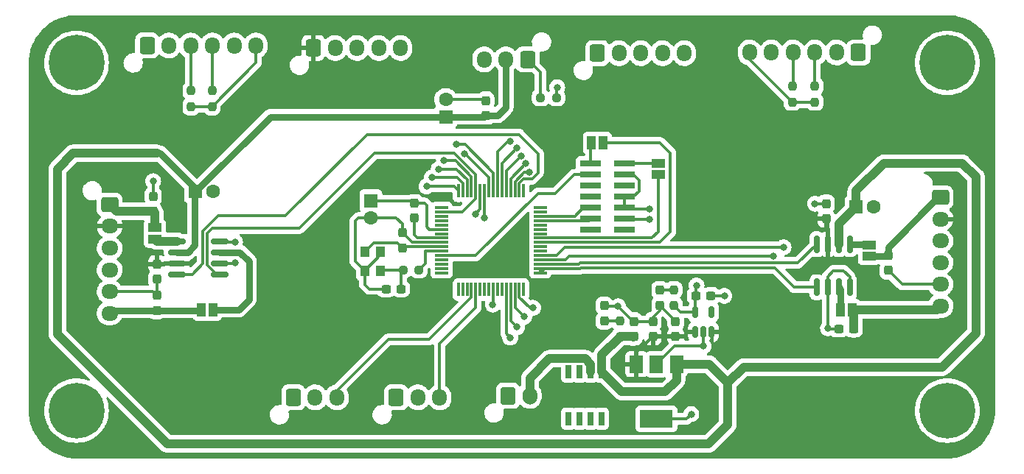
<source format=gbr>
%TF.GenerationSoftware,KiCad,Pcbnew,(6.0.7-1)-1*%
%TF.CreationDate,2022-10-27T13:07:37+02:00*%
%TF.ProjectId,Beerator,42656572-6174-46f7-922e-6b696361645f,rev?*%
%TF.SameCoordinates,Original*%
%TF.FileFunction,Copper,L1,Top*%
%TF.FilePolarity,Positive*%
%FSLAX46Y46*%
G04 Gerber Fmt 4.6, Leading zero omitted, Abs format (unit mm)*
G04 Created by KiCad (PCBNEW (6.0.7-1)-1) date 2022-10-27 13:07:37*
%MOMM*%
%LPD*%
G01*
G04 APERTURE LIST*
G04 Aperture macros list*
%AMRoundRect*
0 Rectangle with rounded corners*
0 $1 Rounding radius*
0 $2 $3 $4 $5 $6 $7 $8 $9 X,Y pos of 4 corners*
0 Add a 4 corners polygon primitive as box body*
4,1,4,$2,$3,$4,$5,$6,$7,$8,$9,$2,$3,0*
0 Add four circle primitives for the rounded corners*
1,1,$1+$1,$2,$3*
1,1,$1+$1,$4,$5*
1,1,$1+$1,$6,$7*
1,1,$1+$1,$8,$9*
0 Add four rect primitives between the rounded corners*
20,1,$1+$1,$2,$3,$4,$5,0*
20,1,$1+$1,$4,$5,$6,$7,0*
20,1,$1+$1,$6,$7,$8,$9,0*
20,1,$1+$1,$8,$9,$2,$3,0*%
G04 Aperture macros list end*
%TA.AperFunction,SMDPad,CuDef*%
%ADD10R,1.500000X2.000000*%
%TD*%
%TA.AperFunction,SMDPad,CuDef*%
%ADD11R,3.800000X2.000000*%
%TD*%
%TA.AperFunction,SMDPad,CuDef*%
%ADD12R,1.000000X1.300000*%
%TD*%
%TA.AperFunction,SMDPad,CuDef*%
%ADD13R,1.000000X1.500000*%
%TD*%
%TA.AperFunction,SMDPad,CuDef*%
%ADD14R,1.500000X1.000000*%
%TD*%
%TA.AperFunction,SMDPad,CuDef*%
%ADD15R,2.400000X0.740000*%
%TD*%
%TA.AperFunction,SMDPad,CuDef*%
%ADD16RoundRect,0.150000X-0.150000X0.825000X-0.150000X-0.825000X0.150000X-0.825000X0.150000X0.825000X0*%
%TD*%
%TA.AperFunction,SMDPad,CuDef*%
%ADD17R,0.650000X1.525000*%
%TD*%
%TA.AperFunction,SMDPad,CuDef*%
%ADD18RoundRect,0.237500X0.237500X-0.250000X0.237500X0.250000X-0.237500X0.250000X-0.237500X-0.250000X0*%
%TD*%
%TA.AperFunction,ComponentPad*%
%ADD19RoundRect,0.250000X-0.725000X0.600000X-0.725000X-0.600000X0.725000X-0.600000X0.725000X0.600000X0*%
%TD*%
%TA.AperFunction,ComponentPad*%
%ADD20O,1.950000X1.700000*%
%TD*%
%TA.AperFunction,ComponentPad*%
%ADD21RoundRect,0.250000X0.600000X0.725000X-0.600000X0.725000X-0.600000X-0.725000X0.600000X-0.725000X0*%
%TD*%
%TA.AperFunction,ComponentPad*%
%ADD22O,1.700000X1.950000*%
%TD*%
%TA.AperFunction,ComponentPad*%
%ADD23R,1.600000X1.600000*%
%TD*%
%TA.AperFunction,ComponentPad*%
%ADD24C,1.600000*%
%TD*%
%TA.AperFunction,SMDPad,CuDef*%
%ADD25RoundRect,0.237500X-0.300000X-0.237500X0.300000X-0.237500X0.300000X0.237500X-0.300000X0.237500X0*%
%TD*%
%TA.AperFunction,SMDPad,CuDef*%
%ADD26RoundRect,0.237500X0.237500X-0.300000X0.237500X0.300000X-0.237500X0.300000X-0.237500X-0.300000X0*%
%TD*%
%TA.AperFunction,SMDPad,CuDef*%
%ADD27RoundRect,0.237500X-0.237500X0.300000X-0.237500X-0.300000X0.237500X-0.300000X0.237500X0.300000X0*%
%TD*%
%TA.AperFunction,SMDPad,CuDef*%
%ADD28RoundRect,0.237500X-0.237500X0.250000X-0.237500X-0.250000X0.237500X-0.250000X0.237500X0.250000X0*%
%TD*%
%TA.AperFunction,SMDPad,CuDef*%
%ADD29RoundRect,0.237500X0.237500X-0.287500X0.237500X0.287500X-0.237500X0.287500X-0.237500X-0.287500X0*%
%TD*%
%TA.AperFunction,SMDPad,CuDef*%
%ADD30RoundRect,0.237500X-0.237500X0.287500X-0.237500X-0.287500X0.237500X-0.287500X0.237500X0.287500X0*%
%TD*%
%TA.AperFunction,SMDPad,CuDef*%
%ADD31RoundRect,0.237500X-0.250000X-0.237500X0.250000X-0.237500X0.250000X0.237500X-0.250000X0.237500X0*%
%TD*%
%TA.AperFunction,ComponentPad*%
%ADD32RoundRect,0.250000X-0.600000X-0.725000X0.600000X-0.725000X0.600000X0.725000X-0.600000X0.725000X0*%
%TD*%
%TA.AperFunction,ComponentPad*%
%ADD33C,0.800000*%
%TD*%
%TA.AperFunction,ComponentPad*%
%ADD34C,6.400000*%
%TD*%
%TA.AperFunction,SMDPad,CuDef*%
%ADD35RoundRect,0.150000X0.150000X-0.512500X0.150000X0.512500X-0.150000X0.512500X-0.150000X-0.512500X0*%
%TD*%
%TA.AperFunction,SMDPad,CuDef*%
%ADD36RoundRect,0.150000X-0.825000X-0.150000X0.825000X-0.150000X0.825000X0.150000X-0.825000X0.150000X0*%
%TD*%
%TA.AperFunction,SMDPad,CuDef*%
%ADD37RoundRect,0.075000X-0.700000X-0.075000X0.700000X-0.075000X0.700000X0.075000X-0.700000X0.075000X0*%
%TD*%
%TA.AperFunction,SMDPad,CuDef*%
%ADD38RoundRect,0.075000X-0.075000X-0.700000X0.075000X-0.700000X0.075000X0.700000X-0.075000X0.700000X0*%
%TD*%
%TA.AperFunction,ComponentPad*%
%ADD39RoundRect,0.250000X-0.600000X-0.750000X0.600000X-0.750000X0.600000X0.750000X-0.600000X0.750000X0*%
%TD*%
%TA.AperFunction,ComponentPad*%
%ADD40O,1.700000X2.000000*%
%TD*%
%TA.AperFunction,ViaPad*%
%ADD41C,0.800000*%
%TD*%
%TA.AperFunction,Conductor*%
%ADD42C,1.000000*%
%TD*%
%TA.AperFunction,Conductor*%
%ADD43C,0.300000*%
%TD*%
%TA.AperFunction,Conductor*%
%ADD44C,0.750000*%
%TD*%
G04 APERTURE END LIST*
D10*
%TO.P,U201,1,Vin*%
%TO.N,+BATT*%
X118900000Y-84650000D03*
%TO.P,U201,2,GND*%
%TO.N,GND*%
X116600000Y-84650000D03*
%TO.P,U201,3,OUT*%
%TO.N,+5V*%
X114300000Y-84650000D03*
D11*
%TO.P,U201,4,GND*%
%TO.N,GND*%
X116600000Y-90950000D03*
%TD*%
D12*
%TO.P,Y301,1,1*%
%TO.N,Net-(C303-Pad2)*%
X84900000Y-73900000D03*
%TO.P,Y301,2,2*%
%TO.N,GND*%
X84900000Y-71700000D03*
%TO.P,Y301,3,3*%
%TO.N,Net-(C302-Pad1)*%
X83100000Y-71700000D03*
%TO.P,Y301,4,4*%
%TO.N,GND*%
X83100000Y-73900000D03*
%TD*%
D13*
%TO.P,JP504,1,A*%
%TO.N,Net-(JP504-Pad1)*%
X137750000Y-78400000D03*
%TO.P,JP504,2,B*%
%TO.N,O2_D2*%
X139050000Y-78400000D03*
%TD*%
D14*
%TO.P,JP503,1,A*%
%TO.N,Net-(JP503-Pad1)*%
X141000000Y-70950000D03*
%TO.P,JP503,2,B*%
%TO.N,O1_D2*%
X141000000Y-72250000D03*
%TD*%
D13*
%TO.P,JP502,2,B*%
%TO.N,O2_D1*%
X64350000Y-78400000D03*
%TO.P,JP502,1,A*%
%TO.N,Net-(JP502-Pad1)*%
X65650000Y-78400000D03*
%TD*%
D14*
%TO.P,JP501,1,A*%
%TO.N,Net-(JP501-Pad1)*%
X59000000Y-70250000D03*
%TO.P,JP501,2,B*%
%TO.N,O1_D1*%
X59000000Y-68950000D03*
%TD*%
D13*
%TO.P,JP302,1,A*%
%TO.N,/Control/TX_JP*%
X109150000Y-59200000D03*
%TO.P,JP302,2,B*%
%TO.N,TX*%
X110450000Y-59200000D03*
%TD*%
D14*
%TO.P,JP301,1,A*%
%TO.N,RX*%
X116800000Y-62850000D03*
%TO.P,JP301,2,B*%
%TO.N,/Control/RX_JP*%
X116800000Y-61550000D03*
%TD*%
D15*
%TO.P,JSTLINK301,1,Pin_1*%
%TO.N,unconnected-(JSTLINK301-Pad1)*%
X112950000Y-69210000D03*
%TO.P,JSTLINK301,2,Pin_2*%
%TO.N,unconnected-(JSTLINK301-Pad2)*%
X109050000Y-69210000D03*
%TO.P,JSTLINK301,3,Pin_3*%
%TO.N,+3.3V*%
X112950000Y-67940000D03*
%TO.P,JSTLINK301,4,Pin_4*%
%TO.N,SWDIO*%
X109050000Y-67940000D03*
%TO.P,JSTLINK301,5,Pin_5*%
%TO.N,GND*%
X112950000Y-66670000D03*
%TO.P,JSTLINK301,6,Pin_6*%
%TO.N,SWCLK*%
X109050000Y-66670000D03*
%TO.P,JSTLINK301,7,Pin_7*%
%TO.N,GND*%
X112950000Y-65400000D03*
%TO.P,JSTLINK301,8,Pin_8*%
%TO.N,unconnected-(JSTLINK301-Pad8)*%
X109050000Y-65400000D03*
%TO.P,JSTLINK301,9,Pin_9*%
%TO.N,unconnected-(JSTLINK301-Pad9)*%
X112950000Y-64130000D03*
%TO.P,JSTLINK301,10,Pin_10*%
%TO.N,unconnected-(JSTLINK301-Pad10)*%
X109050000Y-64130000D03*
%TO.P,JSTLINK301,11,Pin_11*%
%TO.N,GND*%
X112950000Y-62860000D03*
%TO.P,JSTLINK301,12,Pin_12*%
%TO.N,NRST*%
X109050000Y-62860000D03*
%TO.P,JSTLINK301,13,Pin_13*%
%TO.N,/Control/RX_JP*%
X112950000Y-61590000D03*
%TO.P,JSTLINK301,14,Pin_14*%
%TO.N,/Control/TX_JP*%
X109050000Y-61590000D03*
%TD*%
D16*
%TO.P,UDRIVER502,1,OUT1*%
%TO.N,Net-(JP503-Pad1)*%
X138800000Y-70850000D03*
%TO.P,UDRIVER502,2,VM*%
%TO.N,+BATT*%
X137530000Y-70850000D03*
%TO.P,UDRIVER502,3,VDD*%
%TO.N,+5V*%
X136260000Y-70850000D03*
%TO.P,UDRIVER502,4,FWD*%
%TO.N,PWM_D2*%
X134990000Y-70850000D03*
%TO.P,UDRIVER502,5,REV*%
%TO.N,NPWM_D2*%
X134990000Y-75800000D03*
%TO.P,UDRIVER502,6,VREF*%
%TO.N,GND*%
X136260000Y-75800000D03*
%TO.P,UDRIVER502,7,OUT2*%
%TO.N,Net-(JP504-Pad1)*%
X137530000Y-75800000D03*
%TO.P,UDRIVER502,8,GND*%
%TO.N,GND*%
X138800000Y-75800000D03*
%TD*%
D17*
%TO.P,SW201,1,A*%
%TO.N,+BATT*%
X110305000Y-85488000D03*
%TO.P,SW201,2,B*%
%TO.N,Net-(JBat201-Pad2)*%
X109035000Y-85488000D03*
%TO.P,SW201,3,C*%
%TO.N,unconnected-(SW201-Pad3)*%
X107765000Y-85488000D03*
%TO.P,SW201,4*%
%TO.N,N/C*%
X106495000Y-85488000D03*
%TO.P,SW201,5*%
X106495000Y-90912000D03*
%TO.P,SW201,6*%
X107765000Y-90912000D03*
%TO.P,SW201,7*%
X109035000Y-90912000D03*
%TO.P,SW201,8*%
X110305000Y-90912000D03*
%TD*%
D18*
%TO.P,R202,1*%
%TO.N,+3.3V*%
X118600000Y-77912500D03*
%TO.P,R202,2*%
%TO.N,Net-(D202-Pad2)*%
X118600000Y-76087500D03*
%TD*%
D19*
%TO.P,JMCC0_501,1,Pin_1*%
%TO.N,O1_D1*%
X53800000Y-66300000D03*
D20*
%TO.P,JMCC0_501,2,Pin_2*%
%TO.N,+5V*%
X53800000Y-68800000D03*
%TO.P,JMCC0_501,3,Pin_3*%
%TO.N,PHASE_B_M1*%
X53800000Y-71300000D03*
%TO.P,JMCC0_501,4,Pin_4*%
%TO.N,PHASE_A_M1*%
X53800000Y-73800000D03*
%TO.P,JMCC0_501,5,Pin_5*%
%TO.N,GND*%
X53800000Y-76300000D03*
%TO.P,JMCC0_501,6,Pin_6*%
%TO.N,O2_D1*%
X53800000Y-78800000D03*
%TD*%
D21*
%TO.P,JSERVO501,1,Pin_1*%
%TO.N,SERVO_DATA*%
X101800000Y-49600000D03*
D22*
%TO.P,JSERVO501,2,Pin_2*%
%TO.N,+BATT*%
X99300000Y-49600000D03*
%TO.P,JSERVO501,3,Pin_3*%
%TO.N,GND*%
X96800000Y-49600000D03*
%TD*%
D23*
%TO.P,C503,1*%
%TO.N,+BATT*%
X63644888Y-64800000D03*
D24*
%TO.P,C503,2*%
%TO.N,GND*%
X65644888Y-64800000D03*
%TD*%
D25*
%TO.P,C303,1*%
%TO.N,GND*%
X85537500Y-76000000D03*
%TO.P,C303,2*%
%TO.N,Net-(C303-Pad2)*%
X87262500Y-76000000D03*
%TD*%
D26*
%TO.P,C501,1*%
%TO.N,GND*%
X59200000Y-74862500D03*
%TO.P,C501,2*%
%TO.N,+5V*%
X59200000Y-73137500D03*
%TD*%
D27*
%TO.P,C508,1*%
%TO.N,GND*%
X59200000Y-76737500D03*
%TO.P,C508,2*%
%TO.N,O2_D1*%
X59200000Y-78462500D03*
%TD*%
D28*
%TO.P,R402,1*%
%TO.N,TOF-SDA*%
X132200000Y-52687500D03*
%TO.P,R402,2*%
%TO.N,+3.3V*%
X132200000Y-54512500D03*
%TD*%
D29*
%TO.P,D202,1,K*%
%TO.N,GND*%
X117000000Y-77875000D03*
%TO.P,D202,2,A*%
%TO.N,Net-(D202-Pad2)*%
X117000000Y-76125000D03*
%TD*%
D27*
%TO.P,C510,1*%
%TO.N,GND*%
X58800000Y-65337500D03*
%TO.P,C510,2*%
%TO.N,O1_D1*%
X58800000Y-67062500D03*
%TD*%
D21*
%TO.P,JTOF0_401,1,Pin_1*%
%TO.N,TOF-EXTI*%
X139800000Y-48800000D03*
D22*
%TO.P,JTOF0_401,2,Pin_2*%
%TO.N,TOF-XSHUT*%
X137300000Y-48800000D03*
%TO.P,JTOF0_401,3,Pin_3*%
%TO.N,TOF-SCL*%
X134800000Y-48800000D03*
%TO.P,JTOF0_401,4,Pin_4*%
%TO.N,TOF-SDA*%
X132300000Y-48800000D03*
%TO.P,JTOF0_401,5,Pin_5*%
%TO.N,GND*%
X129800000Y-48800000D03*
%TO.P,JTOF0_401,6,Pin_6*%
%TO.N,+3.3V*%
X127300000Y-48800000D03*
%TD*%
D25*
%TO.P,C506,1*%
%TO.N,GND*%
X137537500Y-80600000D03*
%TO.P,C506,2*%
%TO.N,O2_D2*%
X139262500Y-80600000D03*
%TD*%
D30*
%TO.P,D201,1,K*%
%TO.N,GND*%
X110600000Y-77925000D03*
%TO.P,D201,2,A*%
%TO.N,Net-(D201-Pad2)*%
X110600000Y-79675000D03*
%TD*%
D31*
%TO.P,R301,1*%
%TO.N,Net-(C303-Pad2)*%
X87487500Y-73800000D03*
%TO.P,R301,2*%
%TO.N,Net-(R301-Pad2)*%
X89312500Y-73800000D03*
%TD*%
D32*
%TO.P,JCOLOR_404,1,Pin_1*%
%TO.N,TCS-S0*%
X109800000Y-48875000D03*
D22*
%TO.P,JCOLOR_404,2,Pin_2*%
%TO.N,TCS-S1*%
X112300000Y-48875000D03*
%TO.P,JCOLOR_404,3,Pin_3*%
%TO.N,TCS-S2*%
X114800000Y-48875000D03*
%TO.P,JCOLOR_404,4,Pin_4*%
%TO.N,TCS-S3*%
X117300000Y-48875000D03*
%TO.P,JCOLOR_404,5,Pin_5*%
%TO.N,TCS-OUT*%
X119800000Y-48875000D03*
%TD*%
D26*
%TO.P,C202,1*%
%TO.N,+5V*%
X116200000Y-81462500D03*
%TO.P,C202,2*%
%TO.N,GND*%
X116200000Y-79737500D03*
%TD*%
D33*
%TO.P,H102,1,1*%
%TO.N,GND*%
X150000000Y-52400000D03*
X150000000Y-47600000D03*
D34*
X150000000Y-50000000D03*
D33*
X151697056Y-51697056D03*
X148302944Y-48302944D03*
X152400000Y-50000000D03*
X147600000Y-50000000D03*
X151697056Y-48302944D03*
X148302944Y-51697056D03*
%TD*%
D23*
%TO.P,C301,1*%
%TO.N,+3.3V*%
X83800000Y-65844888D03*
D24*
%TO.P,C301,2*%
%TO.N,GND*%
X83800000Y-67844888D03*
%TD*%
D26*
%TO.P,C203,1*%
%TO.N,+5V*%
X118800000Y-81462500D03*
%TO.P,C203,2*%
%TO.N,GND*%
X118800000Y-79737500D03*
%TD*%
D35*
%TO.P,REG3-201,1,VIN*%
%TO.N,+5V*%
X121050000Y-80937500D03*
%TO.P,REG3-201,2,GND*%
%TO.N,GND*%
X122000000Y-80937500D03*
%TO.P,REG3-201,3,~{SHDN}*%
%TO.N,+5V*%
X122950000Y-80937500D03*
%TO.P,REG3-201,4,NC*%
%TO.N,unconnected-(REG3-201-Pad4)*%
X122950000Y-78662500D03*
%TO.P,REG3-201,5,VOUT*%
%TO.N,+3.3V*%
X121050000Y-78662500D03*
%TD*%
D33*
%TO.P,H101,1,1*%
%TO.N,GND*%
X50000000Y-47600000D03*
X51697056Y-51697056D03*
X48302944Y-51697056D03*
X47600000Y-50000000D03*
X51697056Y-48302944D03*
X50000000Y-52400000D03*
X52400000Y-50000000D03*
D34*
X50000000Y-50000000D03*
D33*
X48302944Y-48302944D03*
%TD*%
D26*
%TO.P,C302,1*%
%TO.N,Net-(C302-Pad1)*%
X87400000Y-71262500D03*
%TO.P,C302,2*%
%TO.N,GND*%
X87400000Y-69537500D03*
%TD*%
D25*
%TO.P,C204,1*%
%TO.N,+3.3V*%
X121137500Y-76800000D03*
%TO.P,C204,2*%
%TO.N,GND*%
X122862500Y-76800000D03*
%TD*%
D26*
%TO.P,C201,1*%
%TO.N,+BATT*%
X114000000Y-81462500D03*
%TO.P,C201,2*%
%TO.N,GND*%
X114000000Y-79737500D03*
%TD*%
%TO.P,C509,2*%
%TO.N,O1_D2*%
X143200000Y-72137500D03*
%TO.P,C509,1*%
%TO.N,GND*%
X143200000Y-73862500D03*
%TD*%
D27*
%TO.P,C502,1*%
%TO.N,GND*%
X136095000Y-66200000D03*
%TO.P,C502,2*%
%TO.N,+5V*%
X136095000Y-67925000D03*
%TD*%
D28*
%TO.P,R403,1*%
%TO.N,TOF2_SCL*%
X63150000Y-53212500D03*
%TO.P,R403,2*%
%TO.N,+3.3V*%
X63150000Y-55037500D03*
%TD*%
D18*
%TO.P,R401,1*%
%TO.N,+3.3V*%
X65550000Y-55037500D03*
%TO.P,R401,2*%
%TO.N,TOF2_SDA*%
X65550000Y-53212500D03*
%TD*%
D32*
%TO.P,JDistance0_401,1,Pin_1*%
%TO.N,GND*%
X74900000Y-88475000D03*
D22*
%TO.P,JDistance0_401,2,Pin_2*%
%TO.N,+3.3V*%
X77400000Y-88475000D03*
%TO.P,JDistance0_401,3,Pin_3*%
%TO.N,IR2-OUT*%
X79900000Y-88475000D03*
%TD*%
D18*
%TO.P,R404,1*%
%TO.N,+3.3V*%
X134800000Y-54512500D03*
%TO.P,R404,2*%
%TO.N,TOF-SCL*%
X134800000Y-52687500D03*
%TD*%
D32*
%TO.P,JCOLOR_401,1,Pin_1*%
%TO.N,+5V*%
X77200000Y-48275000D03*
D22*
%TO.P,JCOLOR_401,2,Pin_2*%
%TO.N,GND*%
X79700000Y-48275000D03*
%TO.P,JCOLOR_401,3,Pin_3*%
%TO.N,TCS-OE*%
X82200000Y-48275000D03*
%TO.P,JCOLOR_401,4,Pin_4*%
%TO.N,TCS-LED*%
X84700000Y-48275000D03*
%TO.P,JCOLOR_401,5,Pin_5*%
%TO.N,GND*%
X87200000Y-48275000D03*
%TD*%
D34*
%TO.P,H104,1,1*%
%TO.N,GND*%
X150000000Y-90000000D03*
D33*
X147600000Y-90000000D03*
X151697056Y-91697056D03*
X148302944Y-88302944D03*
X152400000Y-90000000D03*
X151697056Y-88302944D03*
X150000000Y-92400000D03*
X148302944Y-91697056D03*
X150000000Y-87600000D03*
%TD*%
D31*
%TO.P,R501,1*%
%TO.N,SERVO_DATA*%
X103287500Y-54000000D03*
%TO.P,R501,2*%
%TO.N,+3.3V*%
X105112500Y-54000000D03*
%TD*%
D36*
%TO.P,UDRIVER501,1,OUT1*%
%TO.N,Net-(JP501-Pad1)*%
X61525000Y-70495000D03*
%TO.P,UDRIVER501,2,VM*%
%TO.N,+BATT*%
X61525000Y-71765000D03*
%TO.P,UDRIVER501,3,VDD*%
%TO.N,+5V*%
X61525000Y-73035000D03*
%TO.P,UDRIVER501,4,FWD*%
%TO.N,PWM_D1*%
X61525000Y-74305000D03*
%TO.P,UDRIVER501,5,REV*%
%TO.N,NPWM_D1*%
X66475000Y-74305000D03*
%TO.P,UDRIVER501,6,VREF*%
%TO.N,GND*%
X66475000Y-73035000D03*
%TO.P,UDRIVER501,7,OUT2*%
%TO.N,Net-(JP502-Pad1)*%
X66475000Y-71765000D03*
%TO.P,UDRIVER501,8,GND*%
%TO.N,GND*%
X66475000Y-70495000D03*
%TD*%
D37*
%TO.P,USTM301,1,PC11*%
%TO.N,unconnected-(USTM301-Pad1)*%
X91925000Y-66650000D03*
%TO.P,USTM301,2,PC12/TIM14_CH1/PWM*%
%TO.N,NPWM_D1*%
X91925000Y-67150000D03*
%TO.P,USTM301,3,PC13*%
%TO.N,unconnected-(USTM301-Pad3)*%
X91925000Y-67650000D03*
%TO.P,USTM301,4,PC14-OSC32_IN*%
%TO.N,unconnected-(USTM301-Pad4)*%
X91925000Y-68150000D03*
%TO.P,USTM301,5,PC15-OSC32_OUT*%
%TO.N,unconnected-(USTM301-Pad5)*%
X91925000Y-68650000D03*
%TO.P,USTM301,6,VBAT*%
%TO.N,+3.3V*%
X91925000Y-69150000D03*
%TO.P,USTM301,7,VREF+*%
%TO.N,unconnected-(USTM301-Pad7)*%
X91925000Y-69650000D03*
%TO.P,USTM301,8,VDD/VDDA*%
%TO.N,Net-(C304-Pad2)*%
X91925000Y-70150000D03*
%TO.P,USTM301,9,VSS/VSSA*%
%TO.N,GND*%
X91925000Y-70650000D03*
%TO.P,USTM301,10,PF0-OSC_IN*%
%TO.N,Net-(C302-Pad1)*%
X91925000Y-71150000D03*
%TO.P,USTM301,11,PF1-OSC_OUT*%
%TO.N,Net-(R301-Pad2)*%
X91925000Y-71650000D03*
%TO.P,USTM301,12,NRST*%
%TO.N,NRST*%
X91925000Y-72150000D03*
%TO.P,USTM301,13,PC0*%
%TO.N,unconnected-(USTM301-Pad13)*%
X91925000Y-72650000D03*
%TO.P,USTM301,14,PC1*%
%TO.N,unconnected-(USTM301-Pad14)*%
X91925000Y-73150000D03*
%TO.P,USTM301,15,PC2*%
%TO.N,unconnected-(USTM301-Pad15)*%
X91925000Y-73650000D03*
%TO.P,USTM301,16,PC3*%
%TO.N,unconnected-(USTM301-Pad16)*%
X91925000Y-74150000D03*
D38*
%TO.P,USTM301,17,PA0*%
%TO.N,unconnected-(USTM301-Pad17)*%
X93850000Y-76075000D03*
%TO.P,USTM301,18,PA1*%
%TO.N,unconnected-(USTM301-Pad18)*%
X94350000Y-76075000D03*
%TO.P,USTM301,19,PA2*%
%TO.N,unconnected-(USTM301-Pad19)*%
X94850000Y-76075000D03*
%TO.P,USTM301,20,PA3/GPIO_EXTI3*%
%TO.N,IR2-OUT*%
X95350000Y-76075000D03*
%TO.P,USTM301,21,PA4/GPIO_EXTI4*%
%TO.N,IR1-OUT*%
X95850000Y-76075000D03*
%TO.P,USTM301,22,PA5*%
%TO.N,unconnected-(USTM301-Pad22)*%
X96350000Y-76075000D03*
%TO.P,USTM301,23,PA6*%
%TO.N,unconnected-(USTM301-Pad23)*%
X96850000Y-76075000D03*
%TO.P,USTM301,24,PA7*%
%TO.N,unconnected-(USTM301-Pad24)*%
X97350000Y-76075000D03*
%TO.P,USTM301,25,PC4/USART1_TX/Single_Wire*%
%TO.N,SERVO_DATA*%
X97850000Y-76075000D03*
%TO.P,USTM301,26,PC5*%
%TO.N,unconnected-(USTM301-Pad26)*%
X98350000Y-76075000D03*
%TO.P,USTM301,27,PB0*%
%TO.N,unconnected-(USTM301-Pad27)*%
X98850000Y-76075000D03*
%TO.P,USTM301,28,PB1/GPIO_EXTI1*%
%TO.N,TOF-EXTI*%
X99350000Y-76075000D03*
%TO.P,USTM301,29,PB2/GPIO_OUTPUT*%
%TO.N,TOF-XSHUT*%
X99850000Y-76075000D03*
%TO.P,USTM301,30,PB10/I2C2_SCL*%
%TO.N,TOF-SCL*%
X100350000Y-76075000D03*
%TO.P,USTM301,31,PB11/I2C2_SDA*%
%TO.N,TOF-SDA*%
X100850000Y-76075000D03*
%TO.P,USTM301,32,PB12*%
%TO.N,unconnected-(USTM301-Pad32)*%
X101350000Y-76075000D03*
D37*
%TO.P,USTM301,33,PB13/TIM15_CH1N/PWM*%
%TO.N,NPWM_D2*%
X103275000Y-74150000D03*
%TO.P,USTM301,34,PB14/TIM15_CH1/PWM*%
X103275000Y-73650000D03*
%TO.P,USTM301,35,PB15/TIM15_CH2/PWM*%
%TO.N,PWM_D2*%
X103275000Y-73150000D03*
%TO.P,USTM301,36,PA8/TIM1_CH1/EncoderMode*%
%TO.N,PHASE_A_M2*%
X103275000Y-72650000D03*
%TO.P,USTM301,37,PA9/TIM1_CH2/EncoderMode*%
%TO.N,PHASE_B_M2*%
X103275000Y-72150000D03*
%TO.P,USTM301,38,PC6/*%
%TO.N,unconnected-(USTM301-Pad38)*%
X103275000Y-71650000D03*
%TO.P,USTM301,39,PC7/*%
%TO.N,unconnected-(USTM301-Pad39)*%
X103275000Y-71150000D03*
%TO.P,USTM301,40,PD8/USART3_TX*%
%TO.N,TX*%
X103275000Y-70650000D03*
%TO.P,USTM301,41,PD9/USART3_RX*%
%TO.N,RX*%
X103275000Y-70150000D03*
%TO.P,USTM301,42,PA10*%
%TO.N,unconnected-(USTM301-Pad42)*%
X103275000Y-69650000D03*
%TO.P,USTM301,43,PA11_[PA9]*%
%TO.N,unconnected-(USTM301-Pad43)*%
X103275000Y-69150000D03*
%TO.P,USTM301,44,PA12_[PA10]*%
%TO.N,unconnected-(USTM301-Pad44)*%
X103275000Y-68650000D03*
%TO.P,USTM301,45,PA13/SYS_SWDIO/*%
%TO.N,SWDIO*%
X103275000Y-68150000D03*
%TO.P,USTM301,46,PA14-BOOT0/SYS_SWCLK/*%
%TO.N,SWCLK*%
X103275000Y-67650000D03*
%TO.P,USTM301,47,PA15*%
%TO.N,unconnected-(USTM301-Pad47)*%
X103275000Y-67150000D03*
%TO.P,USTM301,48,PC8*%
%TO.N,unconnected-(USTM301-Pad48)*%
X103275000Y-66650000D03*
D38*
%TO.P,USTM301,49,PC9*%
%TO.N,unconnected-(USTM301-Pad49)*%
X101350000Y-64725000D03*
%TO.P,USTM301,50,PD0/TIM16_CH1/PWM*%
%TO.N,PWM_D1*%
X100850000Y-64725000D03*
%TO.P,USTM301,51,PD1/TIM17_CH1/Input_Capture*%
%TO.N,TCS-OUT*%
X100350000Y-64725000D03*
%TO.P,USTM301,52,PD2/GPIO_Output*%
%TO.N,TCS-S3*%
X99850000Y-64725000D03*
%TO.P,USTM301,53,PD3/GPIO_Output*%
%TO.N,TCS-S2*%
X99350000Y-64725000D03*
%TO.P,USTM301,54,PD4/GPIO_Output*%
%TO.N,TCS-S1*%
X98850000Y-64725000D03*
%TO.P,USTM301,55,PD5/GPIO_Outpur*%
%TO.N,TCS-S0*%
X98350000Y-64725000D03*
%TO.P,USTM301,56,PD6/GPIO_Output*%
%TO.N,TCS-LED*%
X97850000Y-64725000D03*
%TO.P,USTM301,57,PB3/GPIO_Output*%
%TO.N,TCS-OE*%
X97350000Y-64725000D03*
%TO.P,USTM301,58,PB4/TIM3_CH1/EncoderMode*%
%TO.N,PHASE_A_M1*%
X96850000Y-64725000D03*
%TO.P,USTM301,59,PB5/TIM3_CH2/EncoderMode*%
%TO.N,PHASE_B_M1*%
X96350000Y-64725000D03*
%TO.P,USTM301,60,PB6/PWM/TIM16_CH1N*%
%TO.N,NPWM_D1*%
X95850000Y-64725000D03*
%TO.P,USTM301,61,PB7/I2C1_SDA*%
%TO.N,TOF2_SDA*%
X95350000Y-64725000D03*
%TO.P,USTM301,62,PB8/I2C1_SCL*%
%TO.N,TOF2_SCL*%
X94850000Y-64725000D03*
%TO.P,USTM301,63,PB9/GPIO_OutPut*%
%TO.N,TOF2_XSHUT*%
X94350000Y-64725000D03*
%TO.P,USTM301,64,PC10/GPIO_EXTI10*%
%TO.N,TOF2_EXTI*%
X93850000Y-64725000D03*
%TD*%
D18*
%TO.P,R201,1*%
%TO.N,+BATT*%
X112400000Y-81512500D03*
%TO.P,R201,2*%
%TO.N,Net-(D201-Pad2)*%
X112400000Y-79687500D03*
%TD*%
D27*
%TO.P,C304,1*%
%TO.N,+3.3V*%
X88800000Y-66137500D03*
%TO.P,C304,2*%
%TO.N,Net-(C304-Pad2)*%
X88800000Y-67862500D03*
%TD*%
D23*
%TO.P,C505,1*%
%TO.N,+BATT*%
X92400000Y-56200000D03*
D24*
%TO.P,C505,2*%
%TO.N,GND*%
X92400000Y-54200000D03*
%TD*%
D23*
%TO.P,C504,1*%
%TO.N,+BATT*%
X139539888Y-66525000D03*
D24*
%TO.P,C504,2*%
%TO.N,GND*%
X141539888Y-66525000D03*
%TD*%
D33*
%TO.P,H103,1,1*%
%TO.N,GND*%
X48302944Y-88302944D03*
X48302944Y-91697056D03*
X50000000Y-92400000D03*
X52400000Y-90000000D03*
X50000000Y-87600000D03*
D34*
X50000000Y-90000000D03*
D33*
X47600000Y-90000000D03*
X51697056Y-88302944D03*
X51697056Y-91697056D03*
%TD*%
D39*
%TO.P,JBat201,1,Pin_1*%
%TO.N,GND*%
X99550000Y-88275000D03*
D40*
%TO.P,JBat201,2,Pin_2*%
%TO.N,Net-(JBat201-Pad2)*%
X102050000Y-88275000D03*
%TD*%
D32*
%TO.P,JTOF1_401,1,Pin_1*%
%TO.N,TOF2_EXTI*%
X58100000Y-48000000D03*
D22*
%TO.P,JTOF1_401,2,Pin_2*%
%TO.N,TOF2_XSHUT*%
X60600000Y-48000000D03*
%TO.P,JTOF1_401,3,Pin_3*%
%TO.N,TOF2_SCL*%
X63100000Y-48000000D03*
%TO.P,JTOF1_401,4,Pin_4*%
%TO.N,TOF2_SDA*%
X65600000Y-48000000D03*
%TO.P,JTOF1_401,5,Pin_5*%
%TO.N,GND*%
X68100000Y-48000000D03*
%TO.P,JTOF1_401,6,Pin_6*%
%TO.N,+3.3V*%
X70600000Y-48000000D03*
%TD*%
D32*
%TO.P,JDistance0_402,1,Pin_1*%
%TO.N,GND*%
X86700000Y-88475000D03*
D22*
%TO.P,JDistance0_402,2,Pin_2*%
%TO.N,+3.3V*%
X89200000Y-88475000D03*
%TO.P,JDistance0_402,3,Pin_3*%
%TO.N,IR1-OUT*%
X91700000Y-88475000D03*
%TD*%
D27*
%TO.P,C507,1*%
%TO.N,GND*%
X97000000Y-54337500D03*
%TO.P,C507,2*%
%TO.N,+BATT*%
X97000000Y-56062500D03*
%TD*%
D19*
%TO.P,JMCC1_501,1,Pin_1*%
%TO.N,O1_D2*%
X149220000Y-65475000D03*
D20*
%TO.P,JMCC1_501,2,Pin_2*%
%TO.N,+5V*%
X149220000Y-67975000D03*
%TO.P,JMCC1_501,3,Pin_3*%
%TO.N,PHASE_B_M2*%
X149220000Y-70475000D03*
%TO.P,JMCC1_501,4,Pin_4*%
%TO.N,PHASE_A_M2*%
X149220000Y-72975000D03*
%TO.P,JMCC1_501,5,Pin_5*%
%TO.N,GND*%
X149220000Y-75475000D03*
%TO.P,JMCC1_501,6,Pin_6*%
%TO.N,O2_D2*%
X149220000Y-77975000D03*
%TD*%
D41*
%TO.N,GND*%
X120600000Y-90400000D03*
%TO.N,+5V*%
X151000000Y-59800000D03*
%TO.N,GND*%
X58800000Y-63600000D03*
%TO.N,+3.3V*%
X105200000Y-52800000D03*
%TO.N,SERVO_DATA*%
X97800000Y-77800000D03*
%TO.N,TCS-OUT*%
X102000000Y-62600000D03*
%TO.N,TCS-S3*%
X101600000Y-61600000D03*
%TO.N,TCS-S2*%
X101046991Y-60693982D03*
%TO.N,TCS-S1*%
X100600000Y-59800000D03*
%TO.N,TCS-S0*%
X99800000Y-59000000D03*
%TO.N,TCS-OE*%
X94585011Y-60444966D03*
%TO.N,TCS-LED*%
X93600000Y-59400000D03*
%TO.N,PHASE_B_M1*%
X95800000Y-67400000D03*
%TO.N,PHASE_A_M1*%
X96800000Y-67800000D03*
%TO.N,TOF2_EXTI*%
X90200000Y-64200000D03*
%TO.N,TOF2_XSHUT*%
X90800000Y-63200000D03*
%TO.N,TOF2_SCL*%
X91600000Y-62200000D03*
%TO.N,TOF2_SDA*%
X92200000Y-61200000D03*
%TO.N,TOF-SDA*%
X102425904Y-78174097D03*
%TO.N,TOF-SCL*%
X101400000Y-79200000D03*
%TO.N,TOF-XSHUT*%
X100600000Y-80400000D03*
%TO.N,TOF-EXTI*%
X99800000Y-81600000D03*
%TO.N,PHASE_A_M2*%
X130000000Y-72200000D03*
%TO.N,PHASE_B_M2*%
X131200000Y-71200000D03*
%TO.N,+3.3V*%
X115800000Y-68000000D03*
%TO.N,GND*%
X115800000Y-66800000D03*
X68200000Y-70600000D03*
X68200000Y-73000000D03*
X136295000Y-80525000D03*
X134800000Y-66200000D03*
X124400000Y-76800000D03*
X122000000Y-82600000D03*
%TO.N,+3.3V*%
X121200000Y-75600000D03*
%TO.N,GND*%
X112200000Y-78000000D03*
%TD*%
D42*
%TO.N,+BATT*%
X124800000Y-86800000D02*
X124800000Y-91600000D01*
X124800000Y-91600000D02*
X122600000Y-93800000D01*
X47800000Y-81200000D02*
X47800000Y-62200000D01*
X60400000Y-93800000D02*
X47800000Y-81200000D01*
X122600000Y-93800000D02*
X60400000Y-93800000D01*
X49600000Y-60400000D02*
X58800000Y-60400000D01*
X47800000Y-62200000D02*
X49600000Y-60400000D01*
X118900000Y-84650000D02*
X118900000Y-86500000D01*
X118900000Y-86500000D02*
X117600000Y-87800000D01*
X117600000Y-87800000D02*
X112617000Y-87800000D01*
X112617000Y-87800000D02*
X110305000Y-85488000D01*
D43*
%TO.N,GND*%
X116600000Y-90950000D02*
X120050000Y-90950000D01*
X120050000Y-90950000D02*
X120600000Y-90400000D01*
%TO.N,+5V*%
X114300000Y-84650000D02*
X114300000Y-83362500D01*
X114300000Y-83362500D02*
X116200000Y-81462500D01*
%TO.N,GND*%
X116600000Y-84650000D02*
X118650000Y-82600000D01*
X118650000Y-82600000D02*
X122000000Y-82600000D01*
D42*
%TO.N,+BATT*%
X110305000Y-85488000D02*
X110305000Y-83607500D01*
X110305000Y-83607500D02*
X112400000Y-81512500D01*
X124800000Y-86800000D02*
X122650000Y-84650000D01*
X122650000Y-84650000D02*
X118900000Y-84650000D01*
D43*
%TO.N,GND*%
X83100000Y-73900000D02*
X82000000Y-72800000D01*
X82355112Y-67844888D02*
X83800000Y-67844888D01*
X82000000Y-72800000D02*
X82000000Y-68200000D01*
X82000000Y-68200000D02*
X82355112Y-67844888D01*
X85537500Y-76000000D02*
X83600000Y-76000000D01*
X83600000Y-76000000D02*
X83100000Y-75500000D01*
X83100000Y-75500000D02*
X83100000Y-73900000D01*
%TO.N,Net-(C303-Pad2)*%
X87262500Y-76000000D02*
X87262500Y-74025000D01*
X87262500Y-74025000D02*
X87487500Y-73800000D01*
%TO.N,GND*%
X84900000Y-71700000D02*
X84900000Y-72100000D01*
X84900000Y-72100000D02*
X83100000Y-73900000D01*
%TO.N,Net-(C302-Pad1)*%
X87400000Y-71262500D02*
X86837500Y-70700000D01*
X86837500Y-70700000D02*
X84100000Y-70700000D01*
X84100000Y-70700000D02*
X83100000Y-71700000D01*
%TO.N,Net-(C303-Pad2)*%
X87487500Y-73800000D02*
X85000000Y-73800000D01*
X85000000Y-73800000D02*
X84900000Y-73900000D01*
D42*
%TO.N,+BATT*%
X124800000Y-86800000D02*
X126600000Y-85000000D01*
X126600000Y-85000000D02*
X149400000Y-85000000D01*
X149400000Y-85000000D02*
X153295000Y-81105000D01*
X153295000Y-63125000D02*
X151695000Y-61525000D01*
X153295000Y-81105000D02*
X153295000Y-63125000D01*
X151695000Y-61525000D02*
X142739888Y-61525000D01*
X142739888Y-61525000D02*
X139539888Y-64725000D01*
X139539888Y-64725000D02*
X139539888Y-66525000D01*
D43*
%TO.N,PWM_D2*%
X132840000Y-73000000D02*
X134990000Y-70850000D01*
D44*
%TO.N,+BATT*%
X97000000Y-56062500D02*
X98337500Y-56062500D01*
X98337500Y-56062500D02*
X99300000Y-55100000D01*
X99300000Y-55100000D02*
X99300000Y-49600000D01*
D43*
%TO.N,TOF2_SCL*%
X63150000Y-53212500D02*
X63100000Y-53162500D01*
X63100000Y-53162500D02*
X63100000Y-48000000D01*
%TO.N,Net-(C304-Pad2)*%
X91925000Y-70150000D02*
X89150000Y-70150000D01*
X89150000Y-70150000D02*
X88800000Y-69800000D01*
X88800000Y-69800000D02*
X88800000Y-67862500D01*
%TO.N,+3.3V*%
X91925000Y-69150000D02*
X90499480Y-69150000D01*
X90499480Y-69150000D02*
X90200000Y-68850520D01*
X89937500Y-66137500D02*
X88800000Y-66137500D01*
X90200000Y-68850520D02*
X90200000Y-66400000D01*
X90200000Y-66400000D02*
X89937500Y-66137500D01*
X88800000Y-66137500D02*
X88507388Y-65844888D01*
X88507388Y-65844888D02*
X83800000Y-65844888D01*
%TO.N,GND*%
X87400000Y-68537500D02*
X86707388Y-67844888D01*
X86707388Y-67844888D02*
X83800000Y-67844888D01*
X91925000Y-70650000D02*
X88512500Y-70650000D01*
X88512500Y-70650000D02*
X87400000Y-69537500D01*
X87400000Y-69537500D02*
X87400000Y-68537500D01*
%TO.N,Net-(C302-Pad1)*%
X87400000Y-71262500D02*
X87512500Y-71150000D01*
X87512500Y-71150000D02*
X91925000Y-71150000D01*
%TO.N,Net-(R301-Pad2)*%
X90062500Y-71650000D02*
X90062500Y-73050000D01*
X90062500Y-73050000D02*
X89312500Y-73800000D01*
%TO.N,IR2-OUT*%
X95350000Y-76075000D02*
X95350000Y-76951041D01*
X95350000Y-76951041D02*
X90501041Y-81800000D01*
X90501041Y-81800000D02*
X85800000Y-81800000D01*
X85800000Y-81800000D02*
X79900000Y-87700000D01*
X79900000Y-87700000D02*
X79900000Y-88475000D01*
D44*
%TO.N,O1_D2*%
X143200000Y-72137500D02*
X143200000Y-71200000D01*
X143200000Y-71200000D02*
X148925000Y-65475000D01*
X148925000Y-65475000D02*
X149220000Y-65475000D01*
X141000000Y-72250000D02*
X143087500Y-72250000D01*
X143087500Y-72250000D02*
X143200000Y-72137500D01*
D43*
%TO.N,GND*%
X143200000Y-73862500D02*
X144812500Y-75475000D01*
X144812500Y-75475000D02*
X149220000Y-75475000D01*
D44*
%TO.N,Net-(JP503-Pad1)*%
X138800000Y-70850000D02*
X140900000Y-70850000D01*
X140900000Y-70850000D02*
X141000000Y-70950000D01*
D43*
%TO.N,NPWM_D2*%
X132420000Y-75800000D02*
X130220000Y-73600000D01*
X130220000Y-73600000D02*
X107907107Y-73600000D01*
X107857107Y-73650000D02*
X103775000Y-73650000D01*
X107907107Y-73600000D02*
X107857107Y-73650000D01*
X134990000Y-75800000D02*
X132420000Y-75800000D01*
X103775000Y-73650000D02*
X103275000Y-74150000D01*
%TO.N,PHASE_B_M2*%
X105100521Y-72150000D02*
X103275000Y-72150000D01*
X106050521Y-71200000D02*
X105100521Y-72150000D01*
X131200000Y-71200000D02*
X106050521Y-71200000D01*
%TO.N,PHASE_A_M2*%
X106150000Y-72650000D02*
X103275000Y-72650000D01*
X106600000Y-72200000D02*
X106150000Y-72650000D01*
X130000000Y-72200000D02*
X106600000Y-72200000D01*
%TO.N,PWM_D2*%
X103275000Y-73150000D02*
X107650000Y-73150000D01*
X107650000Y-73150000D02*
X107800000Y-73000000D01*
X107800000Y-73000000D02*
X132840000Y-73000000D01*
%TO.N,GND*%
X136295000Y-80525000D02*
X136295000Y-75835000D01*
X136295000Y-75835000D02*
X136260000Y-75800000D01*
X137537500Y-80600000D02*
X136370000Y-80600000D01*
X136370000Y-80600000D02*
X136295000Y-80525000D01*
D42*
%TO.N,O2_D2*%
X139262500Y-80600000D02*
X139262500Y-78612500D01*
X139262500Y-78612500D02*
X139050000Y-78400000D01*
X139050000Y-78400000D02*
X148795000Y-78400000D01*
X148795000Y-78400000D02*
X149220000Y-77975000D01*
D44*
%TO.N,Net-(JP504-Pad1)*%
X137750000Y-78400000D02*
X137750000Y-76020000D01*
X137750000Y-76020000D02*
X137530000Y-75800000D01*
D43*
%TO.N,GND*%
X97000000Y-54337500D02*
X96862500Y-54200000D01*
X96862500Y-54200000D02*
X92400000Y-54200000D01*
D44*
%TO.N,+BATT*%
X92400000Y-56200000D02*
X96862500Y-56200000D01*
X96862500Y-56200000D02*
X97000000Y-56062500D01*
X63644888Y-64800000D02*
X72244888Y-56200000D01*
X72244888Y-56200000D02*
X92400000Y-56200000D01*
D43*
%TO.N,PWM_D1*%
X100850000Y-64725000D02*
X100850000Y-63848959D01*
X102310661Y-63350000D02*
X103000000Y-62660661D01*
X100850000Y-63848959D02*
X101348959Y-63350000D01*
X74000000Y-67600000D02*
X66292894Y-67600000D01*
X66292894Y-67600000D02*
X64500000Y-69392894D01*
X103000000Y-60427106D02*
X100822894Y-58250000D01*
X103000000Y-62660661D02*
X103000000Y-60427106D01*
X101348959Y-63350000D02*
X102310661Y-63350000D01*
X100822894Y-58250000D02*
X83350000Y-58250000D01*
X83350000Y-58250000D02*
X74000000Y-67600000D01*
X64500000Y-73100000D02*
X63295000Y-74305000D01*
X64500000Y-69392894D02*
X64500000Y-73100000D01*
X63295000Y-74305000D02*
X61525000Y-74305000D01*
%TO.N,TX*%
X118200000Y-69400000D02*
X118200000Y-60400000D01*
X110450000Y-59200000D02*
X117000000Y-59200000D01*
X117000000Y-59200000D02*
X118200000Y-60400000D01*
%TO.N,/Control/TX_JP*%
X109050000Y-61590000D02*
X109050000Y-59300000D01*
X109050000Y-59300000D02*
X109150000Y-59200000D01*
%TO.N,RX*%
X116800000Y-62850000D02*
X116800000Y-69400000D01*
X116800000Y-69400000D02*
X116050000Y-70150000D01*
X116050000Y-70150000D02*
X103275000Y-70150000D01*
%TO.N,/Control/RX_JP*%
X116800000Y-61550000D02*
X112990000Y-61550000D01*
X112990000Y-61550000D02*
X112950000Y-61590000D01*
%TO.N,GND*%
X58800000Y-63600000D02*
X58800000Y-65337500D01*
D44*
%TO.N,Net-(JP502-Pad1)*%
X65650000Y-78400000D02*
X68600000Y-78400000D01*
X68600000Y-78400000D02*
X69800000Y-77200000D01*
X69800000Y-77200000D02*
X69800000Y-72800000D01*
X69800000Y-72800000D02*
X68765000Y-71765000D01*
X68765000Y-71765000D02*
X66475000Y-71765000D01*
%TO.N,O2_D1*%
X59200000Y-78462500D02*
X64287500Y-78462500D01*
X64287500Y-78462500D02*
X64350000Y-78400000D01*
%TO.N,+BATT*%
X61525000Y-71765000D02*
X62835000Y-71765000D01*
X63600000Y-71000000D02*
X63600000Y-64844888D01*
X62835000Y-71765000D02*
X63600000Y-71000000D01*
X63600000Y-64844888D02*
X63644888Y-64800000D01*
X63644888Y-64800000D02*
X63644888Y-64444888D01*
X63644888Y-64444888D02*
X59600000Y-60400000D01*
X59600000Y-60400000D02*
X58800000Y-60400000D01*
D42*
X58800000Y-60400000D02*
X59200000Y-60400000D01*
%TO.N,O1_D1*%
X58800000Y-67062500D02*
X54562500Y-67062500D01*
X54562500Y-67062500D02*
X53800000Y-66300000D01*
X59000000Y-68950000D02*
X59000000Y-67262500D01*
X59000000Y-67262500D02*
X58800000Y-67062500D01*
%TO.N,Net-(JP501-Pad1)*%
X61525000Y-70495000D02*
X59245000Y-70495000D01*
X59245000Y-70495000D02*
X59000000Y-70250000D01*
D43*
%TO.N,+3.3V*%
X105200000Y-52800000D02*
X105112500Y-52887500D01*
X105112500Y-52887500D02*
X105112500Y-54000000D01*
%TO.N,GND*%
X134800000Y-66200000D02*
X136095000Y-66200000D01*
%TO.N,+5V*%
X136260000Y-70850000D02*
X136260000Y-68090000D01*
X136260000Y-68090000D02*
X136095000Y-67925000D01*
%TO.N,Net-(D202-Pad2)*%
X118600000Y-76087500D02*
X117037500Y-76087500D01*
X117037500Y-76087500D02*
X117000000Y-76125000D01*
%TO.N,+BATT*%
X119050000Y-84600000D02*
X118500000Y-84050000D01*
%TO.N,SERVO_DATA*%
X103287500Y-54000000D02*
X103287500Y-51087500D01*
X103287500Y-51087500D02*
X101800000Y-49600000D01*
X97800000Y-77800000D02*
X97850000Y-77750000D01*
X97850000Y-77750000D02*
X97850000Y-76075000D01*
%TO.N,TCS-OE*%
X94585011Y-60444966D02*
X94644966Y-60444966D01*
X94644966Y-60444966D02*
X97350000Y-63150000D01*
X97350000Y-63150000D02*
X97350000Y-64725000D01*
%TO.N,TCS-LED*%
X93600000Y-59400000D02*
X94600000Y-59400000D01*
X94600000Y-59400000D02*
X97850000Y-62650000D01*
X97850000Y-62650000D02*
X97850000Y-64725000D01*
%TO.N,TCS-S0*%
X99800000Y-59000000D02*
X99560661Y-59000000D01*
X99560661Y-59000000D02*
X98350000Y-60210661D01*
X98350000Y-60210661D02*
X98350000Y-64725000D01*
%TO.N,TCS-S2*%
X101046991Y-60693982D02*
X99350000Y-62390973D01*
X99350000Y-62390973D02*
X99350000Y-64725000D01*
%TO.N,TCS-S1*%
X98850000Y-61550000D02*
X98850000Y-64725000D01*
X100600000Y-59800000D02*
X98850000Y-61550000D01*
%TO.N,TCS-S3*%
X101600000Y-61600000D02*
X99850000Y-63350000D01*
X99850000Y-63350000D02*
X99850000Y-64725000D01*
%TO.N,TCS-OUT*%
X100350000Y-63641853D02*
X100350000Y-64725000D01*
X102000000Y-62600000D02*
X101391853Y-62600000D01*
X101391853Y-62600000D02*
X100350000Y-63641853D01*
%TO.N,NRST*%
X91925000Y-72150000D02*
X95850000Y-72150000D01*
X95850000Y-72150000D02*
X103000000Y-65000000D01*
X103000000Y-65000000D02*
X105000000Y-65000000D01*
X105000000Y-65000000D02*
X107140000Y-62860000D01*
X107140000Y-62860000D02*
X109050000Y-62860000D01*
%TO.N,PHASE_A_M1*%
X96800000Y-67800000D02*
X96850000Y-67750000D01*
X96850000Y-67750000D02*
X96850000Y-64725000D01*
%TO.N,PHASE_B_M1*%
X96350000Y-66850000D02*
X96350000Y-64725000D01*
X95800000Y-67400000D02*
X96350000Y-66850000D01*
%TO.N,TOF2_SCL*%
X94850000Y-64725000D02*
X94850000Y-63457106D01*
X94850000Y-63457106D02*
X93592894Y-62200000D01*
X93592894Y-62200000D02*
X91600000Y-62200000D01*
%TO.N,NPWM_D1*%
X95850000Y-62850000D02*
X95850000Y-64725000D01*
X84200000Y-60400000D02*
X93400000Y-60400000D01*
X75600000Y-69000000D02*
X84200000Y-60400000D01*
X65600000Y-69000000D02*
X75600000Y-69000000D01*
X93400000Y-60400000D02*
X95850000Y-62850000D01*
X65000000Y-73242107D02*
X65000000Y-69600000D01*
X66475000Y-74305000D02*
X66062893Y-74305000D01*
X66062893Y-74305000D02*
X65000000Y-73242107D01*
X65000000Y-69600000D02*
X65600000Y-69000000D01*
%TO.N,TOF2_EXTI*%
X90200000Y-64200000D02*
X93325000Y-64200000D01*
X93325000Y-64200000D02*
X93850000Y-64725000D01*
%TO.N,NPWM_D1*%
X91925000Y-67150000D02*
X94301041Y-67150000D01*
X94301041Y-67150000D02*
X95850000Y-65601041D01*
X95850000Y-65601041D02*
X95850000Y-64725000D01*
%TO.N,TOF2_XSHUT*%
X94350000Y-64725000D02*
X94350000Y-63848959D01*
X94350000Y-63848959D02*
X93701041Y-63200000D01*
X93701041Y-63200000D02*
X90800000Y-63200000D01*
%TO.N,TOF2_SDA*%
X95350000Y-64725000D02*
X95350000Y-63057106D01*
X95350000Y-63057106D02*
X93492894Y-61200000D01*
X93492894Y-61200000D02*
X92200000Y-61200000D01*
%TO.N,TOF-EXTI*%
X99800000Y-81600000D02*
X99350000Y-81150000D01*
X99350000Y-81150000D02*
X99350000Y-76075000D01*
%TO.N,TOF-SCL*%
X101400000Y-79200000D02*
X100350000Y-78150000D01*
X100350000Y-78150000D02*
X100350000Y-76075000D01*
%TO.N,TOF-XSHUT*%
X100600000Y-80400000D02*
X99850000Y-79650000D01*
X99850000Y-79650000D02*
X99850000Y-76075000D01*
%TO.N,TOF-SDA*%
X102425904Y-78174097D02*
X102073056Y-78174097D01*
X102073056Y-78174097D02*
X100850000Y-76951041D01*
X100850000Y-76951041D02*
X100850000Y-76075000D01*
%TO.N,+3.3V*%
X65550000Y-55037500D02*
X70600000Y-49987500D01*
X70600000Y-49987500D02*
X70600000Y-48000000D01*
X63150000Y-55037500D02*
X65550000Y-55037500D01*
%TO.N,TOF2_SDA*%
X65550000Y-53212500D02*
X65600000Y-53162500D01*
X65600000Y-53162500D02*
X65600000Y-48000000D01*
%TO.N,IR1-OUT*%
X91700000Y-88475000D02*
X91700000Y-82300000D01*
X91700000Y-82300000D02*
X95850000Y-78150000D01*
X95850000Y-78150000D02*
X95850000Y-76075000D01*
%TO.N,+3.3V*%
X115800000Y-68000000D02*
X113010000Y-68000000D01*
X113010000Y-68000000D02*
X112950000Y-67940000D01*
%TO.N,GND*%
X112950000Y-65400000D02*
X113950000Y-65400000D01*
X113950000Y-65400000D02*
X114600000Y-64750000D01*
X114600000Y-64750000D02*
X114600000Y-63510000D01*
X114600000Y-63510000D02*
X113950000Y-62860000D01*
X113950000Y-62860000D02*
X112950000Y-62860000D01*
X112950000Y-66670000D02*
X112950000Y-65400000D01*
X115800000Y-66800000D02*
X113080000Y-66800000D01*
X113080000Y-66800000D02*
X112950000Y-66670000D01*
%TO.N,TX*%
X103275000Y-70650000D02*
X116950000Y-70650000D01*
X116950000Y-70650000D02*
X118200000Y-69400000D01*
%TO.N,SWCLK*%
X109050000Y-66670000D02*
X108220000Y-66670000D01*
X108220000Y-66670000D02*
X107240000Y-67650000D01*
X107240000Y-67650000D02*
X103275000Y-67650000D01*
%TO.N,SWDIO*%
X109050000Y-67940000D02*
X108840000Y-68150000D01*
X108840000Y-68150000D02*
X103275000Y-68150000D01*
%TO.N,GND*%
X68200000Y-70600000D02*
X66580000Y-70600000D01*
X66580000Y-70600000D02*
X66475000Y-70495000D01*
X68165000Y-73035000D02*
X66475000Y-73035000D01*
X68200000Y-73000000D02*
X68165000Y-73035000D01*
X59200000Y-76737500D02*
X59200000Y-74862500D01*
X53800000Y-76300000D02*
X58762500Y-76300000D01*
X58762500Y-76300000D02*
X59200000Y-76737500D01*
D44*
%TO.N,O2_D1*%
X59200000Y-78462500D02*
X54137500Y-78462500D01*
X54137500Y-78462500D02*
X53800000Y-78800000D01*
D43*
%TO.N,+3.3V*%
X132200000Y-54512500D02*
X127300000Y-49612500D01*
X127300000Y-49612500D02*
X127300000Y-48800000D01*
X134800000Y-54512500D02*
X132200000Y-54512500D01*
%TO.N,TOF-SDA*%
X132200000Y-52687500D02*
X132300000Y-52587500D01*
X132300000Y-52587500D02*
X132300000Y-48800000D01*
%TO.N,TOF-SCL*%
X134800000Y-52687500D02*
X134800000Y-48800000D01*
%TO.N,Net-(R301-Pad2)*%
X90062500Y-71650000D02*
X91925000Y-71650000D01*
%TO.N,GND*%
X136260000Y-75800000D02*
X136260000Y-74560000D01*
X136260000Y-74560000D02*
X136895000Y-73925000D01*
X136895000Y-73925000D02*
X138095000Y-73925000D01*
X138800000Y-74630000D02*
X138800000Y-75800000D01*
X138095000Y-73925000D02*
X138800000Y-74630000D01*
D42*
%TO.N,+BATT*%
X137530000Y-70850000D02*
X137530000Y-68534888D01*
X137530000Y-68534888D02*
X139539888Y-66525000D01*
D43*
%TO.N,NPWM_D2*%
X103275000Y-74150000D02*
X103275000Y-73650000D01*
%TO.N,+3.3V*%
X121200000Y-75600000D02*
X121137500Y-75662500D01*
X121137500Y-75662500D02*
X121137500Y-76800000D01*
%TO.N,GND*%
X122000000Y-82600000D02*
X122000000Y-80937500D01*
X112200000Y-78000000D02*
X110675000Y-78000000D01*
X113937500Y-79737500D02*
X112200000Y-78000000D01*
X110675000Y-78000000D02*
X110600000Y-77925000D01*
X114000000Y-79737500D02*
X113937500Y-79737500D01*
X116200000Y-79737500D02*
X116200000Y-79275000D01*
X116200000Y-79275000D02*
X117000000Y-78475000D01*
X117000000Y-78475000D02*
X117000000Y-77875000D01*
X124400000Y-76800000D02*
X122862500Y-76800000D01*
%TO.N,Net-(D201-Pad2)*%
X110600000Y-79675000D02*
X112387500Y-79675000D01*
X112387500Y-79675000D02*
X112400000Y-79687500D01*
%TO.N,GND*%
X116200000Y-79737500D02*
X114000000Y-79737500D01*
X118800000Y-79737500D02*
X118800000Y-79675000D01*
X118800000Y-79675000D02*
X117000000Y-77875000D01*
%TO.N,+3.3V*%
X121050000Y-78662500D02*
X119350000Y-78662500D01*
X119350000Y-78662500D02*
X118600000Y-77912500D01*
X121050000Y-78662500D02*
X121050000Y-76887500D01*
X121050000Y-76887500D02*
X121137500Y-76800000D01*
D42*
%TO.N,+BATT*%
X114000000Y-81462500D02*
X112450000Y-81462500D01*
X112450000Y-81462500D02*
X112400000Y-81512500D01*
X113900000Y-81562500D02*
X114000000Y-81462500D01*
%TO.N,Net-(JBat201-Pad2)*%
X102050000Y-88275000D02*
X102050000Y-86275000D01*
X102050000Y-86275000D02*
X104299500Y-84025500D01*
X109035000Y-84635000D02*
X109035000Y-85488000D01*
X104299500Y-84025500D02*
X108425500Y-84025500D01*
X108425500Y-84025500D02*
X109035000Y-84635000D01*
%TD*%
%TA.AperFunction,Conductor*%
%TO.N,+5V*%
G36*
X149970018Y-44510000D02*
G01*
X149984851Y-44512310D01*
X149984855Y-44512310D01*
X149993724Y-44513691D01*
X150014664Y-44510953D01*
X150036202Y-44509997D01*
X150224026Y-44517766D01*
X150448278Y-44527041D01*
X150458656Y-44527901D01*
X150734674Y-44562307D01*
X150898702Y-44582753D01*
X150908967Y-44584465D01*
X151072054Y-44618661D01*
X151342976Y-44675467D01*
X151353072Y-44678023D01*
X151778101Y-44804561D01*
X151787938Y-44807938D01*
X152201081Y-44969147D01*
X152210581Y-44973314D01*
X152608983Y-45168081D01*
X152618141Y-45173037D01*
X152999085Y-45400030D01*
X153007804Y-45405726D01*
X153368705Y-45663405D01*
X153376923Y-45669801D01*
X153715326Y-45956413D01*
X153722987Y-45963467D01*
X154036533Y-46277013D01*
X154043587Y-46284674D01*
X154330199Y-46623077D01*
X154336595Y-46631295D01*
X154594274Y-46992196D01*
X154599970Y-47000915D01*
X154611748Y-47020681D01*
X154824518Y-47377755D01*
X154826963Y-47381859D01*
X154831918Y-47391015D01*
X155021095Y-47777982D01*
X155026682Y-47789411D01*
X155030853Y-47798919D01*
X155192062Y-48212062D01*
X155195439Y-48221899D01*
X155321977Y-48646928D01*
X155324533Y-48657024D01*
X155412283Y-49075523D01*
X155415534Y-49091030D01*
X155417247Y-49101298D01*
X155429339Y-49198303D01*
X155472099Y-49541344D01*
X155472959Y-49551722D01*
X155477637Y-49664823D01*
X155489454Y-49950523D01*
X155489694Y-49956335D01*
X155488302Y-49980920D01*
X155486309Y-49993724D01*
X155487473Y-50002626D01*
X155487473Y-50002628D01*
X155490436Y-50025283D01*
X155491500Y-50041621D01*
X155491500Y-89950633D01*
X155490000Y-89970018D01*
X155487690Y-89984851D01*
X155487690Y-89984855D01*
X155486309Y-89993724D01*
X155489047Y-90014659D01*
X155490003Y-90036202D01*
X155486368Y-90124091D01*
X155472959Y-90448278D01*
X155472099Y-90458656D01*
X155417248Y-90898698D01*
X155415535Y-90908967D01*
X155378603Y-91085102D01*
X155324533Y-91342976D01*
X155321977Y-91353072D01*
X155195439Y-91778101D01*
X155192062Y-91787938D01*
X155030853Y-92201081D01*
X155026686Y-92210581D01*
X154893844Y-92482314D01*
X154831919Y-92608983D01*
X154826963Y-92618141D01*
X154599970Y-92999085D01*
X154594274Y-93007804D01*
X154336595Y-93368705D01*
X154330199Y-93376923D01*
X154043587Y-93715326D01*
X154036533Y-93722987D01*
X153722987Y-94036533D01*
X153715326Y-94043587D01*
X153376923Y-94330199D01*
X153368705Y-94336595D01*
X153007804Y-94594274D01*
X152999085Y-94599970D01*
X152649034Y-94808555D01*
X152618141Y-94826963D01*
X152608985Y-94831918D01*
X152210581Y-95026686D01*
X152201081Y-95030853D01*
X151787938Y-95192062D01*
X151778101Y-95195439D01*
X151353072Y-95321977D01*
X151342975Y-95324533D01*
X150908967Y-95415535D01*
X150898702Y-95417247D01*
X150734674Y-95437693D01*
X150458656Y-95472099D01*
X150448278Y-95472959D01*
X150270676Y-95480305D01*
X150043661Y-95489694D01*
X150019080Y-95488302D01*
X150006276Y-95486309D01*
X149997374Y-95487473D01*
X149997372Y-95487473D01*
X149982323Y-95489441D01*
X149974714Y-95490436D01*
X149958379Y-95491500D01*
X50049367Y-95491500D01*
X50029982Y-95490000D01*
X50015149Y-95487690D01*
X50015145Y-95487690D01*
X50006276Y-95486309D01*
X49985336Y-95489047D01*
X49963798Y-95490003D01*
X49775974Y-95482234D01*
X49551722Y-95472959D01*
X49541344Y-95472099D01*
X49265326Y-95437693D01*
X49101298Y-95417247D01*
X49091033Y-95415535D01*
X48657025Y-95324533D01*
X48646928Y-95321977D01*
X48221899Y-95195439D01*
X48212062Y-95192062D01*
X47798919Y-95030853D01*
X47789419Y-95026686D01*
X47391015Y-94831918D01*
X47381859Y-94826963D01*
X47350967Y-94808555D01*
X47000915Y-94599970D01*
X46992196Y-94594274D01*
X46631295Y-94336595D01*
X46623077Y-94330199D01*
X46284674Y-94043587D01*
X46277013Y-94036533D01*
X45963467Y-93722987D01*
X45956413Y-93715326D01*
X45669801Y-93376923D01*
X45663405Y-93368705D01*
X45405726Y-93007804D01*
X45400030Y-92999085D01*
X45173037Y-92618141D01*
X45168081Y-92608983D01*
X45106156Y-92482314D01*
X44973314Y-92210581D01*
X44969147Y-92201081D01*
X44807938Y-91787938D01*
X44804561Y-91778101D01*
X44678023Y-91353072D01*
X44675467Y-91342976D01*
X44621397Y-91085102D01*
X44584465Y-90908967D01*
X44582752Y-90898698D01*
X44527901Y-90458656D01*
X44527041Y-90448278D01*
X44510462Y-90047439D01*
X44512100Y-90021329D01*
X44512769Y-90017351D01*
X44512770Y-90017345D01*
X44513576Y-90012552D01*
X44513729Y-90000000D01*
X46286411Y-90000000D01*
X46306754Y-90388176D01*
X46307267Y-90391416D01*
X46307268Y-90391424D01*
X46310949Y-90414664D01*
X46367562Y-90772099D01*
X46468167Y-91147562D01*
X46607468Y-91510453D01*
X46608966Y-91513393D01*
X46760947Y-91811671D01*
X46783938Y-91856794D01*
X46785734Y-91859560D01*
X46785736Y-91859563D01*
X46824826Y-91919757D01*
X46995643Y-92182793D01*
X46997718Y-92185355D01*
X47214128Y-92452598D01*
X47240266Y-92484876D01*
X47515124Y-92759734D01*
X47517682Y-92761806D01*
X47517686Y-92761809D01*
X47596843Y-92825909D01*
X47817207Y-93004357D01*
X48143205Y-93216062D01*
X48146139Y-93217557D01*
X48146146Y-93217561D01*
X48442784Y-93368705D01*
X48489547Y-93392532D01*
X48852438Y-93531833D01*
X49227901Y-93632438D01*
X49431793Y-93664732D01*
X49608576Y-93692732D01*
X49608584Y-93692733D01*
X49611824Y-93693246D01*
X50000000Y-93713589D01*
X50388176Y-93693246D01*
X50391416Y-93692733D01*
X50391424Y-93692732D01*
X50568207Y-93664732D01*
X50772099Y-93632438D01*
X51147562Y-93531833D01*
X51510453Y-93392532D01*
X51557216Y-93368705D01*
X51853854Y-93217561D01*
X51853861Y-93217557D01*
X51856795Y-93216062D01*
X52182793Y-93004357D01*
X52403157Y-92825909D01*
X52482314Y-92761809D01*
X52482318Y-92761806D01*
X52484876Y-92759734D01*
X52759734Y-92484876D01*
X52785873Y-92452598D01*
X53002282Y-92185355D01*
X53004357Y-92182793D01*
X53175174Y-91919757D01*
X53214264Y-91859563D01*
X53214266Y-91859560D01*
X53216062Y-91856794D01*
X53239054Y-91811671D01*
X53391034Y-91513393D01*
X53392532Y-91510453D01*
X53531833Y-91147562D01*
X53632438Y-90772099D01*
X53689051Y-90414664D01*
X53692732Y-90391424D01*
X53692733Y-90391416D01*
X53693246Y-90388176D01*
X53713589Y-90000000D01*
X53693246Y-89611824D01*
X53690411Y-89593919D01*
X53657041Y-89383237D01*
X53632438Y-89227901D01*
X53531833Y-88852438D01*
X53515140Y-88808950D01*
X53448377Y-88635028D01*
X53436264Y-88603472D01*
X53430525Y-88532709D01*
X53463955Y-88470076D01*
X53525941Y-88435459D01*
X53596802Y-88439849D01*
X53642990Y-88469224D01*
X59643145Y-94469379D01*
X59652247Y-94479522D01*
X59675968Y-94509025D01*
X59680696Y-94512992D01*
X59714421Y-94541291D01*
X59718069Y-94544472D01*
X59719881Y-94546115D01*
X59722075Y-94548309D01*
X59755349Y-94575642D01*
X59756147Y-94576304D01*
X59827474Y-94636154D01*
X59832144Y-94638722D01*
X59836261Y-94642103D01*
X59856079Y-94652729D01*
X59918086Y-94685977D01*
X59919245Y-94686606D01*
X59995381Y-94728462D01*
X59995389Y-94728465D01*
X60000787Y-94731433D01*
X60005869Y-94733045D01*
X60010563Y-94735562D01*
X60083771Y-94757945D01*
X60099477Y-94762747D01*
X60100735Y-94763139D01*
X60189306Y-94791235D01*
X60194597Y-94791829D01*
X60199698Y-94793388D01*
X60292263Y-94802790D01*
X60293450Y-94802916D01*
X60322838Y-94806213D01*
X60339730Y-94808108D01*
X60339735Y-94808108D01*
X60343227Y-94808500D01*
X60346752Y-94808500D01*
X60347737Y-94808555D01*
X60353432Y-94809003D01*
X60365342Y-94810213D01*
X60390334Y-94812752D01*
X60390339Y-94812752D01*
X60396462Y-94813374D01*
X60442108Y-94809059D01*
X60453967Y-94808500D01*
X122538157Y-94808500D01*
X122551764Y-94809237D01*
X122583262Y-94812659D01*
X122583267Y-94812659D01*
X122589388Y-94813324D01*
X122615638Y-94811027D01*
X122639388Y-94808950D01*
X122644214Y-94808621D01*
X122646686Y-94808500D01*
X122649769Y-94808500D01*
X122661738Y-94807326D01*
X122692506Y-94804310D01*
X122693819Y-94804188D01*
X122738084Y-94800315D01*
X122786413Y-94796087D01*
X122791532Y-94794600D01*
X122796833Y-94794080D01*
X122885834Y-94767209D01*
X122886967Y-94766874D01*
X122970414Y-94742630D01*
X122970418Y-94742628D01*
X122976336Y-94740909D01*
X122981068Y-94738456D01*
X122986169Y-94736916D01*
X122993167Y-94733195D01*
X123068260Y-94693269D01*
X123069426Y-94692657D01*
X123146453Y-94652729D01*
X123151926Y-94649892D01*
X123156089Y-94646569D01*
X123160796Y-94644066D01*
X123232918Y-94585245D01*
X123233774Y-94584554D01*
X123272973Y-94553262D01*
X123275477Y-94550758D01*
X123276195Y-94550116D01*
X123280528Y-94546415D01*
X123314062Y-94519065D01*
X123343288Y-94483737D01*
X123351277Y-94474958D01*
X125469379Y-92356855D01*
X125479522Y-92347753D01*
X125504218Y-92327897D01*
X125509025Y-92324032D01*
X125541292Y-92285578D01*
X125544472Y-92281931D01*
X125546115Y-92280119D01*
X125548309Y-92277925D01*
X125575642Y-92244651D01*
X125576348Y-92243800D01*
X125604216Y-92210589D01*
X125636154Y-92172526D01*
X125638722Y-92167856D01*
X125642103Y-92163739D01*
X125685977Y-92081914D01*
X125686606Y-92080755D01*
X125728462Y-92004619D01*
X125728465Y-92004611D01*
X125731433Y-91999213D01*
X125733045Y-91994131D01*
X125735562Y-91989437D01*
X125762747Y-91900523D01*
X125763139Y-91899265D01*
X125789372Y-91816567D01*
X125791235Y-91810694D01*
X125791829Y-91805403D01*
X125793388Y-91800302D01*
X125802790Y-91707737D01*
X125802925Y-91706470D01*
X125808108Y-91660270D01*
X125808108Y-91660265D01*
X125808500Y-91656773D01*
X125808500Y-91653248D01*
X125808555Y-91652263D01*
X125809004Y-91646559D01*
X125812752Y-91609666D01*
X125812752Y-91609661D01*
X125813374Y-91603538D01*
X125809059Y-91557891D01*
X125808500Y-91546033D01*
X125808500Y-90000000D01*
X146286411Y-90000000D01*
X146306754Y-90388176D01*
X146307267Y-90391416D01*
X146307268Y-90391424D01*
X146310949Y-90414664D01*
X146367562Y-90772099D01*
X146468167Y-91147562D01*
X146607468Y-91510453D01*
X146608966Y-91513393D01*
X146760947Y-91811671D01*
X146783938Y-91856794D01*
X146785734Y-91859560D01*
X146785736Y-91859563D01*
X146824826Y-91919757D01*
X146995643Y-92182793D01*
X146997718Y-92185355D01*
X147214128Y-92452598D01*
X147240266Y-92484876D01*
X147515124Y-92759734D01*
X147517682Y-92761806D01*
X147517686Y-92761809D01*
X147596843Y-92825909D01*
X147817207Y-93004357D01*
X148143205Y-93216062D01*
X148146139Y-93217557D01*
X148146146Y-93217561D01*
X148442784Y-93368705D01*
X148489547Y-93392532D01*
X148852438Y-93531833D01*
X149227901Y-93632438D01*
X149431793Y-93664732D01*
X149608576Y-93692732D01*
X149608584Y-93692733D01*
X149611824Y-93693246D01*
X150000000Y-93713589D01*
X150388176Y-93693246D01*
X150391416Y-93692733D01*
X150391424Y-93692732D01*
X150568207Y-93664732D01*
X150772099Y-93632438D01*
X151147562Y-93531833D01*
X151510453Y-93392532D01*
X151557216Y-93368705D01*
X151853854Y-93217561D01*
X151853861Y-93217557D01*
X151856795Y-93216062D01*
X152182793Y-93004357D01*
X152403157Y-92825909D01*
X152482314Y-92761809D01*
X152482318Y-92761806D01*
X152484876Y-92759734D01*
X152759734Y-92484876D01*
X152785873Y-92452598D01*
X153002282Y-92185355D01*
X153004357Y-92182793D01*
X153175174Y-91919757D01*
X153214264Y-91859563D01*
X153214266Y-91859560D01*
X153216062Y-91856794D01*
X153239054Y-91811671D01*
X153391034Y-91513393D01*
X153392532Y-91510453D01*
X153531833Y-91147562D01*
X153632438Y-90772099D01*
X153689051Y-90414664D01*
X153692732Y-90391424D01*
X153692733Y-90391416D01*
X153693246Y-90388176D01*
X153713589Y-90000000D01*
X153693246Y-89611824D01*
X153690411Y-89593919D01*
X153657041Y-89383237D01*
X153632438Y-89227901D01*
X153531833Y-88852438D01*
X153515140Y-88808950D01*
X153448377Y-88635028D01*
X153392532Y-88489547D01*
X153216062Y-88143206D01*
X153168373Y-88069770D01*
X153006152Y-87819971D01*
X153006152Y-87819970D01*
X153004357Y-87817207D01*
X152842462Y-87617284D01*
X152761809Y-87517686D01*
X152761806Y-87517682D01*
X152759734Y-87515124D01*
X152484876Y-87240266D01*
X152458991Y-87219304D01*
X152292486Y-87084471D01*
X152182793Y-86995643D01*
X152035543Y-86900018D01*
X151859564Y-86785736D01*
X151859561Y-86785734D01*
X151856795Y-86783938D01*
X151853861Y-86782443D01*
X151853854Y-86782439D01*
X151513393Y-86608966D01*
X151510453Y-86607468D01*
X151223732Y-86497406D01*
X151150652Y-86469353D01*
X151150650Y-86469352D01*
X151147562Y-86468167D01*
X150772099Y-86367562D01*
X150568207Y-86335268D01*
X150391424Y-86307268D01*
X150391416Y-86307267D01*
X150388176Y-86306754D01*
X150000000Y-86286411D01*
X149611824Y-86306754D01*
X149608584Y-86307267D01*
X149608576Y-86307268D01*
X149431793Y-86335268D01*
X149227901Y-86367562D01*
X148852438Y-86468167D01*
X148849350Y-86469352D01*
X148849348Y-86469353D01*
X148776268Y-86497406D01*
X148489547Y-86607468D01*
X148486607Y-86608966D01*
X148146147Y-86782439D01*
X148146140Y-86782443D01*
X148143206Y-86783938D01*
X148140440Y-86785734D01*
X148140437Y-86785736D01*
X147840276Y-86980662D01*
X147817207Y-86995643D01*
X147707514Y-87084471D01*
X147541010Y-87219304D01*
X147515124Y-87240266D01*
X147240266Y-87515124D01*
X147238194Y-87517682D01*
X147238191Y-87517686D01*
X147157538Y-87617284D01*
X146995643Y-87817207D01*
X146993848Y-87819970D01*
X146993848Y-87819971D01*
X146831628Y-88069770D01*
X146783938Y-88143206D01*
X146607468Y-88489547D01*
X146551623Y-88635028D01*
X146484861Y-88808950D01*
X146468167Y-88852438D01*
X146367562Y-89227901D01*
X146342959Y-89383237D01*
X146309590Y-89593919D01*
X146306754Y-89611824D01*
X146286411Y-90000000D01*
X125808500Y-90000000D01*
X125808500Y-87269925D01*
X125828502Y-87201804D01*
X125845405Y-87180830D01*
X126980829Y-86045405D01*
X127043141Y-86011380D01*
X127069924Y-86008500D01*
X149338157Y-86008500D01*
X149351764Y-86009237D01*
X149383262Y-86012659D01*
X149383267Y-86012659D01*
X149389388Y-86013324D01*
X149415638Y-86011027D01*
X149439388Y-86008950D01*
X149444214Y-86008621D01*
X149446686Y-86008500D01*
X149449769Y-86008500D01*
X149461738Y-86007326D01*
X149492506Y-86004310D01*
X149493819Y-86004188D01*
X149538084Y-86000315D01*
X149586413Y-85996087D01*
X149591532Y-85994600D01*
X149596833Y-85994080D01*
X149685834Y-85967209D01*
X149686967Y-85966874D01*
X149770414Y-85942630D01*
X149770418Y-85942628D01*
X149776336Y-85940909D01*
X149781068Y-85938456D01*
X149786169Y-85936916D01*
X149848737Y-85903649D01*
X149868260Y-85893269D01*
X149869426Y-85892657D01*
X149946453Y-85852729D01*
X149951926Y-85849892D01*
X149956089Y-85846569D01*
X149960796Y-85844066D01*
X150032918Y-85785245D01*
X150033774Y-85784554D01*
X150072973Y-85753262D01*
X150075477Y-85750758D01*
X150076195Y-85750116D01*
X150080528Y-85746415D01*
X150114062Y-85719065D01*
X150119473Y-85712525D01*
X150143287Y-85683738D01*
X150151277Y-85674958D01*
X153964379Y-81861855D01*
X153974522Y-81852753D01*
X153999218Y-81832897D01*
X154004025Y-81829032D01*
X154036292Y-81790578D01*
X154039472Y-81786931D01*
X154041115Y-81785119D01*
X154043309Y-81782925D01*
X154070642Y-81749651D01*
X154071348Y-81748800D01*
X154073318Y-81746453D01*
X154131154Y-81677526D01*
X154133722Y-81672856D01*
X154137103Y-81668739D01*
X154178458Y-81591612D01*
X154180977Y-81586914D01*
X154181606Y-81585755D01*
X154223462Y-81509619D01*
X154223465Y-81509611D01*
X154226433Y-81504213D01*
X154228045Y-81499131D01*
X154230562Y-81494437D01*
X154257747Y-81405523D01*
X154258139Y-81404265D01*
X154284372Y-81321567D01*
X154286235Y-81315694D01*
X154286829Y-81310403D01*
X154288388Y-81305302D01*
X154297790Y-81212737D01*
X154297925Y-81211470D01*
X154298134Y-81209615D01*
X154303500Y-81161773D01*
X154303500Y-81158248D01*
X154303555Y-81157263D01*
X154304004Y-81151559D01*
X154304369Y-81147972D01*
X154305318Y-81138621D01*
X154307752Y-81114666D01*
X154307752Y-81114661D01*
X154308374Y-81108538D01*
X154304059Y-81062891D01*
X154303500Y-81051033D01*
X154303500Y-63186850D01*
X154304237Y-63173242D01*
X154304991Y-63166298D01*
X154308325Y-63135612D01*
X154303947Y-63085570D01*
X154303621Y-63080788D01*
X154303500Y-63078310D01*
X154303500Y-63075231D01*
X154303201Y-63072177D01*
X154303200Y-63072166D01*
X154299313Y-63032529D01*
X154299191Y-63031215D01*
X154292145Y-62950679D01*
X154291087Y-62938587D01*
X154289600Y-62933468D01*
X154289080Y-62928167D01*
X154262198Y-62839130D01*
X154261856Y-62837975D01*
X154245932Y-62783164D01*
X154235909Y-62748664D01*
X154233456Y-62743932D01*
X154231916Y-62738831D01*
X154207480Y-62692872D01*
X154188269Y-62656740D01*
X154187657Y-62655574D01*
X154147729Y-62578547D01*
X154144892Y-62573074D01*
X154141569Y-62568911D01*
X154139066Y-62564204D01*
X154114025Y-62533500D01*
X154080261Y-62492102D01*
X154079433Y-62491075D01*
X154050469Y-62454792D01*
X154050464Y-62454787D01*
X154048262Y-62452028D01*
X154045761Y-62449527D01*
X154045119Y-62448809D01*
X154041406Y-62444461D01*
X154033642Y-62434941D01*
X154014065Y-62410938D01*
X154009323Y-62407015D01*
X154009321Y-62407013D01*
X153978727Y-62381703D01*
X153969947Y-62373713D01*
X152451855Y-60855621D01*
X152442753Y-60845478D01*
X152422897Y-60820782D01*
X152419032Y-60815975D01*
X152380578Y-60783708D01*
X152376931Y-60780528D01*
X152375119Y-60778885D01*
X152372925Y-60776691D01*
X152339651Y-60749358D01*
X152338853Y-60748696D01*
X152267526Y-60688846D01*
X152262856Y-60686278D01*
X152258739Y-60682897D01*
X152176914Y-60639023D01*
X152175755Y-60638394D01*
X152099619Y-60596538D01*
X152099611Y-60596535D01*
X152094213Y-60593567D01*
X152089131Y-60591955D01*
X152084437Y-60589438D01*
X151995469Y-60562238D01*
X151994441Y-60561918D01*
X151905694Y-60533765D01*
X151900398Y-60533171D01*
X151895302Y-60531613D01*
X151802743Y-60522210D01*
X151801607Y-60522089D01*
X151767992Y-60518319D01*
X151755270Y-60516892D01*
X151755266Y-60516892D01*
X151751773Y-60516500D01*
X151748246Y-60516500D01*
X151747261Y-60516445D01*
X151741581Y-60515998D01*
X151712175Y-60513011D01*
X151704663Y-60512248D01*
X151704661Y-60512248D01*
X151698538Y-60511626D01*
X151656259Y-60515623D01*
X151652891Y-60515941D01*
X151641033Y-60516500D01*
X142801728Y-60516500D01*
X142788120Y-60515763D01*
X142756624Y-60512341D01*
X142756620Y-60512341D01*
X142750499Y-60511676D01*
X142732499Y-60513251D01*
X142700497Y-60516050D01*
X142695672Y-60516379D01*
X142693201Y-60516500D01*
X142690119Y-60516500D01*
X142667651Y-60518703D01*
X142647377Y-60520691D01*
X142646062Y-60520813D01*
X142613801Y-60523636D01*
X142553475Y-60528913D01*
X142548356Y-60530400D01*
X142543055Y-60530920D01*
X142537150Y-60532703D01*
X142537149Y-60532703D01*
X142517795Y-60538546D01*
X142454082Y-60557782D01*
X142452942Y-60558120D01*
X142363551Y-60584091D01*
X142358817Y-60586545D01*
X142353719Y-60588084D01*
X142348275Y-60590978D01*
X142348274Y-60590979D01*
X142271719Y-60631684D01*
X142270551Y-60632298D01*
X142259856Y-60637842D01*
X142187962Y-60675108D01*
X142183799Y-60678431D01*
X142179092Y-60680934D01*
X142174318Y-60684828D01*
X142174316Y-60684829D01*
X142106993Y-60739737D01*
X142106048Y-60740500D01*
X142066915Y-60771739D01*
X142064424Y-60774230D01*
X142063697Y-60774880D01*
X142059351Y-60778592D01*
X142040476Y-60793987D01*
X142025826Y-60805935D01*
X142021903Y-60810677D01*
X142021901Y-60810679D01*
X141996591Y-60841273D01*
X141988601Y-60850053D01*
X138870509Y-63968145D01*
X138860366Y-63977247D01*
X138830863Y-64000968D01*
X138825635Y-64007199D01*
X138798597Y-64039421D01*
X138795416Y-64043069D01*
X138793773Y-64044881D01*
X138791579Y-64047075D01*
X138764246Y-64080349D01*
X138763584Y-64081147D01*
X138703734Y-64152474D01*
X138701166Y-64157144D01*
X138697785Y-64161261D01*
X138673454Y-64206638D01*
X138653911Y-64243086D01*
X138653282Y-64244245D01*
X138611426Y-64320381D01*
X138611423Y-64320389D01*
X138608455Y-64325787D01*
X138606843Y-64330869D01*
X138604326Y-64335563D01*
X138577126Y-64424531D01*
X138576806Y-64425559D01*
X138548653Y-64514306D01*
X138548059Y-64519602D01*
X138546501Y-64524698D01*
X138538587Y-64602611D01*
X138537106Y-64617187D01*
X138536977Y-64618393D01*
X138531388Y-64668227D01*
X138531388Y-64671754D01*
X138531333Y-64672739D01*
X138530886Y-64678419D01*
X138526514Y-64721462D01*
X138529106Y-64748881D01*
X138530829Y-64767109D01*
X138531388Y-64778967D01*
X138531388Y-65182725D01*
X138511386Y-65250846D01*
X138480953Y-65283551D01*
X138376627Y-65361739D01*
X138289273Y-65478295D01*
X138238143Y-65614684D01*
X138231388Y-65676866D01*
X138231388Y-66355075D01*
X138211386Y-66423196D01*
X138194483Y-66444170D01*
X137236329Y-67402324D01*
X137174017Y-67436350D01*
X137103202Y-67431285D01*
X137046366Y-67388738D01*
X137027710Y-67353105D01*
X137014512Y-67313547D01*
X137008347Y-67300385D01*
X136924574Y-67165008D01*
X136915536Y-67153606D01*
X136913861Y-67151933D01*
X136913081Y-67150507D01*
X136910993Y-67147873D01*
X136911444Y-67147516D01*
X136879781Y-67089651D01*
X136884784Y-67018831D01*
X136913701Y-66973746D01*
X136916756Y-66970685D01*
X136921929Y-66965503D01*
X136935067Y-66944189D01*
X137009369Y-66823650D01*
X137009370Y-66823648D01*
X137013209Y-66817420D01*
X137067974Y-66652309D01*
X137070323Y-66629388D01*
X137075685Y-66577046D01*
X137078500Y-66549572D01*
X137078500Y-65850428D01*
X137077538Y-65841157D01*
X137068419Y-65753265D01*
X137068418Y-65753261D01*
X137067707Y-65746407D01*
X137050692Y-65695405D01*
X137014972Y-65588341D01*
X137012654Y-65581393D01*
X136921116Y-65433469D01*
X136896486Y-65408882D01*
X136803184Y-65315742D01*
X136803179Y-65315738D01*
X136798003Y-65310571D01*
X136767064Y-65291500D01*
X136656150Y-65223131D01*
X136656148Y-65223130D01*
X136649920Y-65219291D01*
X136484809Y-65164526D01*
X136477973Y-65163826D01*
X136477970Y-65163825D01*
X136426474Y-65158549D01*
X136382072Y-65154000D01*
X135807928Y-65154000D01*
X135804682Y-65154337D01*
X135804678Y-65154337D01*
X135710765Y-65164081D01*
X135710761Y-65164082D01*
X135703907Y-65164793D01*
X135697371Y-65166974D01*
X135697369Y-65166974D01*
X135630927Y-65189141D01*
X135538893Y-65219846D01*
X135390969Y-65311384D01*
X135385796Y-65316566D01*
X135343528Y-65358908D01*
X135281246Y-65392987D01*
X135210426Y-65387984D01*
X135203107Y-65384997D01*
X135088323Y-65333892D01*
X135088315Y-65333889D01*
X135082288Y-65331206D01*
X134988887Y-65311353D01*
X134901944Y-65292872D01*
X134901939Y-65292872D01*
X134895487Y-65291500D01*
X134704513Y-65291500D01*
X134698061Y-65292872D01*
X134698056Y-65292872D01*
X134611113Y-65311353D01*
X134517712Y-65331206D01*
X134511682Y-65333891D01*
X134511681Y-65333891D01*
X134349278Y-65406197D01*
X134349276Y-65406198D01*
X134343248Y-65408882D01*
X134337907Y-65412762D01*
X134337906Y-65412763D01*
X134328905Y-65419303D01*
X134188747Y-65521134D01*
X134184326Y-65526044D01*
X134184325Y-65526045D01*
X134066234Y-65657199D01*
X134060960Y-65663056D01*
X134016612Y-65739869D01*
X133977648Y-65807357D01*
X133965473Y-65828444D01*
X133906458Y-66010072D01*
X133905768Y-66016633D01*
X133905768Y-66016635D01*
X133891350Y-66153816D01*
X133886496Y-66200000D01*
X133906458Y-66389928D01*
X133965473Y-66571556D01*
X134060960Y-66736944D01*
X134065378Y-66741851D01*
X134065379Y-66741852D01*
X134184325Y-66873955D01*
X134188747Y-66878866D01*
X134223384Y-66904031D01*
X134334584Y-66984823D01*
X134343248Y-66991118D01*
X134349276Y-66993802D01*
X134349278Y-66993803D01*
X134511681Y-67066109D01*
X134517712Y-67068794D01*
X134608699Y-67088134D01*
X134698056Y-67107128D01*
X134698061Y-67107128D01*
X134704513Y-67108500D01*
X134895487Y-67108500D01*
X134901939Y-67107128D01*
X134901944Y-67107128D01*
X135073196Y-67070727D01*
X135143987Y-67076129D01*
X135200620Y-67118946D01*
X135225113Y-67185584D01*
X135206652Y-67260091D01*
X135181089Y-67301561D01*
X135174944Y-67314741D01*
X135124685Y-67466266D01*
X135121819Y-67479632D01*
X135112328Y-67572270D01*
X135112000Y-67578685D01*
X135112000Y-67652885D01*
X135116475Y-67668124D01*
X135117865Y-67669329D01*
X135125548Y-67671000D01*
X136223000Y-67671000D01*
X136291121Y-67691002D01*
X136337614Y-67744658D01*
X136349000Y-67797000D01*
X136349000Y-68952385D01*
X136353475Y-68967624D01*
X136354865Y-68968829D01*
X136362548Y-68970500D01*
X136378766Y-68970500D01*
X136388524Y-68969995D01*
X136388605Y-68971568D01*
X136452352Y-68983334D01*
X136504119Y-69031921D01*
X136521500Y-69095779D01*
X136521500Y-69338602D01*
X136514115Y-69372785D01*
X136514000Y-69374423D01*
X136514000Y-72311878D01*
X136517973Y-72325409D01*
X136525871Y-72326544D01*
X136665790Y-72285893D01*
X136680221Y-72279648D01*
X136809676Y-72203090D01*
X136817364Y-72197126D01*
X136883449Y-72171179D01*
X136953072Y-72185080D01*
X136969158Y-72195418D01*
X136973193Y-72199453D01*
X136980021Y-72203491D01*
X136980024Y-72203493D01*
X136986128Y-72207103D01*
X137116399Y-72284145D01*
X137124010Y-72286356D01*
X137124012Y-72286357D01*
X137134652Y-72289448D01*
X137276169Y-72330562D01*
X137282574Y-72331066D01*
X137282579Y-72331067D01*
X137311042Y-72333307D01*
X137311050Y-72333307D01*
X137313498Y-72333500D01*
X137746502Y-72333500D01*
X137748950Y-72333307D01*
X137748958Y-72333307D01*
X137777421Y-72331067D01*
X137777426Y-72331066D01*
X137783831Y-72330562D01*
X137925348Y-72289448D01*
X137935988Y-72286357D01*
X137935990Y-72286356D01*
X137943601Y-72284145D01*
X138086807Y-72199453D01*
X138089489Y-72196771D01*
X138153861Y-72171498D01*
X138223484Y-72185400D01*
X138239312Y-72195572D01*
X138243193Y-72199453D01*
X138386399Y-72284145D01*
X138394010Y-72286356D01*
X138394012Y-72286357D01*
X138404652Y-72289448D01*
X138546169Y-72330562D01*
X138552574Y-72331066D01*
X138552579Y-72331067D01*
X138581042Y-72333307D01*
X138581050Y-72333307D01*
X138583498Y-72333500D01*
X139016502Y-72333500D01*
X139018950Y-72333307D01*
X139018958Y-72333307D01*
X139047421Y-72331067D01*
X139047426Y-72331066D01*
X139053831Y-72330562D01*
X139195348Y-72289448D01*
X139205988Y-72286357D01*
X139205990Y-72286356D01*
X139213601Y-72284145D01*
X139252235Y-72261297D01*
X139349980Y-72203491D01*
X139349984Y-72203488D01*
X139356807Y-72199453D01*
X139474453Y-72081807D01*
X139507048Y-72026692D01*
X139558940Y-71978241D01*
X139628790Y-71965536D01*
X139694421Y-71992612D01*
X139734995Y-72050872D01*
X139741500Y-72090833D01*
X139741500Y-72798134D01*
X139748255Y-72860316D01*
X139799385Y-72996705D01*
X139886739Y-73113261D01*
X140003295Y-73200615D01*
X140139684Y-73251745D01*
X140201866Y-73258500D01*
X141798134Y-73258500D01*
X141860316Y-73251745D01*
X141996705Y-73200615D01*
X142003890Y-73195230D01*
X142003892Y-73195229D01*
X142052667Y-73158674D01*
X142119174Y-73133826D01*
X142128232Y-73133500D01*
X142144258Y-73133500D01*
X142212379Y-73153502D01*
X142258872Y-73207158D01*
X142268976Y-73277432D01*
X142263851Y-73299167D01*
X142227026Y-73410191D01*
X142226326Y-73417027D01*
X142226325Y-73417030D01*
X142224026Y-73439468D01*
X142216500Y-73512928D01*
X142216500Y-74212072D01*
X142216837Y-74215318D01*
X142216837Y-74215322D01*
X142226528Y-74308716D01*
X142227293Y-74316093D01*
X142229474Y-74322629D01*
X142229474Y-74322631D01*
X142258872Y-74410747D01*
X142282346Y-74481107D01*
X142373884Y-74629031D01*
X142379066Y-74634204D01*
X142491816Y-74746758D01*
X142491821Y-74746762D01*
X142496997Y-74751929D01*
X142503227Y-74755769D01*
X142503228Y-74755770D01*
X142629318Y-74833493D01*
X142645080Y-74843209D01*
X142810191Y-74897974D01*
X142817027Y-74898674D01*
X142817030Y-74898675D01*
X142868526Y-74903951D01*
X142912928Y-74908500D01*
X143262550Y-74908500D01*
X143330671Y-74928502D01*
X143351640Y-74945400D01*
X144288851Y-75882610D01*
X144296831Y-75891381D01*
X144296839Y-75891390D01*
X144301084Y-75898080D01*
X144326525Y-75921971D01*
X144352774Y-75946620D01*
X144355616Y-75949375D01*
X144376167Y-75969926D01*
X144379301Y-75972357D01*
X144379663Y-75972638D01*
X144388691Y-75980348D01*
X144422367Y-76011972D01*
X144429318Y-76015793D01*
X144429319Y-76015794D01*
X144441155Y-76022301D01*
X144457684Y-76033158D01*
X144468369Y-76041447D01*
X144468371Y-76041448D01*
X144474631Y-76046304D01*
X144517044Y-76064657D01*
X144527681Y-76069868D01*
X144568163Y-76092124D01*
X144575842Y-76094096D01*
X144575843Y-76094096D01*
X144588934Y-76097457D01*
X144607636Y-76103859D01*
X144627323Y-76112379D01*
X144635152Y-76113619D01*
X144672948Y-76119605D01*
X144684574Y-76122013D01*
X144721635Y-76131529D01*
X144721636Y-76131529D01*
X144729312Y-76133500D01*
X144750758Y-76133500D01*
X144770468Y-76135051D01*
X144791651Y-76138406D01*
X144837635Y-76134059D01*
X144849494Y-76133500D01*
X147834575Y-76133500D01*
X147902696Y-76153502D01*
X147942293Y-76194133D01*
X147993377Y-76278317D01*
X147996874Y-76282347D01*
X148138482Y-76445536D01*
X148144477Y-76452445D01*
X148153753Y-76460051D01*
X148318627Y-76595240D01*
X148318633Y-76595244D01*
X148322755Y-76598624D01*
X148354250Y-76616552D01*
X148403555Y-76667632D01*
X148417417Y-76737262D01*
X148391434Y-76803333D01*
X148362284Y-76830573D01*
X148240681Y-76912441D01*
X148236824Y-76916120D01*
X148236822Y-76916122D01*
X148192399Y-76958500D01*
X148073865Y-77071576D01*
X148070682Y-77075854D01*
X148040205Y-77116816D01*
X147936246Y-77256542D01*
X147933830Y-77261293D01*
X147933828Y-77261297D01*
X147902658Y-77322605D01*
X147853955Y-77374262D01*
X147790341Y-77391500D01*
X140054802Y-77391500D01*
X139986681Y-77371498D01*
X139953976Y-77341065D01*
X139951426Y-77337662D01*
X139913261Y-77286739D01*
X139796705Y-77199385D01*
X139660316Y-77148255D01*
X139632462Y-77145229D01*
X139615332Y-77143368D01*
X139549770Y-77116125D01*
X139509345Y-77057762D01*
X139506890Y-76986808D01*
X139520486Y-76953969D01*
X139559145Y-76888601D01*
X139561926Y-76879031D01*
X139581038Y-76813244D01*
X139605562Y-76728831D01*
X139608086Y-76696772D01*
X139608307Y-76693958D01*
X139608307Y-76693950D01*
X139608500Y-76691502D01*
X139608500Y-74908498D01*
X139608307Y-74906042D01*
X139606067Y-74877579D01*
X139606066Y-74877574D01*
X139605562Y-74871169D01*
X139568754Y-74744473D01*
X139561357Y-74719012D01*
X139561356Y-74719010D01*
X139559145Y-74711399D01*
X139474453Y-74568193D01*
X139475132Y-74567791D01*
X139456945Y-74525765D01*
X139455562Y-74526167D01*
X139455462Y-74525821D01*
X139449579Y-74505571D01*
X139445571Y-74486218D01*
X139444047Y-74474159D01*
X139442882Y-74464936D01*
X139425875Y-74421982D01*
X139422029Y-74410747D01*
X139411358Y-74374016D01*
X139411357Y-74374013D01*
X139409145Y-74366400D01*
X139398225Y-74347935D01*
X139389534Y-74330195D01*
X139381635Y-74310244D01*
X139354482Y-74272871D01*
X139347967Y-74262952D01*
X139328493Y-74230023D01*
X139328490Y-74230019D01*
X139324453Y-74223193D01*
X139309289Y-74208029D01*
X139296448Y-74192995D01*
X139288501Y-74182057D01*
X139283841Y-74175643D01*
X139248247Y-74146197D01*
X139239468Y-74138208D01*
X138618655Y-73517395D01*
X138610665Y-73508615D01*
X138610663Y-73508613D01*
X138606416Y-73501920D01*
X138589818Y-73486333D01*
X138554743Y-73453396D01*
X138551901Y-73450641D01*
X138531333Y-73430073D01*
X138527826Y-73427353D01*
X138518804Y-73419647D01*
X138506624Y-73408209D01*
X138485133Y-73388028D01*
X138478181Y-73384206D01*
X138466342Y-73377697D01*
X138449818Y-73366843D01*
X138439132Y-73358555D01*
X138432868Y-73353696D01*
X138425596Y-73350549D01*
X138425594Y-73350548D01*
X138390465Y-73335346D01*
X138379805Y-73330124D01*
X138346284Y-73311695D01*
X138346282Y-73311694D01*
X138339337Y-73307876D01*
X138318559Y-73302541D01*
X138299869Y-73296142D01*
X138280176Y-73287620D01*
X138234552Y-73280394D01*
X138222929Y-73277987D01*
X138188657Y-73269188D01*
X138178188Y-73266500D01*
X138156741Y-73266500D01*
X138137031Y-73264949D01*
X138115848Y-73261594D01*
X138069859Y-73265941D01*
X138058004Y-73266500D01*
X136977060Y-73266500D01*
X136965203Y-73265941D01*
X136957463Y-73264211D01*
X136949538Y-73264460D01*
X136949537Y-73264460D01*
X136886599Y-73266438D01*
X136882641Y-73266500D01*
X136853568Y-73266500D01*
X136849634Y-73266997D01*
X136849632Y-73266997D01*
X136849189Y-73267053D01*
X136837354Y-73267985D01*
X136804564Y-73269016D01*
X136799089Y-73269188D01*
X136799088Y-73269188D01*
X136791169Y-73269437D01*
X136779349Y-73272871D01*
X136770571Y-73275421D01*
X136751218Y-73279429D01*
X136747743Y-73279868D01*
X136729936Y-73282118D01*
X136722568Y-73285035D01*
X136722565Y-73285036D01*
X136686982Y-73299125D01*
X136675747Y-73302971D01*
X136639016Y-73313642D01*
X136639013Y-73313643D01*
X136631400Y-73315855D01*
X136612935Y-73326775D01*
X136595195Y-73335466D01*
X136575244Y-73343365D01*
X136537874Y-73370516D01*
X136527952Y-73377033D01*
X136495023Y-73396507D01*
X136495019Y-73396510D01*
X136488193Y-73400547D01*
X136473029Y-73415711D01*
X136457996Y-73428551D01*
X136440643Y-73441159D01*
X136411198Y-73476752D01*
X136403208Y-73485532D01*
X135852395Y-74036345D01*
X135843615Y-74044335D01*
X135843613Y-74044337D01*
X135836920Y-74048584D01*
X135831494Y-74054362D01*
X135831493Y-74054363D01*
X135788396Y-74100257D01*
X135785641Y-74103099D01*
X135765073Y-74123667D01*
X135762356Y-74127170D01*
X135754648Y-74136195D01*
X135723028Y-74169867D01*
X135719207Y-74176818D01*
X135719206Y-74176819D01*
X135712697Y-74188658D01*
X135701843Y-74205182D01*
X135695983Y-74212738D01*
X135688696Y-74222132D01*
X135685549Y-74229404D01*
X135685548Y-74229406D01*
X135670346Y-74264535D01*
X135665124Y-74275195D01*
X135649383Y-74303828D01*
X135642876Y-74315663D01*
X135640904Y-74323343D01*
X135637987Y-74330711D01*
X135635761Y-74329830D01*
X135605553Y-74380564D01*
X135542017Y-74412245D01*
X135471439Y-74404546D01*
X135455707Y-74396671D01*
X135403601Y-74365855D01*
X135395990Y-74363644D01*
X135395988Y-74363643D01*
X135312565Y-74339407D01*
X135243831Y-74319438D01*
X135237426Y-74318934D01*
X135237421Y-74318933D01*
X135208958Y-74316693D01*
X135208950Y-74316693D01*
X135206502Y-74316500D01*
X134773498Y-74316500D01*
X134771050Y-74316693D01*
X134771042Y-74316693D01*
X134742579Y-74318933D01*
X134742574Y-74318934D01*
X134736169Y-74319438D01*
X134667435Y-74339407D01*
X134584012Y-74363643D01*
X134584010Y-74363644D01*
X134576399Y-74365855D01*
X134569572Y-74369892D01*
X134569573Y-74369892D01*
X134440020Y-74446509D01*
X134440017Y-74446511D01*
X134433193Y-74450547D01*
X134315547Y-74568193D01*
X134311511Y-74575017D01*
X134311509Y-74575020D01*
X134261065Y-74660316D01*
X134230855Y-74711399D01*
X134228644Y-74719010D01*
X134228643Y-74719012D01*
X134221246Y-74744473D01*
X134184438Y-74871169D01*
X134183934Y-74877574D01*
X134183933Y-74877579D01*
X134181693Y-74906042D01*
X134181500Y-74908498D01*
X134181500Y-75015500D01*
X134161498Y-75083621D01*
X134107842Y-75130114D01*
X134055500Y-75141500D01*
X132744950Y-75141500D01*
X132676829Y-75121498D01*
X132655855Y-75104595D01*
X131424855Y-73873595D01*
X131390829Y-73811283D01*
X131395894Y-73740468D01*
X131438441Y-73683632D01*
X131504961Y-73658821D01*
X131513950Y-73658500D01*
X132757944Y-73658500D01*
X132769800Y-73659059D01*
X132769803Y-73659059D01*
X132777537Y-73660788D01*
X132848369Y-73658562D01*
X132852327Y-73658500D01*
X132881432Y-73658500D01*
X132885832Y-73657944D01*
X132897664Y-73657012D01*
X132943831Y-73655562D01*
X132964421Y-73649580D01*
X132983782Y-73645570D01*
X132990770Y-73644688D01*
X132997204Y-73643875D01*
X132997205Y-73643875D01*
X133005064Y-73642882D01*
X133012429Y-73639966D01*
X133012433Y-73639965D01*
X133048021Y-73625874D01*
X133059231Y-73622035D01*
X133103600Y-73609145D01*
X133122065Y-73598225D01*
X133139805Y-73589534D01*
X133159756Y-73581635D01*
X133197129Y-73554482D01*
X133207048Y-73547967D01*
X133239977Y-73528493D01*
X133239981Y-73528490D01*
X133246807Y-73524453D01*
X133261971Y-73509289D01*
X133277005Y-73496448D01*
X133287943Y-73488501D01*
X133294357Y-73483841D01*
X133323803Y-73448247D01*
X133331792Y-73439468D01*
X134454524Y-72316736D01*
X134516836Y-72282710D01*
X134578770Y-72284834D01*
X134624206Y-72298034D01*
X134729992Y-72328768D01*
X134729997Y-72328769D01*
X134736169Y-72330562D01*
X134742574Y-72331066D01*
X134742579Y-72331067D01*
X134771042Y-72333307D01*
X134771050Y-72333307D01*
X134773498Y-72333500D01*
X135206502Y-72333500D01*
X135208950Y-72333307D01*
X135208958Y-72333307D01*
X135237421Y-72331067D01*
X135237426Y-72331066D01*
X135243831Y-72330562D01*
X135385348Y-72289448D01*
X135395988Y-72286357D01*
X135395990Y-72286356D01*
X135403601Y-72284145D01*
X135546807Y-72199453D01*
X135549747Y-72196513D01*
X135614271Y-72171179D01*
X135683894Y-72185080D01*
X135702640Y-72197129D01*
X135710323Y-72203089D01*
X135839779Y-72279648D01*
X135854210Y-72285893D01*
X135988605Y-72324939D01*
X136002706Y-72324899D01*
X136006000Y-72317630D01*
X136006000Y-69388122D01*
X136002027Y-69374591D01*
X135994129Y-69373456D01*
X135854210Y-69414107D01*
X135839779Y-69420352D01*
X135710324Y-69496910D01*
X135702636Y-69502874D01*
X135636551Y-69528821D01*
X135566928Y-69514920D01*
X135550842Y-69504582D01*
X135546807Y-69500547D01*
X135531510Y-69491500D01*
X135443528Y-69439468D01*
X135403601Y-69415855D01*
X135395990Y-69413644D01*
X135395988Y-69413643D01*
X135308142Y-69388122D01*
X135243831Y-69369438D01*
X135237426Y-69368934D01*
X135237421Y-69368933D01*
X135208958Y-69366693D01*
X135208950Y-69366693D01*
X135206502Y-69366500D01*
X134773498Y-69366500D01*
X134771050Y-69366693D01*
X134771042Y-69366693D01*
X134742579Y-69368933D01*
X134742574Y-69368934D01*
X134736169Y-69369438D01*
X134671858Y-69388122D01*
X134584012Y-69413643D01*
X134584010Y-69413644D01*
X134576399Y-69415855D01*
X134569572Y-69419892D01*
X134569573Y-69419892D01*
X134440020Y-69496509D01*
X134440017Y-69496511D01*
X134433193Y-69500547D01*
X134315547Y-69618193D01*
X134311511Y-69625017D01*
X134311509Y-69625020D01*
X134275150Y-69686500D01*
X134230855Y-69761399D01*
X134228644Y-69769010D01*
X134228643Y-69769012D01*
X134217060Y-69808882D01*
X134184438Y-69921169D01*
X134183934Y-69927574D01*
X134183933Y-69927579D01*
X134182748Y-69942639D01*
X134181500Y-69958498D01*
X134181500Y-70675050D01*
X134161498Y-70743171D01*
X134144595Y-70764145D01*
X132604145Y-72304595D01*
X132541833Y-72338621D01*
X132515050Y-72341500D01*
X131398120Y-72341500D01*
X131329999Y-72321498D01*
X131283506Y-72267842D01*
X131273402Y-72197568D01*
X131302896Y-72132988D01*
X131362622Y-72094604D01*
X131371923Y-72092253D01*
X131394679Y-72087416D01*
X131482288Y-72068794D01*
X131562270Y-72033184D01*
X131650722Y-71993803D01*
X131650724Y-71993802D01*
X131656752Y-71991118D01*
X131691963Y-71965536D01*
X131751233Y-71922473D01*
X131811253Y-71878866D01*
X131857083Y-71827967D01*
X131934621Y-71741852D01*
X131934622Y-71741851D01*
X131939040Y-71736944D01*
X132034527Y-71571556D01*
X132093542Y-71389928D01*
X132094365Y-71382103D01*
X132112814Y-71206565D01*
X132113504Y-71200000D01*
X132104953Y-71118642D01*
X132094232Y-71016635D01*
X132094232Y-71016633D01*
X132093542Y-71010072D01*
X132034527Y-70828444D01*
X132017028Y-70798134D01*
X131994504Y-70759122D01*
X131939040Y-70663056D01*
X131907892Y-70628462D01*
X131815675Y-70526045D01*
X131815674Y-70526044D01*
X131811253Y-70521134D01*
X131675738Y-70422676D01*
X131662094Y-70412763D01*
X131662093Y-70412762D01*
X131656752Y-70408882D01*
X131650724Y-70406198D01*
X131650722Y-70406197D01*
X131488319Y-70333891D01*
X131488318Y-70333891D01*
X131482288Y-70331206D01*
X131388887Y-70311353D01*
X131301944Y-70292872D01*
X131301939Y-70292872D01*
X131295487Y-70291500D01*
X131104513Y-70291500D01*
X131098061Y-70292872D01*
X131098056Y-70292872D01*
X131011113Y-70311353D01*
X130917712Y-70331206D01*
X130911682Y-70333891D01*
X130911681Y-70333891D01*
X130749278Y-70406197D01*
X130749276Y-70406198D01*
X130743248Y-70408882D01*
X130737907Y-70412762D01*
X130737906Y-70412763D01*
X130724262Y-70422676D01*
X130594092Y-70517251D01*
X130593837Y-70517436D01*
X130526969Y-70541294D01*
X130519776Y-70541500D01*
X118293950Y-70541500D01*
X118225829Y-70521498D01*
X118179336Y-70467842D01*
X118169232Y-70397568D01*
X118198726Y-70332988D01*
X118204855Y-70326405D01*
X118607605Y-69923655D01*
X118616385Y-69915665D01*
X118616387Y-69915663D01*
X118623080Y-69911416D01*
X118645941Y-69887072D01*
X118671604Y-69859743D01*
X118674359Y-69856901D01*
X118694927Y-69836333D01*
X118697647Y-69832826D01*
X118705353Y-69823804D01*
X118736972Y-69790133D01*
X118742283Y-69780472D01*
X118747303Y-69771342D01*
X118758157Y-69754818D01*
X118766445Y-69744132D01*
X118771304Y-69737868D01*
X118774452Y-69730594D01*
X118789654Y-69695465D01*
X118794876Y-69684805D01*
X118813305Y-69651284D01*
X118813306Y-69651282D01*
X118817124Y-69644337D01*
X118822459Y-69623559D01*
X118828858Y-69604869D01*
X118837380Y-69585176D01*
X118844606Y-69539552D01*
X118847013Y-69527929D01*
X118856528Y-69490868D01*
X118858500Y-69483188D01*
X118858500Y-69461741D01*
X118860051Y-69442031D01*
X118862166Y-69428677D01*
X118863406Y-69420848D01*
X118859059Y-69374859D01*
X118858500Y-69363004D01*
X118858500Y-68271266D01*
X135112000Y-68271266D01*
X135112337Y-68277782D01*
X135122075Y-68371632D01*
X135124968Y-68385028D01*
X135175488Y-68536453D01*
X135181653Y-68549615D01*
X135265426Y-68684992D01*
X135274460Y-68696390D01*
X135387129Y-68808863D01*
X135398540Y-68817875D01*
X135534063Y-68901412D01*
X135547241Y-68907556D01*
X135698766Y-68957815D01*
X135712132Y-68960681D01*
X135804770Y-68970172D01*
X135811185Y-68970500D01*
X135822885Y-68970500D01*
X135838124Y-68966025D01*
X135839329Y-68964635D01*
X135841000Y-68956952D01*
X135841000Y-68197115D01*
X135836525Y-68181876D01*
X135835135Y-68180671D01*
X135827452Y-68179000D01*
X135130115Y-68179000D01*
X135114876Y-68183475D01*
X135113671Y-68184865D01*
X135112000Y-68192548D01*
X135112000Y-68271266D01*
X118858500Y-68271266D01*
X118858500Y-60482056D01*
X118859059Y-60470200D01*
X118859059Y-60470197D01*
X118860788Y-60462463D01*
X118858562Y-60391631D01*
X118858500Y-60387673D01*
X118858500Y-60358568D01*
X118857944Y-60354168D01*
X118857012Y-60342330D01*
X118856663Y-60331200D01*
X118855562Y-60296169D01*
X118849580Y-60275579D01*
X118845570Y-60256216D01*
X118843875Y-60242796D01*
X118843875Y-60242795D01*
X118842882Y-60234936D01*
X118839966Y-60227571D01*
X118839965Y-60227567D01*
X118825874Y-60191979D01*
X118822035Y-60180769D01*
X118809145Y-60136400D01*
X118798229Y-60117943D01*
X118789534Y-60100193D01*
X118781635Y-60080244D01*
X118772532Y-60067715D01*
X118754477Y-60042864D01*
X118747960Y-60032943D01*
X118744522Y-60027129D01*
X118724452Y-59993193D01*
X118709291Y-59978032D01*
X118696449Y-59962997D01*
X118693819Y-59959377D01*
X118683841Y-59945643D01*
X118648242Y-59916193D01*
X118639463Y-59908204D01*
X117523655Y-58792396D01*
X117515663Y-58783613D01*
X117515663Y-58783612D01*
X117511416Y-58776920D01*
X117459741Y-58728394D01*
X117456900Y-58725640D01*
X117436333Y-58705073D01*
X117432826Y-58702353D01*
X117423804Y-58694647D01*
X117395913Y-58668456D01*
X117390133Y-58663028D01*
X117383181Y-58659206D01*
X117371342Y-58652697D01*
X117354818Y-58641843D01*
X117344132Y-58633555D01*
X117337868Y-58628696D01*
X117330596Y-58625549D01*
X117330594Y-58625548D01*
X117295465Y-58610346D01*
X117284805Y-58605124D01*
X117251284Y-58586695D01*
X117251282Y-58586694D01*
X117244337Y-58582876D01*
X117223559Y-58577541D01*
X117204869Y-58571142D01*
X117185176Y-58562620D01*
X117139552Y-58555394D01*
X117127929Y-58552987D01*
X117099928Y-58545798D01*
X117083188Y-58541500D01*
X117061741Y-58541500D01*
X117042031Y-58539949D01*
X117028677Y-58537834D01*
X117020848Y-58536594D01*
X116974859Y-58540941D01*
X116963004Y-58541500D01*
X111584500Y-58541500D01*
X111516379Y-58521498D01*
X111469886Y-58467842D01*
X111458500Y-58415500D01*
X111458500Y-58401866D01*
X111451745Y-58339684D01*
X111400615Y-58203295D01*
X111313261Y-58086739D01*
X111196705Y-57999385D01*
X111060316Y-57948255D01*
X110998134Y-57941500D01*
X109901866Y-57941500D01*
X109839684Y-57948255D01*
X109832285Y-57951029D01*
X109829146Y-57951775D01*
X109770854Y-57951775D01*
X109767715Y-57951029D01*
X109760316Y-57948255D01*
X109698134Y-57941500D01*
X108601866Y-57941500D01*
X108539684Y-57948255D01*
X108403295Y-57999385D01*
X108286739Y-58086739D01*
X108199385Y-58203295D01*
X108148255Y-58339684D01*
X108141500Y-58401866D01*
X108141500Y-59998134D01*
X108148255Y-60060316D01*
X108199385Y-60196705D01*
X108286739Y-60313261D01*
X108341065Y-60353976D01*
X108383580Y-60410835D01*
X108391500Y-60454802D01*
X108391500Y-60585500D01*
X108371498Y-60653621D01*
X108317842Y-60700114D01*
X108265500Y-60711500D01*
X107801866Y-60711500D01*
X107739684Y-60718255D01*
X107603295Y-60769385D01*
X107486739Y-60856739D01*
X107399385Y-60973295D01*
X107348255Y-61109684D01*
X107341500Y-61171866D01*
X107341500Y-62008134D01*
X107341869Y-62011531D01*
X107347340Y-62061892D01*
X107334812Y-62131775D01*
X107286491Y-62183790D01*
X107222077Y-62201500D01*
X107222056Y-62201500D01*
X107210200Y-62200941D01*
X107210197Y-62200941D01*
X107202463Y-62199212D01*
X107147446Y-62200941D01*
X107131631Y-62201438D01*
X107127673Y-62201500D01*
X107098568Y-62201500D01*
X107094168Y-62202056D01*
X107082336Y-62202988D01*
X107036169Y-62204438D01*
X107015579Y-62210420D01*
X106996218Y-62214430D01*
X106989230Y-62215312D01*
X106982796Y-62216125D01*
X106982795Y-62216125D01*
X106974936Y-62217118D01*
X106967571Y-62220034D01*
X106967567Y-62220035D01*
X106931979Y-62234126D01*
X106920769Y-62237965D01*
X106876400Y-62250855D01*
X106857935Y-62261775D01*
X106840195Y-62270466D01*
X106820244Y-62278365D01*
X106787898Y-62301866D01*
X106782874Y-62305516D01*
X106772952Y-62312033D01*
X106740023Y-62331507D01*
X106740019Y-62331510D01*
X106733193Y-62335547D01*
X106718029Y-62350711D01*
X106702996Y-62363551D01*
X106685643Y-62376159D01*
X106658572Y-62408882D01*
X106656198Y-62411752D01*
X106648208Y-62420532D01*
X104764145Y-64304595D01*
X104701833Y-64338621D01*
X104675050Y-64341500D01*
X103082056Y-64341500D01*
X103070200Y-64340941D01*
X103070197Y-64340941D01*
X103062463Y-64339212D01*
X103007446Y-64340941D01*
X102991631Y-64341438D01*
X102987673Y-64341500D01*
X102958568Y-64341500D01*
X102954168Y-64342056D01*
X102942336Y-64342988D01*
X102896169Y-64344438D01*
X102875579Y-64350420D01*
X102856218Y-64354430D01*
X102849230Y-64355312D01*
X102842796Y-64356125D01*
X102842795Y-64356125D01*
X102834936Y-64357118D01*
X102827571Y-64360034D01*
X102827567Y-64360035D01*
X102791979Y-64374126D01*
X102780769Y-64377965D01*
X102736400Y-64390855D01*
X102717935Y-64401775D01*
X102700195Y-64410466D01*
X102680244Y-64418365D01*
X102647427Y-64442208D01*
X102642874Y-64445516D01*
X102632952Y-64452033D01*
X102600023Y-64471507D01*
X102600019Y-64471510D01*
X102593193Y-64475547D01*
X102578029Y-64490711D01*
X102562996Y-64503551D01*
X102545643Y-64516159D01*
X102521025Y-64545917D01*
X102516198Y-64551752D01*
X102508208Y-64560532D01*
X102223595Y-64845145D01*
X102161283Y-64879171D01*
X102090468Y-64874106D01*
X102033632Y-64831559D01*
X102008821Y-64765039D01*
X102008500Y-64756050D01*
X102008500Y-64134500D01*
X102028502Y-64066379D01*
X102082158Y-64019886D01*
X102134500Y-64008500D01*
X102228605Y-64008500D01*
X102240461Y-64009059D01*
X102240464Y-64009059D01*
X102248198Y-64010788D01*
X102319030Y-64008562D01*
X102322988Y-64008500D01*
X102352093Y-64008500D01*
X102356493Y-64007944D01*
X102368325Y-64007012D01*
X102414492Y-64005562D01*
X102435082Y-63999580D01*
X102454443Y-63995570D01*
X102461431Y-63994688D01*
X102467865Y-63993875D01*
X102467866Y-63993875D01*
X102475725Y-63992882D01*
X102483090Y-63989966D01*
X102483094Y-63989965D01*
X102518682Y-63975874D01*
X102529892Y-63972035D01*
X102574261Y-63959145D01*
X102592726Y-63948225D01*
X102610466Y-63939534D01*
X102630417Y-63931635D01*
X102667790Y-63904482D01*
X102677709Y-63897967D01*
X102710638Y-63878493D01*
X102710642Y-63878490D01*
X102717468Y-63874453D01*
X102732632Y-63859289D01*
X102747666Y-63846448D01*
X102758604Y-63838501D01*
X102765018Y-63833841D01*
X102794464Y-63798247D01*
X102802453Y-63789468D01*
X103407605Y-63184316D01*
X103416385Y-63176326D01*
X103416387Y-63176324D01*
X103423080Y-63172077D01*
X103471605Y-63120403D01*
X103474359Y-63117562D01*
X103494927Y-63096994D01*
X103497647Y-63093487D01*
X103505353Y-63084465D01*
X103516124Y-63072995D01*
X103536972Y-63050794D01*
X103540794Y-63043842D01*
X103547303Y-63032003D01*
X103558157Y-63015479D01*
X103566445Y-63004793D01*
X103571304Y-62998529D01*
X103574452Y-62991255D01*
X103589654Y-62956126D01*
X103594876Y-62945466D01*
X103613305Y-62911945D01*
X103613306Y-62911943D01*
X103617124Y-62904998D01*
X103622459Y-62884220D01*
X103628858Y-62865530D01*
X103637380Y-62845837D01*
X103644606Y-62800213D01*
X103647013Y-62788590D01*
X103656528Y-62751529D01*
X103658500Y-62743849D01*
X103658500Y-62722402D01*
X103660051Y-62702692D01*
X103662166Y-62689338D01*
X103663406Y-62681509D01*
X103659059Y-62635520D01*
X103658500Y-62623665D01*
X103658500Y-60509165D01*
X103659059Y-60497309D01*
X103660789Y-60489569D01*
X103659813Y-60458500D01*
X103658562Y-60418717D01*
X103658500Y-60414759D01*
X103658500Y-60385674D01*
X103657946Y-60381285D01*
X103657013Y-60369443D01*
X103656534Y-60354181D01*
X103655562Y-60323275D01*
X103649580Y-60302685D01*
X103645570Y-60283322D01*
X103643875Y-60269902D01*
X103643875Y-60269901D01*
X103642882Y-60262042D01*
X103639966Y-60254677D01*
X103639965Y-60254673D01*
X103625874Y-60219085D01*
X103622035Y-60207875D01*
X103609145Y-60163506D01*
X103598225Y-60145041D01*
X103589534Y-60127301D01*
X103581635Y-60107350D01*
X103554482Y-60069977D01*
X103547967Y-60060058D01*
X103528493Y-60027129D01*
X103528490Y-60027125D01*
X103524453Y-60020299D01*
X103509289Y-60005135D01*
X103496448Y-59990101D01*
X103488501Y-59979163D01*
X103483841Y-59972749D01*
X103448247Y-59943303D01*
X103439468Y-59935314D01*
X101346549Y-57842395D01*
X101338559Y-57833615D01*
X101338557Y-57833613D01*
X101334310Y-57826920D01*
X101316859Y-57810532D01*
X101282637Y-57778396D01*
X101279795Y-57775641D01*
X101259227Y-57755073D01*
X101255720Y-57752353D01*
X101246698Y-57744647D01*
X101242507Y-57740711D01*
X101213027Y-57713028D01*
X101206075Y-57709206D01*
X101194236Y-57702697D01*
X101177712Y-57691843D01*
X101167026Y-57683555D01*
X101160762Y-57678696D01*
X101153490Y-57675549D01*
X101153488Y-57675548D01*
X101118359Y-57660346D01*
X101107699Y-57655124D01*
X101074178Y-57636695D01*
X101074176Y-57636694D01*
X101067231Y-57632876D01*
X101046453Y-57627541D01*
X101027763Y-57621142D01*
X101008070Y-57612620D01*
X100962446Y-57605394D01*
X100950823Y-57602987D01*
X100916555Y-57594189D01*
X100906082Y-57591500D01*
X100884635Y-57591500D01*
X100864925Y-57589949D01*
X100843742Y-57586594D01*
X100797753Y-57590941D01*
X100785898Y-57591500D01*
X93636941Y-57591500D01*
X93568820Y-57571498D01*
X93522327Y-57517842D01*
X93512223Y-57447568D01*
X93541717Y-57382988D01*
X93550005Y-57375266D01*
X93549731Y-57374992D01*
X93556081Y-57368642D01*
X93563261Y-57363261D01*
X93650615Y-57246705D01*
X93681144Y-57165270D01*
X93723786Y-57108506D01*
X93790348Y-57083806D01*
X93799126Y-57083500D01*
X96546203Y-57083500D01*
X96585868Y-57089907D01*
X96610191Y-57097974D01*
X96617027Y-57098674D01*
X96617030Y-57098675D01*
X96664146Y-57103502D01*
X96712928Y-57108500D01*
X97287072Y-57108500D01*
X97290318Y-57108163D01*
X97290322Y-57108163D01*
X97384235Y-57098419D01*
X97384239Y-57098418D01*
X97391093Y-57097707D01*
X97397629Y-57095526D01*
X97397631Y-57095526D01*
X97549159Y-57044972D01*
X97556107Y-57042654D01*
X97681828Y-56964856D01*
X97748130Y-56946000D01*
X98258043Y-56946000D01*
X98277755Y-56947551D01*
X98291007Y-56949650D01*
X98297594Y-56949305D01*
X98297598Y-56949305D01*
X98357350Y-56946173D01*
X98363945Y-56946000D01*
X98383806Y-56946000D01*
X98403569Y-56943923D01*
X98410128Y-56943407D01*
X98425927Y-56942579D01*
X98469877Y-56940276D01*
X98469881Y-56940275D01*
X98476471Y-56939930D01*
X98489429Y-56936458D01*
X98508872Y-56932855D01*
X98509295Y-56932811D01*
X98522202Y-56931454D01*
X98585394Y-56910922D01*
X98591696Y-56909056D01*
X98649485Y-56893571D01*
X98655863Y-56891862D01*
X98661742Y-56888866D01*
X98661751Y-56888863D01*
X98667817Y-56885772D01*
X98686079Y-56878208D01*
X98692543Y-56876108D01*
X98692551Y-56876105D01*
X98698831Y-56874064D01*
X98704550Y-56870762D01*
X98704555Y-56870760D01*
X98756367Y-56840846D01*
X98762137Y-56837713D01*
X98821339Y-56807547D01*
X98831759Y-56799109D01*
X98848052Y-56787911D01*
X98848403Y-56787709D01*
X98859669Y-56781204D01*
X98864575Y-56776787D01*
X98864580Y-56776783D01*
X98909038Y-56736753D01*
X98914054Y-56732469D01*
X98926909Y-56722059D01*
X98926912Y-56722056D01*
X98929486Y-56719972D01*
X98943531Y-56705927D01*
X98948316Y-56701386D01*
X98992774Y-56661356D01*
X98992775Y-56661355D01*
X98997685Y-56656934D01*
X99005568Y-56646084D01*
X99018408Y-56631050D01*
X99868545Y-55780912D01*
X99883581Y-55768070D01*
X99894434Y-55760185D01*
X99938895Y-55710806D01*
X99943436Y-55706021D01*
X99957472Y-55691985D01*
X99969969Y-55676553D01*
X99974253Y-55671538D01*
X100014283Y-55627080D01*
X100014287Y-55627075D01*
X100018704Y-55622169D01*
X100025412Y-55610551D01*
X100036607Y-55594263D01*
X100040890Y-55588974D01*
X100040891Y-55588973D01*
X100045048Y-55583839D01*
X100075214Y-55524633D01*
X100078349Y-55518861D01*
X100108260Y-55467056D01*
X100108265Y-55467046D01*
X100111564Y-55461331D01*
X100113637Y-55454952D01*
X100115712Y-55448569D01*
X100123273Y-55430314D01*
X100126366Y-55424244D01*
X100126369Y-55424237D01*
X100129362Y-55418362D01*
X100146567Y-55354155D01*
X100148418Y-55347908D01*
X100168954Y-55284702D01*
X100169645Y-55278131D01*
X100170357Y-55271361D01*
X100173959Y-55251926D01*
X100175719Y-55245357D01*
X100175719Y-55245355D01*
X100177430Y-55238971D01*
X100178332Y-55221772D01*
X100180573Y-55179000D01*
X100180907Y-55172628D01*
X100181424Y-55166059D01*
X100181882Y-55161703D01*
X100183500Y-55146306D01*
X100183500Y-55126445D01*
X100183673Y-55119850D01*
X100186805Y-55060098D01*
X100186805Y-55060094D01*
X100187150Y-55053507D01*
X100185051Y-55040253D01*
X100183500Y-55020544D01*
X100183500Y-50814532D01*
X100203502Y-50746411D01*
X100226920Y-50719366D01*
X100273412Y-50679023D01*
X100273414Y-50679021D01*
X100277445Y-50675523D01*
X100306670Y-50639880D01*
X100365329Y-50599886D01*
X100436299Y-50597954D01*
X100497048Y-50634698D01*
X100511248Y-50653468D01*
X100559693Y-50731753D01*
X100601522Y-50799348D01*
X100726697Y-50924305D01*
X100732927Y-50928145D01*
X100732928Y-50928146D01*
X100860452Y-51006753D01*
X100877262Y-51017115D01*
X100939400Y-51037725D01*
X101038611Y-51070632D01*
X101038613Y-51070632D01*
X101045139Y-51072797D01*
X101051975Y-51073497D01*
X101051978Y-51073498D01*
X101087663Y-51077154D01*
X101149600Y-51083500D01*
X102300050Y-51083500D01*
X102368171Y-51103502D01*
X102389145Y-51120405D01*
X102592095Y-51323355D01*
X102626121Y-51385667D01*
X102629000Y-51412450D01*
X102629000Y-53068060D01*
X102608998Y-53136181D01*
X102581264Y-53166806D01*
X102577194Y-53170032D01*
X102570969Y-53173884D01*
X102565798Y-53179064D01*
X102453242Y-53291816D01*
X102453238Y-53291821D01*
X102448071Y-53296997D01*
X102444231Y-53303227D01*
X102444230Y-53303228D01*
X102379532Y-53408188D01*
X102356791Y-53445080D01*
X102302026Y-53610191D01*
X102301326Y-53617027D01*
X102301325Y-53617030D01*
X102299694Y-53632954D01*
X102291500Y-53712928D01*
X102291500Y-54287072D01*
X102291837Y-54290318D01*
X102291837Y-54290322D01*
X102296068Y-54331093D01*
X102302293Y-54391093D01*
X102304474Y-54397629D01*
X102304474Y-54397631D01*
X102326567Y-54463850D01*
X102357346Y-54556107D01*
X102448884Y-54704031D01*
X102454066Y-54709204D01*
X102566816Y-54821758D01*
X102566821Y-54821762D01*
X102571997Y-54826929D01*
X102578227Y-54830769D01*
X102578228Y-54830770D01*
X102705522Y-54909235D01*
X102720080Y-54918209D01*
X102885191Y-54972974D01*
X102892027Y-54973674D01*
X102892030Y-54973675D01*
X102943526Y-54978951D01*
X102987928Y-54983500D01*
X103587072Y-54983500D01*
X103590318Y-54983163D01*
X103590322Y-54983163D01*
X103684235Y-54973419D01*
X103684239Y-54973418D01*
X103691093Y-54972707D01*
X103697629Y-54970526D01*
X103697631Y-54970526D01*
X103845074Y-54921335D01*
X103856107Y-54917654D01*
X104004031Y-54826116D01*
X104014857Y-54815271D01*
X104110747Y-54719214D01*
X104173030Y-54685135D01*
X104243850Y-54690138D01*
X104288937Y-54719059D01*
X104391812Y-54821754D01*
X104391817Y-54821758D01*
X104396997Y-54826929D01*
X104403227Y-54830769D01*
X104403228Y-54830770D01*
X104530522Y-54909235D01*
X104545080Y-54918209D01*
X104710191Y-54972974D01*
X104717027Y-54973674D01*
X104717030Y-54973675D01*
X104768526Y-54978951D01*
X104812928Y-54983500D01*
X105412072Y-54983500D01*
X105415318Y-54983163D01*
X105415322Y-54983163D01*
X105509235Y-54973419D01*
X105509239Y-54973418D01*
X105516093Y-54972707D01*
X105522629Y-54970526D01*
X105522631Y-54970526D01*
X105670074Y-54921335D01*
X105681107Y-54917654D01*
X105829031Y-54826116D01*
X105839857Y-54815271D01*
X105946758Y-54708184D01*
X105946762Y-54708179D01*
X105951929Y-54703003D01*
X105985067Y-54649243D01*
X106039369Y-54561150D01*
X106039370Y-54561148D01*
X106043209Y-54554920D01*
X106097974Y-54389809D01*
X106099082Y-54379000D01*
X106108172Y-54290271D01*
X106108500Y-54287072D01*
X106108500Y-53712928D01*
X106100060Y-53631583D01*
X106098419Y-53615765D01*
X106098418Y-53615761D01*
X106097707Y-53608907D01*
X106094754Y-53600054D01*
X106044972Y-53450841D01*
X106042654Y-53443893D01*
X105996749Y-53369711D01*
X105977911Y-53301260D01*
X105994773Y-53240412D01*
X106034527Y-53171556D01*
X106093542Y-52989928D01*
X106096237Y-52964293D01*
X106112814Y-52806565D01*
X106113504Y-52800000D01*
X106097827Y-52650841D01*
X106094232Y-52616635D01*
X106094232Y-52616633D01*
X106093542Y-52610072D01*
X106034527Y-52428444D01*
X106030273Y-52421075D01*
X105955768Y-52292030D01*
X105939040Y-52263056D01*
X105811253Y-52121134D01*
X105656752Y-52008882D01*
X105650724Y-52006198D01*
X105650722Y-52006197D01*
X105488319Y-51933891D01*
X105488318Y-51933891D01*
X105482288Y-51931206D01*
X105377385Y-51908908D01*
X105301944Y-51892872D01*
X105301939Y-51892872D01*
X105295487Y-51891500D01*
X105104513Y-51891500D01*
X105098061Y-51892872D01*
X105098056Y-51892872D01*
X105022615Y-51908908D01*
X104917712Y-51931206D01*
X104911682Y-51933891D01*
X104911681Y-51933891D01*
X104749278Y-52006197D01*
X104749276Y-52006198D01*
X104743248Y-52008882D01*
X104588747Y-52121134D01*
X104460960Y-52263056D01*
X104444232Y-52292030D01*
X104369728Y-52421075D01*
X104365473Y-52428444D01*
X104306458Y-52610072D01*
X104305768Y-52616633D01*
X104305768Y-52616635D01*
X104302173Y-52650841D01*
X104286496Y-52800000D01*
X104287186Y-52806565D01*
X104303764Y-52964293D01*
X104306458Y-52989928D01*
X104349696Y-53123000D01*
X104351724Y-53193966D01*
X104319038Y-53250949D01*
X104289251Y-53280789D01*
X104226972Y-53314866D01*
X104156152Y-53309863D01*
X104111064Y-53280942D01*
X104008187Y-53178245D01*
X104008182Y-53178241D01*
X104003003Y-53173071D01*
X103996775Y-53169232D01*
X103993907Y-53166967D01*
X103952845Y-53109050D01*
X103946000Y-53068086D01*
X103946000Y-51169559D01*
X103946559Y-51157703D01*
X103948289Y-51149963D01*
X103946062Y-51079111D01*
X103946000Y-51075153D01*
X103946000Y-51046068D01*
X103945446Y-51041679D01*
X103944513Y-51029837D01*
X103943993Y-51013275D01*
X103943062Y-50983669D01*
X103937080Y-50963079D01*
X103933070Y-50943716D01*
X103931375Y-50930296D01*
X103931375Y-50930295D01*
X103930382Y-50922436D01*
X103927466Y-50915071D01*
X103927465Y-50915067D01*
X103913374Y-50879479D01*
X103909535Y-50868269D01*
X103896645Y-50823900D01*
X103894696Y-50820604D01*
X107087787Y-50820604D01*
X107097567Y-51031899D01*
X107098971Y-51037724D01*
X107098971Y-51037725D01*
X107140093Y-51208354D01*
X107147125Y-51237534D01*
X107149607Y-51242992D01*
X107149608Y-51242996D01*
X107193053Y-51338546D01*
X107234674Y-51430087D01*
X107357054Y-51602611D01*
X107509850Y-51748881D01*
X107687548Y-51863620D01*
X107693114Y-51865863D01*
X107878168Y-51940442D01*
X107878171Y-51940443D01*
X107883737Y-51942686D01*
X108091337Y-51983228D01*
X108096899Y-51983500D01*
X108252846Y-51983500D01*
X108410566Y-51968452D01*
X108613534Y-51908908D01*
X108697111Y-51865863D01*
X108796249Y-51814804D01*
X108796252Y-51814802D01*
X108801580Y-51812058D01*
X108967920Y-51681396D01*
X108971852Y-51676865D01*
X108971855Y-51676862D01*
X109102621Y-51526167D01*
X109106552Y-51521637D01*
X109109552Y-51516451D01*
X109109555Y-51516447D01*
X109209467Y-51343742D01*
X109212473Y-51338546D01*
X109281861Y-51138729D01*
X109286254Y-51108434D01*
X109311352Y-50935336D01*
X109311352Y-50935333D01*
X109312213Y-50929396D01*
X109302433Y-50718101D01*
X109267920Y-50574892D01*
X109253250Y-50514021D01*
X109256735Y-50443110D01*
X109298005Y-50385340D01*
X109363955Y-50359053D01*
X109375743Y-50358500D01*
X110450400Y-50358500D01*
X110453646Y-50358163D01*
X110453650Y-50358163D01*
X110549308Y-50348238D01*
X110549312Y-50348237D01*
X110556166Y-50347526D01*
X110562702Y-50345345D01*
X110562704Y-50345345D01*
X110716998Y-50293868D01*
X110723946Y-50291550D01*
X110874348Y-50198478D01*
X110999305Y-50073303D01*
X111010960Y-50054396D01*
X111033883Y-50017208D01*
X111089081Y-49927660D01*
X111141852Y-49880168D01*
X111211924Y-49868744D01*
X111277048Y-49897018D01*
X111287510Y-49906805D01*
X111328066Y-49949318D01*
X111396576Y-50021135D01*
X111581542Y-50158754D01*
X111586293Y-50161170D01*
X111586297Y-50161172D01*
X111667254Y-50202332D01*
X111787051Y-50263240D01*
X111792145Y-50264822D01*
X111792148Y-50264823D01*
X111992020Y-50326885D01*
X112007227Y-50331607D01*
X112012516Y-50332308D01*
X112230489Y-50361198D01*
X112230494Y-50361198D01*
X112235774Y-50361898D01*
X112241103Y-50361698D01*
X112241105Y-50361698D01*
X112350966Y-50357574D01*
X112466158Y-50353249D01*
X112691791Y-50305907D01*
X112696750Y-50303949D01*
X112696752Y-50303948D01*
X112901256Y-50223185D01*
X112901258Y-50223184D01*
X112906221Y-50221224D01*
X112912993Y-50217115D01*
X113076162Y-50118101D01*
X113103317Y-50101623D01*
X113163681Y-50049242D01*
X113273412Y-49954023D01*
X113273414Y-49954021D01*
X113277445Y-49950523D01*
X113335133Y-49880168D01*
X113420240Y-49776373D01*
X113420244Y-49776367D01*
X113423624Y-49772245D01*
X113441552Y-49740750D01*
X113492632Y-49691445D01*
X113562262Y-49677583D01*
X113628333Y-49703566D01*
X113655573Y-49732716D01*
X113737441Y-49854319D01*
X113741120Y-49858176D01*
X113741122Y-49858178D01*
X113762100Y-49880168D01*
X113896576Y-50021135D01*
X114081542Y-50158754D01*
X114086293Y-50161170D01*
X114086297Y-50161172D01*
X114167254Y-50202332D01*
X114287051Y-50263240D01*
X114292145Y-50264822D01*
X114292148Y-50264823D01*
X114492020Y-50326885D01*
X114507227Y-50331607D01*
X114512516Y-50332308D01*
X114730489Y-50361198D01*
X114730494Y-50361198D01*
X114735774Y-50361898D01*
X114741103Y-50361698D01*
X114741105Y-50361698D01*
X114850966Y-50357574D01*
X114966158Y-50353249D01*
X115191791Y-50305907D01*
X115196750Y-50303949D01*
X115196752Y-50303948D01*
X115401256Y-50223185D01*
X115401258Y-50223184D01*
X115406221Y-50221224D01*
X115412993Y-50217115D01*
X115576162Y-50118101D01*
X115603317Y-50101623D01*
X115663681Y-50049242D01*
X115773412Y-49954023D01*
X115773414Y-49954021D01*
X115777445Y-49950523D01*
X115835133Y-49880168D01*
X115920240Y-49776373D01*
X115920244Y-49776367D01*
X115923624Y-49772245D01*
X115941552Y-49740750D01*
X115992632Y-49691445D01*
X116062262Y-49677583D01*
X116128333Y-49703566D01*
X116155573Y-49732716D01*
X116237441Y-49854319D01*
X116241120Y-49858176D01*
X116241122Y-49858178D01*
X116262100Y-49880168D01*
X116396576Y-50021135D01*
X116581542Y-50158754D01*
X116586293Y-50161170D01*
X116586297Y-50161172D01*
X116667254Y-50202332D01*
X116787051Y-50263240D01*
X116792145Y-50264822D01*
X116792148Y-50264823D01*
X116992020Y-50326885D01*
X117007227Y-50331607D01*
X117012516Y-50332308D01*
X117230489Y-50361198D01*
X117230494Y-50361198D01*
X117235774Y-50361898D01*
X117241103Y-50361698D01*
X117241105Y-50361698D01*
X117350966Y-50357574D01*
X117466158Y-50353249D01*
X117691791Y-50305907D01*
X117696750Y-50303949D01*
X117696752Y-50303948D01*
X117901256Y-50223185D01*
X117901258Y-50223184D01*
X117906221Y-50221224D01*
X117912993Y-50217115D01*
X118076162Y-50118101D01*
X118103317Y-50101623D01*
X118163681Y-50049242D01*
X118273412Y-49954023D01*
X118273414Y-49954021D01*
X118277445Y-49950523D01*
X118335133Y-49880168D01*
X118420240Y-49776373D01*
X118420244Y-49776367D01*
X118423624Y-49772245D01*
X118441552Y-49740750D01*
X118492632Y-49691445D01*
X118562262Y-49677583D01*
X118628333Y-49703566D01*
X118655573Y-49732716D01*
X118737441Y-49854319D01*
X118741120Y-49858176D01*
X118741122Y-49858178D01*
X118762100Y-49880168D01*
X118896576Y-50021135D01*
X119081542Y-50158754D01*
X119086293Y-50161170D01*
X119086297Y-50161172D01*
X119167254Y-50202332D01*
X119287051Y-50263240D01*
X119292145Y-50264822D01*
X119292148Y-50264823D01*
X119492020Y-50326885D01*
X119507227Y-50331607D01*
X119512516Y-50332308D01*
X119730489Y-50361198D01*
X119730494Y-50361198D01*
X119735774Y-50361898D01*
X119741103Y-50361698D01*
X119741105Y-50361698D01*
X119850966Y-50357574D01*
X119966158Y-50353249D01*
X120191791Y-50305907D01*
X120196750Y-50303949D01*
X120196752Y-50303948D01*
X120401256Y-50223185D01*
X120401258Y-50223184D01*
X120406221Y-50221224D01*
X120412993Y-50217115D01*
X120576162Y-50118101D01*
X120603317Y-50101623D01*
X120663681Y-50049242D01*
X120773412Y-49954023D01*
X120773414Y-49954021D01*
X120777445Y-49950523D01*
X120835133Y-49880168D01*
X120920240Y-49776373D01*
X120920244Y-49776367D01*
X120923624Y-49772245D01*
X120926740Y-49766772D01*
X121035032Y-49576529D01*
X121037675Y-49571886D01*
X121116337Y-49355175D01*
X121117871Y-49346692D01*
X121156623Y-49132392D01*
X121156624Y-49132385D01*
X121157361Y-49128308D01*
X121158500Y-49104156D01*
X121158500Y-48982890D01*
X125941500Y-48982890D01*
X125941725Y-48985539D01*
X125955622Y-49149318D01*
X125956080Y-49154720D01*
X125957418Y-49159875D01*
X125957419Y-49159881D01*
X126012657Y-49372703D01*
X126013999Y-49377872D01*
X126016191Y-49382738D01*
X126016192Y-49382741D01*
X126055655Y-49470345D01*
X126108688Y-49588075D01*
X126237441Y-49779319D01*
X126241120Y-49783176D01*
X126241122Y-49783178D01*
X126296370Y-49841092D01*
X126396576Y-49946135D01*
X126400854Y-49949318D01*
X126471437Y-50001833D01*
X126581542Y-50083754D01*
X126586293Y-50086170D01*
X126586297Y-50086172D01*
X126649481Y-50118296D01*
X126787051Y-50188240D01*
X126792145Y-50189822D01*
X126792148Y-50189823D01*
X126985656Y-50249909D01*
X127037386Y-50281146D01*
X129109435Y-52353194D01*
X131179595Y-54423354D01*
X131213621Y-54485666D01*
X131216500Y-54512449D01*
X131216500Y-54812072D01*
X131216837Y-54815318D01*
X131216837Y-54815322D01*
X131223393Y-54878502D01*
X131227293Y-54916093D01*
X131229474Y-54922629D01*
X131229474Y-54922631D01*
X131245054Y-54969329D01*
X131282346Y-55081107D01*
X131373884Y-55229031D01*
X131379064Y-55234202D01*
X131379066Y-55234204D01*
X131491816Y-55346758D01*
X131491821Y-55346762D01*
X131496997Y-55351929D01*
X131503227Y-55355769D01*
X131503228Y-55355770D01*
X131630522Y-55434235D01*
X131645080Y-55443209D01*
X131810191Y-55497974D01*
X131817027Y-55498674D01*
X131817030Y-55498675D01*
X131868526Y-55503951D01*
X131912928Y-55508500D01*
X132487072Y-55508500D01*
X132490318Y-55508163D01*
X132490322Y-55508163D01*
X132584235Y-55498419D01*
X132584239Y-55498418D01*
X132591093Y-55497707D01*
X132597629Y-55495526D01*
X132597631Y-55495526D01*
X132745074Y-55446335D01*
X132756107Y-55442654D01*
X132904031Y-55351116D01*
X132918051Y-55337072D01*
X132983647Y-55271361D01*
X133026929Y-55228003D01*
X133030770Y-55221772D01*
X133033033Y-55218907D01*
X133090950Y-55177845D01*
X133131914Y-55171000D01*
X133868060Y-55171000D01*
X133936181Y-55191002D01*
X133966806Y-55218736D01*
X133970032Y-55222806D01*
X133973884Y-55229031D01*
X133979064Y-55234202D01*
X134091816Y-55346758D01*
X134091821Y-55346762D01*
X134096997Y-55351929D01*
X134103227Y-55355769D01*
X134103228Y-55355770D01*
X134230522Y-55434235D01*
X134245080Y-55443209D01*
X134410191Y-55497974D01*
X134417027Y-55498674D01*
X134417030Y-55498675D01*
X134468526Y-55503951D01*
X134512928Y-55508500D01*
X135087072Y-55508500D01*
X135090318Y-55508163D01*
X135090322Y-55508163D01*
X135184235Y-55498419D01*
X135184239Y-55498418D01*
X135191093Y-55497707D01*
X135197629Y-55495526D01*
X135197631Y-55495526D01*
X135345074Y-55446335D01*
X135356107Y-55442654D01*
X135504031Y-55351116D01*
X135514857Y-55340271D01*
X135621758Y-55233184D01*
X135621762Y-55233179D01*
X135626929Y-55228003D01*
X135677288Y-55146306D01*
X135714369Y-55086150D01*
X135714370Y-55086148D01*
X135718209Y-55079920D01*
X135772974Y-54914809D01*
X135783500Y-54812072D01*
X135783500Y-54212928D01*
X135782043Y-54198884D01*
X135773419Y-54115765D01*
X135773418Y-54115761D01*
X135772707Y-54108907D01*
X135753427Y-54051116D01*
X135719972Y-53950841D01*
X135717654Y-53943893D01*
X135626116Y-53795969D01*
X135580825Y-53750757D01*
X135519214Y-53689253D01*
X135485135Y-53626970D01*
X135490138Y-53556150D01*
X135519059Y-53511063D01*
X135621754Y-53408188D01*
X135621758Y-53408183D01*
X135626929Y-53403003D01*
X135632654Y-53393716D01*
X135714369Y-53261150D01*
X135714370Y-53261148D01*
X135718209Y-53254920D01*
X135772974Y-53089809D01*
X135775203Y-53068060D01*
X135781729Y-53004357D01*
X135783500Y-52987072D01*
X135783500Y-52387928D01*
X135782528Y-52378558D01*
X135773419Y-52290765D01*
X135773418Y-52290761D01*
X135772707Y-52283907D01*
X135739828Y-52185355D01*
X135719972Y-52125841D01*
X135717654Y-52118893D01*
X135626116Y-51970969D01*
X135505511Y-51850574D01*
X135505509Y-51850572D01*
X135503003Y-51848071D01*
X135503431Y-51847642D01*
X135465344Y-51793920D01*
X135458500Y-51752958D01*
X135458500Y-50185425D01*
X135478502Y-50117304D01*
X135519133Y-50077707D01*
X135603317Y-50026623D01*
X135619410Y-50012658D01*
X135773412Y-49879023D01*
X135773414Y-49879021D01*
X135777445Y-49875523D01*
X135841048Y-49797954D01*
X135920240Y-49701373D01*
X135920244Y-49701367D01*
X135923624Y-49697245D01*
X135941552Y-49665750D01*
X135992632Y-49616445D01*
X136062262Y-49602583D01*
X136128333Y-49628566D01*
X136155573Y-49657716D01*
X136237441Y-49779319D01*
X136241120Y-49783176D01*
X136241122Y-49783178D01*
X136296370Y-49841092D01*
X136396576Y-49946135D01*
X136400854Y-49949318D01*
X136471437Y-50001833D01*
X136581542Y-50083754D01*
X136586293Y-50086170D01*
X136586297Y-50086172D01*
X136649481Y-50118296D01*
X136787051Y-50188240D01*
X136792145Y-50189822D01*
X136792148Y-50189823D01*
X136949825Y-50238783D01*
X137007227Y-50256607D01*
X137012516Y-50257308D01*
X137230489Y-50286198D01*
X137230494Y-50286198D01*
X137235774Y-50286898D01*
X137241103Y-50286698D01*
X137241105Y-50286698D01*
X137350966Y-50282574D01*
X137466158Y-50278249D01*
X137488802Y-50273498D01*
X137686572Y-50232002D01*
X137691791Y-50230907D01*
X137696750Y-50228949D01*
X137696752Y-50228948D01*
X137901256Y-50148185D01*
X137901258Y-50148184D01*
X137906221Y-50146224D01*
X137937816Y-50127052D01*
X138098757Y-50029390D01*
X138098760Y-50029388D01*
X138103317Y-50026623D01*
X138119410Y-50012658D01*
X138273412Y-49879023D01*
X138273414Y-49879021D01*
X138277445Y-49875523D01*
X138306670Y-49839880D01*
X138365329Y-49799886D01*
X138436299Y-49797954D01*
X138497048Y-49834698D01*
X138511248Y-49853468D01*
X138582556Y-49968700D01*
X138601522Y-49999348D01*
X138726697Y-50124305D01*
X138732927Y-50128145D01*
X138732928Y-50128146D01*
X138870090Y-50212694D01*
X138877262Y-50217115D01*
X138942589Y-50238783D01*
X139038611Y-50270632D01*
X139038613Y-50270632D01*
X139045139Y-50272797D01*
X139051975Y-50273497D01*
X139051978Y-50273498D01*
X139087663Y-50277154D01*
X139149600Y-50283500D01*
X140450400Y-50283500D01*
X140453646Y-50283163D01*
X140453650Y-50283163D01*
X140549308Y-50273238D01*
X140549312Y-50273237D01*
X140556166Y-50272526D01*
X140562702Y-50270345D01*
X140562704Y-50270345D01*
X140702116Y-50223833D01*
X140723946Y-50216550D01*
X140874348Y-50123478D01*
X140885534Y-50112273D01*
X140994134Y-50003483D01*
X140997611Y-50000000D01*
X146286411Y-50000000D01*
X146306754Y-50388176D01*
X146307267Y-50391416D01*
X146307268Y-50391424D01*
X146324683Y-50501373D01*
X146367562Y-50772099D01*
X146468167Y-51147562D01*
X146607468Y-51510453D01*
X146608966Y-51513393D01*
X146781413Y-51851838D01*
X146783938Y-51856794D01*
X146785734Y-51859560D01*
X146785736Y-51859563D01*
X146885225Y-52012763D01*
X146995643Y-52182793D01*
X147073279Y-52278665D01*
X147199658Y-52434729D01*
X147240266Y-52484876D01*
X147515124Y-52759734D01*
X147517682Y-52761806D01*
X147517686Y-52761809D01*
X147569374Y-52803665D01*
X147817207Y-53004357D01*
X147819970Y-53006152D01*
X147819971Y-53006152D01*
X148108928Y-53193802D01*
X148143205Y-53216062D01*
X148146139Y-53217557D01*
X148146146Y-53217561D01*
X148426113Y-53360211D01*
X148489547Y-53392532D01*
X148626439Y-53445080D01*
X148839663Y-53526929D01*
X148852438Y-53531833D01*
X149227901Y-53632438D01*
X149431793Y-53664732D01*
X149608576Y-53692732D01*
X149608584Y-53692733D01*
X149611824Y-53693246D01*
X150000000Y-53713589D01*
X150388176Y-53693246D01*
X150391416Y-53692733D01*
X150391424Y-53692732D01*
X150568207Y-53664732D01*
X150772099Y-53632438D01*
X151147562Y-53531833D01*
X151160338Y-53526929D01*
X151373561Y-53445080D01*
X151510453Y-53392532D01*
X151573887Y-53360211D01*
X151853854Y-53217561D01*
X151853861Y-53217557D01*
X151856795Y-53216062D01*
X151891073Y-53193802D01*
X152180029Y-53006152D01*
X152180030Y-53006152D01*
X152182793Y-53004357D01*
X152430626Y-52803665D01*
X152482314Y-52761809D01*
X152482318Y-52761806D01*
X152484876Y-52759734D01*
X152759734Y-52484876D01*
X152800343Y-52434729D01*
X152926721Y-52278665D01*
X153004357Y-52182793D01*
X153114775Y-52012763D01*
X153214264Y-51859563D01*
X153214266Y-51859560D01*
X153216062Y-51856794D01*
X153218588Y-51851838D01*
X153391034Y-51513393D01*
X153392532Y-51510453D01*
X153531833Y-51147562D01*
X153632438Y-50772099D01*
X153675317Y-50501373D01*
X153692732Y-50391424D01*
X153692733Y-50391416D01*
X153693246Y-50388176D01*
X153713589Y-50000000D01*
X153693246Y-49611824D01*
X153691783Y-49602583D01*
X153657450Y-49385822D01*
X153632438Y-49227901D01*
X153531833Y-48852438D01*
X153524754Y-48833995D01*
X153409348Y-48533354D01*
X153392532Y-48489547D01*
X153333340Y-48373377D01*
X153217561Y-48146147D01*
X153217557Y-48146140D01*
X153216062Y-48143206D01*
X153196513Y-48113102D01*
X153006152Y-47819971D01*
X153006152Y-47819970D01*
X153004357Y-47817207D01*
X152869507Y-47650682D01*
X152761809Y-47517686D01*
X152761806Y-47517682D01*
X152759734Y-47515124D01*
X152484876Y-47240266D01*
X152481419Y-47237466D01*
X152213712Y-47020681D01*
X152182793Y-46995643D01*
X152128091Y-46960119D01*
X151859564Y-46785736D01*
X151859561Y-46785734D01*
X151856795Y-46783938D01*
X151853861Y-46782443D01*
X151853854Y-46782439D01*
X151513393Y-46608966D01*
X151510453Y-46607468D01*
X151209055Y-46491772D01*
X151150652Y-46469353D01*
X151150650Y-46469352D01*
X151147562Y-46468167D01*
X150772099Y-46367562D01*
X150542887Y-46331258D01*
X150391424Y-46307268D01*
X150391416Y-46307267D01*
X150388176Y-46306754D01*
X150000000Y-46286411D01*
X149611824Y-46306754D01*
X149608584Y-46307267D01*
X149608576Y-46307268D01*
X149457113Y-46331258D01*
X149227901Y-46367562D01*
X148852438Y-46468167D01*
X148849350Y-46469352D01*
X148849348Y-46469353D01*
X148790945Y-46491772D01*
X148489547Y-46607468D01*
X148486607Y-46608966D01*
X148146147Y-46782439D01*
X148146140Y-46782443D01*
X148143206Y-46783938D01*
X148140440Y-46785734D01*
X148140437Y-46785736D01*
X147863928Y-46965302D01*
X147817207Y-46995643D01*
X147786288Y-47020681D01*
X147518582Y-47237466D01*
X147515124Y-47240266D01*
X147240266Y-47515124D01*
X147238194Y-47517682D01*
X147238191Y-47517686D01*
X147130493Y-47650682D01*
X146995643Y-47817207D01*
X146993848Y-47819970D01*
X146993848Y-47819971D01*
X146803488Y-48113102D01*
X146783938Y-48143206D01*
X146782443Y-48146140D01*
X146782439Y-48146147D01*
X146666660Y-48373377D01*
X146607468Y-48489547D01*
X146590652Y-48533354D01*
X146475247Y-48833995D01*
X146468167Y-48852438D01*
X146367562Y-49227901D01*
X146342550Y-49385822D01*
X146308218Y-49602583D01*
X146306754Y-49611824D01*
X146286411Y-50000000D01*
X140997611Y-50000000D01*
X140999305Y-49998303D01*
X141010015Y-49980928D01*
X141088275Y-49853968D01*
X141088276Y-49853966D01*
X141092115Y-49847738D01*
X141127118Y-49742208D01*
X141145632Y-49686389D01*
X141145632Y-49686387D01*
X141147797Y-49679861D01*
X141158500Y-49575400D01*
X141158500Y-48033995D01*
X141178502Y-47965874D01*
X141232158Y-47919381D01*
X141291239Y-47910226D01*
X141291337Y-47908228D01*
X141295357Y-47908425D01*
X141295374Y-47908425D01*
X141296899Y-47908500D01*
X141452846Y-47908500D01*
X141610566Y-47893452D01*
X141813534Y-47833908D01*
X141826438Y-47827262D01*
X141996249Y-47739804D01*
X141996252Y-47739802D01*
X142001580Y-47737058D01*
X142167920Y-47606396D01*
X142171852Y-47601865D01*
X142171855Y-47601862D01*
X142302621Y-47451167D01*
X142306552Y-47446637D01*
X142309552Y-47441451D01*
X142309555Y-47441447D01*
X142409467Y-47268742D01*
X142412473Y-47263546D01*
X142481861Y-47063729D01*
X142491432Y-46997718D01*
X142511352Y-46860336D01*
X142511352Y-46860333D01*
X142512213Y-46854396D01*
X142502433Y-46643101D01*
X142452875Y-46437466D01*
X142421092Y-46367562D01*
X142367806Y-46250368D01*
X142365326Y-46244913D01*
X142242946Y-46072389D01*
X142090150Y-45926119D01*
X141912452Y-45811380D01*
X141852354Y-45787160D01*
X141721832Y-45734558D01*
X141721829Y-45734557D01*
X141716263Y-45732314D01*
X141508663Y-45691772D01*
X141503101Y-45691500D01*
X141347154Y-45691500D01*
X141189434Y-45706548D01*
X140986466Y-45766092D01*
X140981139Y-45768836D01*
X140981138Y-45768836D01*
X140803751Y-45860196D01*
X140803748Y-45860198D01*
X140798420Y-45862942D01*
X140632080Y-45993604D01*
X140628148Y-45998135D01*
X140628145Y-45998138D01*
X140559474Y-46077275D01*
X140493448Y-46153363D01*
X140490448Y-46158549D01*
X140490445Y-46158553D01*
X140404808Y-46306582D01*
X140387527Y-46336454D01*
X140318139Y-46536271D01*
X140317278Y-46542206D01*
X140317278Y-46542208D01*
X140290612Y-46726119D01*
X140287787Y-46745604D01*
X140297567Y-46956899D01*
X140298971Y-46962724D01*
X140298971Y-46962725D01*
X140346750Y-47160979D01*
X140343265Y-47231890D01*
X140301995Y-47289660D01*
X140236045Y-47315947D01*
X140224257Y-47316500D01*
X139149600Y-47316500D01*
X139146354Y-47316837D01*
X139146350Y-47316837D01*
X139050692Y-47326762D01*
X139050688Y-47326763D01*
X139043834Y-47327474D01*
X139037298Y-47329655D01*
X139037296Y-47329655D01*
X138998220Y-47342692D01*
X138876054Y-47383450D01*
X138725652Y-47476522D01*
X138600695Y-47601697D01*
X138515565Y-47739804D01*
X138510920Y-47747339D01*
X138458148Y-47794832D01*
X138388076Y-47806256D01*
X138322952Y-47777982D01*
X138312490Y-47768195D01*
X138230149Y-47681880D01*
X138203424Y-47653865D01*
X138196078Y-47648399D01*
X138064759Y-47550695D01*
X138018458Y-47516246D01*
X138013707Y-47513830D01*
X138013703Y-47513828D01*
X137904988Y-47458555D01*
X137812949Y-47411760D01*
X137807855Y-47410178D01*
X137807852Y-47410177D01*
X137597871Y-47344976D01*
X137592773Y-47343393D01*
X137583832Y-47342208D01*
X137369511Y-47313802D01*
X137369506Y-47313802D01*
X137364226Y-47313102D01*
X137358897Y-47313302D01*
X137358895Y-47313302D01*
X137249034Y-47317427D01*
X137133842Y-47321751D01*
X136908209Y-47369093D01*
X136903250Y-47371051D01*
X136903248Y-47371052D01*
X136698744Y-47451815D01*
X136698742Y-47451816D01*
X136693779Y-47453776D01*
X136689220Y-47456543D01*
X136689217Y-47456544D01*
X136552240Y-47539664D01*
X136496683Y-47573377D01*
X136492653Y-47576874D01*
X136377617Y-47676697D01*
X136322555Y-47724477D01*
X136319168Y-47728608D01*
X136179760Y-47898627D01*
X136179756Y-47898633D01*
X136176376Y-47902755D01*
X136158448Y-47934250D01*
X136107368Y-47983555D01*
X136037738Y-47997417D01*
X135971667Y-47971434D01*
X135944427Y-47942284D01*
X135895354Y-47869393D01*
X135862559Y-47820681D01*
X135856626Y-47814461D01*
X135730149Y-47681880D01*
X135703424Y-47653865D01*
X135696078Y-47648399D01*
X135564759Y-47550695D01*
X135518458Y-47516246D01*
X135513707Y-47513830D01*
X135513703Y-47513828D01*
X135404988Y-47458555D01*
X135312949Y-47411760D01*
X135307855Y-47410178D01*
X135307852Y-47410177D01*
X135097871Y-47344976D01*
X135092773Y-47343393D01*
X135083832Y-47342208D01*
X134869511Y-47313802D01*
X134869506Y-47313802D01*
X134864226Y-47313102D01*
X134858897Y-47313302D01*
X134858895Y-47313302D01*
X134749034Y-47317427D01*
X134633842Y-47321751D01*
X134408209Y-47369093D01*
X134403250Y-47371051D01*
X134403248Y-47371052D01*
X134198744Y-47451815D01*
X134198742Y-47451816D01*
X134193779Y-47453776D01*
X134189220Y-47456543D01*
X134189217Y-47456544D01*
X134052240Y-47539664D01*
X133996683Y-47573377D01*
X133992653Y-47576874D01*
X133877617Y-47676697D01*
X133822555Y-47724477D01*
X133819168Y-47728608D01*
X133679760Y-47898627D01*
X133679756Y-47898633D01*
X133676376Y-47902755D01*
X133658448Y-47934250D01*
X133607368Y-47983555D01*
X133537738Y-47997417D01*
X133471667Y-47971434D01*
X133444427Y-47942284D01*
X133395354Y-47869393D01*
X133362559Y-47820681D01*
X133356626Y-47814461D01*
X133230149Y-47681880D01*
X133203424Y-47653865D01*
X133196078Y-47648399D01*
X133064759Y-47550695D01*
X133018458Y-47516246D01*
X133013707Y-47513830D01*
X133013703Y-47513828D01*
X132904988Y-47458555D01*
X132812949Y-47411760D01*
X132807855Y-47410178D01*
X132807852Y-47410177D01*
X132597871Y-47344976D01*
X132592773Y-47343393D01*
X132583832Y-47342208D01*
X132369511Y-47313802D01*
X132369506Y-47313802D01*
X132364226Y-47313102D01*
X132358897Y-47313302D01*
X132358895Y-47313302D01*
X132249034Y-47317427D01*
X132133842Y-47321751D01*
X131908209Y-47369093D01*
X131903250Y-47371051D01*
X131903248Y-47371052D01*
X131698744Y-47451815D01*
X131698742Y-47451816D01*
X131693779Y-47453776D01*
X131689220Y-47456543D01*
X131689217Y-47456544D01*
X131552240Y-47539664D01*
X131496683Y-47573377D01*
X131492653Y-47576874D01*
X131377617Y-47676697D01*
X131322555Y-47724477D01*
X131319168Y-47728608D01*
X131179760Y-47898627D01*
X131179756Y-47898633D01*
X131176376Y-47902755D01*
X131158448Y-47934250D01*
X131107368Y-47983555D01*
X131037738Y-47997417D01*
X130971667Y-47971434D01*
X130944427Y-47942284D01*
X130895354Y-47869393D01*
X130862559Y-47820681D01*
X130856626Y-47814461D01*
X130730149Y-47681880D01*
X130703424Y-47653865D01*
X130696078Y-47648399D01*
X130564759Y-47550695D01*
X130518458Y-47516246D01*
X130513707Y-47513830D01*
X130513703Y-47513828D01*
X130404988Y-47458555D01*
X130312949Y-47411760D01*
X130307855Y-47410178D01*
X130307852Y-47410177D01*
X130097871Y-47344976D01*
X130092773Y-47343393D01*
X130083832Y-47342208D01*
X129869511Y-47313802D01*
X129869506Y-47313802D01*
X129864226Y-47313102D01*
X129858897Y-47313302D01*
X129858895Y-47313302D01*
X129749034Y-47317427D01*
X129633842Y-47321751D01*
X129408209Y-47369093D01*
X129403250Y-47371051D01*
X129403248Y-47371052D01*
X129198744Y-47451815D01*
X129198742Y-47451816D01*
X129193779Y-47453776D01*
X129189220Y-47456543D01*
X129189217Y-47456544D01*
X129052240Y-47539664D01*
X128996683Y-47573377D01*
X128992653Y-47576874D01*
X128877617Y-47676697D01*
X128822555Y-47724477D01*
X128819168Y-47728608D01*
X128679760Y-47898627D01*
X128679756Y-47898633D01*
X128676376Y-47902755D01*
X128658448Y-47934250D01*
X128607368Y-47983555D01*
X128537738Y-47997417D01*
X128471667Y-47971434D01*
X128444427Y-47942284D01*
X128395354Y-47869393D01*
X128362559Y-47820681D01*
X128356626Y-47814461D01*
X128230149Y-47681880D01*
X128203424Y-47653865D01*
X128196078Y-47648399D01*
X128064759Y-47550695D01*
X128018458Y-47516246D01*
X128013707Y-47513830D01*
X128013703Y-47513828D01*
X127904988Y-47458555D01*
X127812949Y-47411760D01*
X127807855Y-47410178D01*
X127807852Y-47410177D01*
X127597871Y-47344976D01*
X127592773Y-47343393D01*
X127583832Y-47342208D01*
X127369511Y-47313802D01*
X127369506Y-47313802D01*
X127364226Y-47313102D01*
X127358897Y-47313302D01*
X127358895Y-47313302D01*
X127249034Y-47317427D01*
X127133842Y-47321751D01*
X126908209Y-47369093D01*
X126903250Y-47371051D01*
X126903248Y-47371052D01*
X126698744Y-47451815D01*
X126698742Y-47451816D01*
X126693779Y-47453776D01*
X126689220Y-47456543D01*
X126689217Y-47456544D01*
X126552240Y-47539664D01*
X126496683Y-47573377D01*
X126492653Y-47576874D01*
X126377617Y-47676697D01*
X126322555Y-47724477D01*
X126319168Y-47728608D01*
X126179760Y-47898627D01*
X126179756Y-47898633D01*
X126176376Y-47902755D01*
X126173738Y-47907390D01*
X126173735Y-47907394D01*
X126111614Y-48016525D01*
X126062325Y-48103114D01*
X125983663Y-48319825D01*
X125982714Y-48325074D01*
X125982713Y-48325077D01*
X125943377Y-48542608D01*
X125943376Y-48542615D01*
X125942639Y-48546692D01*
X125941500Y-48570844D01*
X125941500Y-48982890D01*
X121158500Y-48982890D01*
X121158500Y-48692110D01*
X121148337Y-48572331D01*
X121144371Y-48525591D01*
X121144370Y-48525587D01*
X121143920Y-48520280D01*
X121142582Y-48515125D01*
X121142581Y-48515119D01*
X121087343Y-48302297D01*
X121087342Y-48302293D01*
X121086001Y-48297128D01*
X121068102Y-48257392D01*
X121000866Y-48108135D01*
X120991312Y-48086925D01*
X120862559Y-47895681D01*
X120858822Y-47891763D01*
X120785079Y-47814461D01*
X120703424Y-47728865D01*
X120518458Y-47591246D01*
X120513707Y-47588830D01*
X120513703Y-47588828D01*
X120373776Y-47517686D01*
X120312949Y-47486760D01*
X120307855Y-47485178D01*
X120307852Y-47485177D01*
X120097871Y-47419976D01*
X120092773Y-47418393D01*
X120042727Y-47411760D01*
X119869511Y-47388802D01*
X119869506Y-47388802D01*
X119864226Y-47388102D01*
X119858897Y-47388302D01*
X119858895Y-47388302D01*
X119749034Y-47392426D01*
X119633842Y-47396751D01*
X119628623Y-47397846D01*
X119536100Y-47417259D01*
X119408209Y-47444093D01*
X119403250Y-47446051D01*
X119403248Y-47446052D01*
X119198744Y-47526815D01*
X119198742Y-47526816D01*
X119193779Y-47528776D01*
X119189220Y-47531543D01*
X119189217Y-47531544D01*
X119090832Y-47591246D01*
X118996683Y-47648377D01*
X118992653Y-47651874D01*
X118876966Y-47752262D01*
X118822555Y-47799477D01*
X118819168Y-47803608D01*
X118679760Y-47973627D01*
X118679756Y-47973633D01*
X118676376Y-47977755D01*
X118658448Y-48009250D01*
X118607368Y-48058555D01*
X118537738Y-48072417D01*
X118471667Y-48046434D01*
X118444427Y-48017284D01*
X118388524Y-47934248D01*
X118362559Y-47895681D01*
X118358822Y-47891763D01*
X118285079Y-47814461D01*
X118203424Y-47728865D01*
X118018458Y-47591246D01*
X118013707Y-47588830D01*
X118013703Y-47588828D01*
X117873776Y-47517686D01*
X117812949Y-47486760D01*
X117807855Y-47485178D01*
X117807852Y-47485177D01*
X117597871Y-47419976D01*
X117592773Y-47418393D01*
X117542727Y-47411760D01*
X117369511Y-47388802D01*
X117369506Y-47388802D01*
X117364226Y-47388102D01*
X117358897Y-47388302D01*
X117358895Y-47388302D01*
X117249034Y-47392426D01*
X117133842Y-47396751D01*
X117128623Y-47397846D01*
X117036100Y-47417259D01*
X116908209Y-47444093D01*
X116903250Y-47446051D01*
X116903248Y-47446052D01*
X116698744Y-47526815D01*
X116698742Y-47526816D01*
X116693779Y-47528776D01*
X116689220Y-47531543D01*
X116689217Y-47531544D01*
X116590832Y-47591246D01*
X116496683Y-47648377D01*
X116492653Y-47651874D01*
X116376966Y-47752262D01*
X116322555Y-47799477D01*
X116319168Y-47803608D01*
X116179760Y-47973627D01*
X116179756Y-47973633D01*
X116176376Y-47977755D01*
X116158448Y-48009250D01*
X116107368Y-48058555D01*
X116037738Y-48072417D01*
X115971667Y-48046434D01*
X115944427Y-48017284D01*
X115888524Y-47934248D01*
X115862559Y-47895681D01*
X115858822Y-47891763D01*
X115785079Y-47814461D01*
X115703424Y-47728865D01*
X115518458Y-47591246D01*
X115513707Y-47588830D01*
X115513703Y-47588828D01*
X115373776Y-47517686D01*
X115312949Y-47486760D01*
X115307855Y-47485178D01*
X115307852Y-47485177D01*
X115097871Y-47419976D01*
X115092773Y-47418393D01*
X115042727Y-47411760D01*
X114869511Y-47388802D01*
X114869506Y-47388802D01*
X114864226Y-47388102D01*
X114858897Y-47388302D01*
X114858895Y-47388302D01*
X114749034Y-47392426D01*
X114633842Y-47396751D01*
X114628623Y-47397846D01*
X114536100Y-47417259D01*
X114408209Y-47444093D01*
X114403250Y-47446051D01*
X114403248Y-47446052D01*
X114198744Y-47526815D01*
X114198742Y-47526816D01*
X114193779Y-47528776D01*
X114189220Y-47531543D01*
X114189217Y-47531544D01*
X114090832Y-47591246D01*
X113996683Y-47648377D01*
X113992653Y-47651874D01*
X113876966Y-47752262D01*
X113822555Y-47799477D01*
X113819168Y-47803608D01*
X113679760Y-47973627D01*
X113679756Y-47973633D01*
X113676376Y-47977755D01*
X113658448Y-48009250D01*
X113607368Y-48058555D01*
X113537738Y-48072417D01*
X113471667Y-48046434D01*
X113444427Y-48017284D01*
X113388524Y-47934248D01*
X113362559Y-47895681D01*
X113358822Y-47891763D01*
X113285079Y-47814461D01*
X113203424Y-47728865D01*
X113018458Y-47591246D01*
X113013707Y-47588830D01*
X113013703Y-47588828D01*
X112873776Y-47517686D01*
X112812949Y-47486760D01*
X112807855Y-47485178D01*
X112807852Y-47485177D01*
X112597871Y-47419976D01*
X112592773Y-47418393D01*
X112542727Y-47411760D01*
X112369511Y-47388802D01*
X112369506Y-47388802D01*
X112364226Y-47388102D01*
X112358897Y-47388302D01*
X112358895Y-47388302D01*
X112249034Y-47392426D01*
X112133842Y-47396751D01*
X112128623Y-47397846D01*
X112036100Y-47417259D01*
X111908209Y-47444093D01*
X111903250Y-47446051D01*
X111903248Y-47446052D01*
X111698744Y-47526815D01*
X111698742Y-47526816D01*
X111693779Y-47528776D01*
X111689220Y-47531543D01*
X111689217Y-47531544D01*
X111590832Y-47591246D01*
X111496683Y-47648377D01*
X111492653Y-47651874D01*
X111376966Y-47752262D01*
X111322555Y-47799477D01*
X111293330Y-47835120D01*
X111234671Y-47875114D01*
X111163701Y-47877046D01*
X111102952Y-47840302D01*
X111088752Y-47821532D01*
X111002332Y-47681880D01*
X110998478Y-47675652D01*
X110873303Y-47550695D01*
X110865044Y-47545604D01*
X110728968Y-47461725D01*
X110728966Y-47461724D01*
X110722738Y-47457885D01*
X110630518Y-47427297D01*
X110561389Y-47404368D01*
X110561387Y-47404368D01*
X110554861Y-47402203D01*
X110548025Y-47401503D01*
X110548022Y-47401502D01*
X110504969Y-47397091D01*
X110450400Y-47391500D01*
X109149600Y-47391500D01*
X109146354Y-47391837D01*
X109146350Y-47391837D01*
X109050692Y-47401762D01*
X109050688Y-47401763D01*
X109043834Y-47402474D01*
X109037298Y-47404655D01*
X109037296Y-47404655D01*
X108939529Y-47437273D01*
X108876054Y-47458450D01*
X108725652Y-47551522D01*
X108600695Y-47676697D01*
X108596855Y-47682927D01*
X108596854Y-47682928D01*
X108511942Y-47820681D01*
X108507885Y-47827262D01*
X108486491Y-47891763D01*
X108456432Y-47982390D01*
X108452203Y-47995139D01*
X108451503Y-48001975D01*
X108451502Y-48001978D01*
X108448222Y-48033995D01*
X108441500Y-48099600D01*
X108441500Y-49641005D01*
X108421498Y-49709126D01*
X108367842Y-49755619D01*
X108308761Y-49764774D01*
X108308663Y-49766772D01*
X108304643Y-49766575D01*
X108304626Y-49766575D01*
X108303101Y-49766500D01*
X108147154Y-49766500D01*
X107989434Y-49781548D01*
X107786466Y-49841092D01*
X107781139Y-49843836D01*
X107781138Y-49843836D01*
X107603751Y-49935196D01*
X107603748Y-49935198D01*
X107598420Y-49937942D01*
X107432080Y-50068604D01*
X107428148Y-50073135D01*
X107428145Y-50073138D01*
X107333037Y-50182741D01*
X107293448Y-50228363D01*
X107290448Y-50233549D01*
X107290445Y-50233553D01*
X107221084Y-50353449D01*
X107187527Y-50411454D01*
X107118139Y-50611271D01*
X107117278Y-50617206D01*
X107117278Y-50617208D01*
X107089310Y-50810102D01*
X107087787Y-50820604D01*
X103894696Y-50820604D01*
X103885725Y-50805435D01*
X103877034Y-50787695D01*
X103869135Y-50767744D01*
X103841982Y-50730371D01*
X103835467Y-50720452D01*
X103815993Y-50687523D01*
X103815990Y-50687519D01*
X103811953Y-50680693D01*
X103796789Y-50665529D01*
X103783948Y-50650495D01*
X103776001Y-50639557D01*
X103771341Y-50633143D01*
X103735747Y-50603697D01*
X103726968Y-50595708D01*
X103195405Y-50064145D01*
X103161379Y-50001833D01*
X103158500Y-49975050D01*
X103158500Y-48833995D01*
X103178502Y-48765874D01*
X103232158Y-48719381D01*
X103291239Y-48710226D01*
X103291337Y-48708228D01*
X103295357Y-48708425D01*
X103295374Y-48708425D01*
X103296899Y-48708500D01*
X103452846Y-48708500D01*
X103610566Y-48693452D01*
X103813534Y-48633908D01*
X103889405Y-48594832D01*
X103996249Y-48539804D01*
X103996252Y-48539802D01*
X104001580Y-48537058D01*
X104167920Y-48406396D01*
X104171852Y-48401865D01*
X104171855Y-48401862D01*
X104302621Y-48251167D01*
X104306552Y-48246637D01*
X104309552Y-48241451D01*
X104309555Y-48241447D01*
X104409467Y-48068742D01*
X104412473Y-48063546D01*
X104481861Y-47863729D01*
X104485258Y-47840302D01*
X104511352Y-47660336D01*
X104511352Y-47660333D01*
X104512213Y-47654396D01*
X104502433Y-47443101D01*
X104452875Y-47237466D01*
X104447026Y-47224600D01*
X104377564Y-47071829D01*
X104365326Y-47044913D01*
X104242946Y-46872389D01*
X104090150Y-46726119D01*
X103912452Y-46611380D01*
X103843148Y-46583450D01*
X103721832Y-46534558D01*
X103721829Y-46534557D01*
X103716263Y-46532314D01*
X103508663Y-46491772D01*
X103503101Y-46491500D01*
X103347154Y-46491500D01*
X103189434Y-46506548D01*
X102986466Y-46566092D01*
X102981139Y-46568836D01*
X102981138Y-46568836D01*
X102803751Y-46660196D01*
X102803748Y-46660198D01*
X102798420Y-46662942D01*
X102632080Y-46793604D01*
X102628148Y-46798135D01*
X102628145Y-46798138D01*
X102559474Y-46877275D01*
X102493448Y-46953363D01*
X102490448Y-46958549D01*
X102490445Y-46958553D01*
X102407022Y-47102755D01*
X102387527Y-47136454D01*
X102318139Y-47336271D01*
X102317278Y-47342206D01*
X102317278Y-47342208D01*
X102289826Y-47531544D01*
X102287787Y-47545604D01*
X102297567Y-47756899D01*
X102298971Y-47762724D01*
X102298971Y-47762725D01*
X102346750Y-47960979D01*
X102343265Y-48031890D01*
X102301995Y-48089660D01*
X102236045Y-48115947D01*
X102224257Y-48116500D01*
X101149600Y-48116500D01*
X101146354Y-48116837D01*
X101146350Y-48116837D01*
X101050692Y-48126762D01*
X101050688Y-48126763D01*
X101043834Y-48127474D01*
X101037298Y-48129655D01*
X101037296Y-48129655D01*
X100996119Y-48143393D01*
X100876054Y-48183450D01*
X100725652Y-48276522D01*
X100600695Y-48401697D01*
X100511319Y-48546692D01*
X100510920Y-48547339D01*
X100458148Y-48594832D01*
X100388076Y-48606256D01*
X100322952Y-48577982D01*
X100312490Y-48568195D01*
X100234658Y-48486607D01*
X100203424Y-48453865D01*
X100018458Y-48316246D01*
X100013707Y-48313830D01*
X100013703Y-48313828D01*
X99915704Y-48264003D01*
X99812949Y-48211760D01*
X99807855Y-48210178D01*
X99807852Y-48210177D01*
X99597871Y-48144976D01*
X99592773Y-48143393D01*
X99570470Y-48140437D01*
X99369511Y-48113802D01*
X99369506Y-48113802D01*
X99364226Y-48113102D01*
X99358897Y-48113302D01*
X99358895Y-48113302D01*
X99249034Y-48117427D01*
X99133842Y-48121751D01*
X98908209Y-48169093D01*
X98903250Y-48171051D01*
X98903248Y-48171052D01*
X98698744Y-48251815D01*
X98698742Y-48251816D01*
X98693779Y-48253776D01*
X98689220Y-48256543D01*
X98689217Y-48256544D01*
X98593200Y-48314809D01*
X98496683Y-48373377D01*
X98492653Y-48376874D01*
X98327392Y-48520280D01*
X98322555Y-48524477D01*
X98304340Y-48546692D01*
X98179760Y-48698627D01*
X98179756Y-48698633D01*
X98176376Y-48702755D01*
X98158448Y-48734250D01*
X98107368Y-48783555D01*
X98037738Y-48797417D01*
X97971667Y-48771434D01*
X97944427Y-48742284D01*
X97889087Y-48660085D01*
X97862559Y-48620681D01*
X97703424Y-48453865D01*
X97518458Y-48316246D01*
X97513707Y-48313830D01*
X97513703Y-48313828D01*
X97415704Y-48264003D01*
X97312949Y-48211760D01*
X97307855Y-48210178D01*
X97307852Y-48210177D01*
X97097871Y-48144976D01*
X97092773Y-48143393D01*
X97070470Y-48140437D01*
X96869511Y-48113802D01*
X96869506Y-48113802D01*
X96864226Y-48113102D01*
X96858897Y-48113302D01*
X96858895Y-48113302D01*
X96749034Y-48117427D01*
X96633842Y-48121751D01*
X96408209Y-48169093D01*
X96403250Y-48171051D01*
X96403248Y-48171052D01*
X96198744Y-48251815D01*
X96198742Y-48251816D01*
X96193779Y-48253776D01*
X96189220Y-48256543D01*
X96189217Y-48256544D01*
X96093200Y-48314809D01*
X95996683Y-48373377D01*
X95992653Y-48376874D01*
X95827392Y-48520280D01*
X95822555Y-48524477D01*
X95804340Y-48546692D01*
X95679760Y-48698627D01*
X95679756Y-48698633D01*
X95676376Y-48702755D01*
X95673738Y-48707390D01*
X95673735Y-48707394D01*
X95614233Y-48811925D01*
X95562325Y-48903114D01*
X95483663Y-49119825D01*
X95482714Y-49125074D01*
X95482713Y-49125077D01*
X95443377Y-49342608D01*
X95443376Y-49342615D01*
X95442639Y-49346692D01*
X95441500Y-49370844D01*
X95441500Y-49782890D01*
X95446295Y-49839406D01*
X95455622Y-49949318D01*
X95456080Y-49954720D01*
X95457418Y-49959875D01*
X95457419Y-49959881D01*
X95512657Y-50172703D01*
X95513999Y-50177872D01*
X95516191Y-50182738D01*
X95516192Y-50182741D01*
X95559215Y-50278249D01*
X95608688Y-50388075D01*
X95737441Y-50579319D01*
X95741120Y-50583176D01*
X95741122Y-50583178D01*
X95794905Y-50639557D01*
X95896576Y-50746135D01*
X96081542Y-50883754D01*
X96086293Y-50886170D01*
X96086297Y-50886172D01*
X96143130Y-50915067D01*
X96287051Y-50988240D01*
X96292145Y-50989822D01*
X96292148Y-50989823D01*
X96446417Y-51037725D01*
X96507227Y-51056607D01*
X96512516Y-51057308D01*
X96730489Y-51086198D01*
X96730494Y-51086198D01*
X96735774Y-51086898D01*
X96741103Y-51086698D01*
X96741105Y-51086698D01*
X96850966Y-51082573D01*
X96966158Y-51078249D01*
X96972769Y-51076862D01*
X97168585Y-51035776D01*
X97191791Y-51030907D01*
X97196750Y-51028949D01*
X97196752Y-51028948D01*
X97401256Y-50948185D01*
X97401258Y-50948184D01*
X97406221Y-50946224D01*
X97421327Y-50937058D01*
X97595270Y-50831506D01*
X97603317Y-50826623D01*
X97678563Y-50761328D01*
X97773412Y-50679023D01*
X97773414Y-50679021D01*
X97777445Y-50675523D01*
X97825260Y-50617208D01*
X97920240Y-50501373D01*
X97920244Y-50501367D01*
X97923624Y-50497245D01*
X97941552Y-50465750D01*
X97992632Y-50416445D01*
X98062262Y-50402583D01*
X98128333Y-50428566D01*
X98155573Y-50457716D01*
X98237441Y-50579319D01*
X98241120Y-50583176D01*
X98241122Y-50583178D01*
X98381670Y-50730510D01*
X98414217Y-50793607D01*
X98416500Y-50817482D01*
X98416500Y-54681852D01*
X98396498Y-54749973D01*
X98379595Y-54770947D01*
X98156694Y-54993848D01*
X98094382Y-55027874D01*
X98023567Y-55022809D01*
X97966731Y-54980262D01*
X97941920Y-54913742D01*
X97948006Y-54865086D01*
X97962650Y-54820934D01*
X97972974Y-54789809D01*
X97977056Y-54749973D01*
X97981868Y-54703003D01*
X97983500Y-54687072D01*
X97983500Y-53987928D01*
X97982407Y-53977393D01*
X97973419Y-53890765D01*
X97973418Y-53890761D01*
X97972707Y-53883907D01*
X97945447Y-53802197D01*
X97919972Y-53725841D01*
X97917654Y-53718893D01*
X97826116Y-53570969D01*
X97798350Y-53543251D01*
X97708184Y-53453242D01*
X97708179Y-53453238D01*
X97703003Y-53448071D01*
X97686118Y-53437663D01*
X97561150Y-53360631D01*
X97561148Y-53360630D01*
X97554920Y-53356791D01*
X97389809Y-53302026D01*
X97382973Y-53301326D01*
X97382970Y-53301325D01*
X97330691Y-53295969D01*
X97287072Y-53291500D01*
X96712928Y-53291500D01*
X96709682Y-53291837D01*
X96709678Y-53291837D01*
X96615765Y-53301581D01*
X96615761Y-53301582D01*
X96608907Y-53302293D01*
X96602371Y-53304474D01*
X96602369Y-53304474D01*
X96571221Y-53314866D01*
X96443893Y-53357346D01*
X96437661Y-53361202D01*
X96437662Y-53361202D01*
X96303490Y-53444230D01*
X96295969Y-53448884D01*
X96240431Y-53504519D01*
X96178151Y-53538597D01*
X96151260Y-53541500D01*
X93601888Y-53541500D01*
X93533767Y-53521498D01*
X93498675Y-53487771D01*
X93472817Y-53450841D01*
X93430939Y-53391034D01*
X93409357Y-53360211D01*
X93409355Y-53360208D01*
X93406198Y-53355700D01*
X93244300Y-53193802D01*
X93239792Y-53190645D01*
X93239789Y-53190643D01*
X93105103Y-53096335D01*
X93056749Y-53062477D01*
X93051767Y-53060154D01*
X93051762Y-53060151D01*
X92854225Y-52968039D01*
X92854224Y-52968039D01*
X92849243Y-52965716D01*
X92843935Y-52964294D01*
X92843933Y-52964293D01*
X92633402Y-52907881D01*
X92633400Y-52907881D01*
X92628087Y-52906457D01*
X92400000Y-52886502D01*
X92171913Y-52906457D01*
X92166600Y-52907881D01*
X92166598Y-52907881D01*
X91956067Y-52964293D01*
X91956065Y-52964294D01*
X91950757Y-52965716D01*
X91945776Y-52968039D01*
X91945775Y-52968039D01*
X91748238Y-53060151D01*
X91748233Y-53060154D01*
X91743251Y-53062477D01*
X91694897Y-53096335D01*
X91560211Y-53190643D01*
X91560208Y-53190645D01*
X91555700Y-53193802D01*
X91393802Y-53355700D01*
X91390645Y-53360208D01*
X91390643Y-53360211D01*
X91369061Y-53391034D01*
X91262477Y-53543251D01*
X91260154Y-53548233D01*
X91260151Y-53548238D01*
X91181855Y-53716146D01*
X91165716Y-53750757D01*
X91164294Y-53756065D01*
X91164293Y-53756067D01*
X91113965Y-53943893D01*
X91106457Y-53971913D01*
X91086502Y-54200000D01*
X91106457Y-54428087D01*
X91107881Y-54433400D01*
X91107881Y-54433402D01*
X91115078Y-54460259D01*
X91165716Y-54649243D01*
X91168039Y-54654224D01*
X91168039Y-54654225D01*
X91260151Y-54851762D01*
X91260154Y-54851767D01*
X91262477Y-54856749D01*
X91265631Y-54861254D01*
X91265632Y-54861255D01*
X91266295Y-54862201D01*
X91266459Y-54862686D01*
X91268383Y-54866019D01*
X91267713Y-54866406D01*
X91288988Y-54929474D01*
X91271707Y-54998335D01*
X91248998Y-55023737D01*
X91250269Y-55025008D01*
X91243919Y-55031358D01*
X91236739Y-55036739D01*
X91149385Y-55153295D01*
X91146233Y-55161703D01*
X91118856Y-55234730D01*
X91076214Y-55291494D01*
X91009652Y-55316194D01*
X91000874Y-55316500D01*
X72324345Y-55316500D01*
X72304633Y-55314949D01*
X72297896Y-55313882D01*
X72297897Y-55313882D01*
X72291381Y-55312850D01*
X72284794Y-55313195D01*
X72284790Y-55313195D01*
X72225038Y-55316327D01*
X72218443Y-55316500D01*
X72198582Y-55316500D01*
X72178819Y-55318577D01*
X72172260Y-55319093D01*
X72156461Y-55319921D01*
X72112511Y-55322224D01*
X72112507Y-55322225D01*
X72105917Y-55322570D01*
X72092959Y-55326042D01*
X72073516Y-55329645D01*
X72060186Y-55331046D01*
X71996994Y-55351578D01*
X71990692Y-55353444D01*
X71982012Y-55355770D01*
X71926525Y-55370638D01*
X71920646Y-55373634D01*
X71920637Y-55373637D01*
X71914571Y-55376728D01*
X71896309Y-55384292D01*
X71889846Y-55386392D01*
X71889841Y-55386394D01*
X71883557Y-55388436D01*
X71826007Y-55421663D01*
X71820254Y-55424786D01*
X71761049Y-55454952D01*
X71755915Y-55459109D01*
X71755914Y-55459110D01*
X71750625Y-55463393D01*
X71734337Y-55474588D01*
X71722719Y-55481296D01*
X71717813Y-55485713D01*
X71717808Y-55485717D01*
X71673350Y-55525747D01*
X71668335Y-55530031D01*
X71660257Y-55536573D01*
X71652903Y-55542528D01*
X71638867Y-55556564D01*
X71634082Y-55561105D01*
X71584703Y-55605566D01*
X71580823Y-55610906D01*
X71580816Y-55610914D01*
X71576815Y-55616422D01*
X71563974Y-55631457D01*
X63911539Y-63283891D01*
X63849227Y-63317917D01*
X63778412Y-63312852D01*
X63733349Y-63283891D01*
X60280912Y-59831454D01*
X60268075Y-59816426D01*
X60260185Y-59805566D01*
X60241394Y-59788646D01*
X60210816Y-59761114D01*
X60206031Y-59756573D01*
X60191986Y-59742528D01*
X60189409Y-59740441D01*
X60176554Y-59730031D01*
X60171538Y-59725747D01*
X60127080Y-59685717D01*
X60127075Y-59685713D01*
X60122169Y-59681296D01*
X60110552Y-59674589D01*
X60094259Y-59663391D01*
X60088971Y-59659109D01*
X60083839Y-59654953D01*
X60024637Y-59624787D01*
X60018867Y-59621654D01*
X59967055Y-59591740D01*
X59967050Y-59591738D01*
X59961331Y-59588436D01*
X59955051Y-59586395D01*
X59955043Y-59586392D01*
X59948579Y-59584292D01*
X59930317Y-59576728D01*
X59924251Y-59573637D01*
X59924242Y-59573634D01*
X59918363Y-59570638D01*
X59878024Y-59559829D01*
X59854196Y-59553444D01*
X59847894Y-59551578D01*
X59784702Y-59531046D01*
X59771372Y-59529645D01*
X59751929Y-59526042D01*
X59738971Y-59522570D01*
X59732380Y-59522225D01*
X59732377Y-59522224D01*
X59726746Y-59521929D01*
X59721889Y-59521675D01*
X59667785Y-59506264D01*
X59599213Y-59468567D01*
X59593338Y-59466703D01*
X59593335Y-59466702D01*
X59416564Y-59410627D01*
X59416563Y-59410627D01*
X59410694Y-59408765D01*
X59256773Y-59391500D01*
X49661840Y-59391500D01*
X49648232Y-59390763D01*
X49616736Y-59387341D01*
X49616732Y-59387341D01*
X49610611Y-59386676D01*
X49592611Y-59388251D01*
X49560609Y-59391050D01*
X49555784Y-59391379D01*
X49553313Y-59391500D01*
X49550231Y-59391500D01*
X49530499Y-59393435D01*
X49507489Y-59395691D01*
X49506174Y-59395813D01*
X49473913Y-59398636D01*
X49413587Y-59403913D01*
X49408468Y-59405400D01*
X49403167Y-59405920D01*
X49397262Y-59407703D01*
X49397261Y-59407703D01*
X49377907Y-59413546D01*
X49314194Y-59432782D01*
X49313054Y-59433120D01*
X49223663Y-59459091D01*
X49218929Y-59461545D01*
X49213831Y-59463084D01*
X49208387Y-59465978D01*
X49208386Y-59465979D01*
X49131831Y-59506684D01*
X49130663Y-59507298D01*
X49084849Y-59531046D01*
X49048074Y-59550108D01*
X49043911Y-59553431D01*
X49039204Y-59555934D01*
X49034430Y-59559828D01*
X49034428Y-59559829D01*
X48967105Y-59614737D01*
X48966160Y-59615500D01*
X48927027Y-59646739D01*
X48924536Y-59649230D01*
X48923809Y-59649880D01*
X48919463Y-59653592D01*
X48912699Y-59659109D01*
X48885938Y-59680935D01*
X48882015Y-59685677D01*
X48882013Y-59685679D01*
X48856703Y-59716273D01*
X48848713Y-59725053D01*
X47130621Y-61443145D01*
X47120478Y-61452247D01*
X47090975Y-61475968D01*
X47087008Y-61480696D01*
X47058709Y-61514421D01*
X47055528Y-61518069D01*
X47053885Y-61519881D01*
X47051691Y-61522075D01*
X47024358Y-61555349D01*
X47023696Y-61556147D01*
X46963846Y-61627474D01*
X46961278Y-61632144D01*
X46957897Y-61636261D01*
X46943530Y-61663056D01*
X46914023Y-61718086D01*
X46913394Y-61719245D01*
X46871538Y-61795381D01*
X46871535Y-61795389D01*
X46868567Y-61800787D01*
X46866955Y-61805869D01*
X46864438Y-61810563D01*
X46837238Y-61899531D01*
X46836918Y-61900559D01*
X46808765Y-61989306D01*
X46808171Y-61994602D01*
X46806613Y-61999698D01*
X46798688Y-62077718D01*
X46797218Y-62092187D01*
X46797089Y-62093393D01*
X46791500Y-62143227D01*
X46791500Y-62146754D01*
X46791445Y-62147739D01*
X46790998Y-62153419D01*
X46786626Y-62196462D01*
X46789324Y-62225000D01*
X46790941Y-62242109D01*
X46791500Y-62253967D01*
X46791500Y-81138157D01*
X46790763Y-81151764D01*
X46789616Y-81162327D01*
X46786676Y-81189388D01*
X46788282Y-81207749D01*
X46791050Y-81239388D01*
X46791379Y-81244214D01*
X46791500Y-81246686D01*
X46791500Y-81249769D01*
X46791801Y-81252837D01*
X46795690Y-81292506D01*
X46795812Y-81293819D01*
X46797998Y-81318803D01*
X46803913Y-81386413D01*
X46805400Y-81391532D01*
X46805920Y-81396833D01*
X46832791Y-81485834D01*
X46833126Y-81486967D01*
X46856125Y-81566127D01*
X46859091Y-81576336D01*
X46861544Y-81581068D01*
X46863084Y-81586169D01*
X46865978Y-81591612D01*
X46906731Y-81668260D01*
X46907343Y-81669426D01*
X46932611Y-81718171D01*
X46950108Y-81751926D01*
X46953431Y-81756089D01*
X46955934Y-81760796D01*
X47014739Y-81832897D01*
X47015446Y-81833774D01*
X47046738Y-81872973D01*
X47049242Y-81875477D01*
X47049884Y-81876195D01*
X47053585Y-81880528D01*
X47080935Y-81914062D01*
X47085682Y-81917989D01*
X47085684Y-81917991D01*
X47116262Y-81943287D01*
X47125042Y-81951277D01*
X51530774Y-86357009D01*
X51564800Y-86419321D01*
X51559735Y-86490136D01*
X51517188Y-86546972D01*
X51450668Y-86571783D01*
X51396525Y-86563735D01*
X51150652Y-86469353D01*
X51150650Y-86469352D01*
X51147562Y-86468167D01*
X50772099Y-86367562D01*
X50568207Y-86335268D01*
X50391424Y-86307268D01*
X50391416Y-86307267D01*
X50388176Y-86306754D01*
X50000000Y-86286411D01*
X49611824Y-86306754D01*
X49608584Y-86307267D01*
X49608576Y-86307268D01*
X49431793Y-86335268D01*
X49227901Y-86367562D01*
X48852438Y-86468167D01*
X48849350Y-86469352D01*
X48849348Y-86469353D01*
X48776268Y-86497406D01*
X48489547Y-86607468D01*
X48486607Y-86608966D01*
X48146147Y-86782439D01*
X48146140Y-86782443D01*
X48143206Y-86783938D01*
X48140440Y-86785734D01*
X48140437Y-86785736D01*
X47840276Y-86980662D01*
X47817207Y-86995643D01*
X47707514Y-87084471D01*
X47541010Y-87219304D01*
X47515124Y-87240266D01*
X47240266Y-87515124D01*
X47238194Y-87517682D01*
X47238191Y-87517686D01*
X47157538Y-87617284D01*
X46995643Y-87817207D01*
X46993848Y-87819970D01*
X46993848Y-87819971D01*
X46831628Y-88069770D01*
X46783938Y-88143206D01*
X46607468Y-88489547D01*
X46551623Y-88635028D01*
X46484861Y-88808950D01*
X46468167Y-88852438D01*
X46367562Y-89227901D01*
X46342959Y-89383237D01*
X46309590Y-89593919D01*
X46306754Y-89611824D01*
X46286411Y-90000000D01*
X44513729Y-90000000D01*
X44509773Y-89972376D01*
X44508500Y-89954514D01*
X44508500Y-50053250D01*
X44510246Y-50032345D01*
X44512770Y-50017344D01*
X44512770Y-50017341D01*
X44513576Y-50012552D01*
X44513729Y-50000000D01*
X46286411Y-50000000D01*
X46306754Y-50388176D01*
X46307267Y-50391416D01*
X46307268Y-50391424D01*
X46324683Y-50501373D01*
X46367562Y-50772099D01*
X46468167Y-51147562D01*
X46607468Y-51510453D01*
X46608966Y-51513393D01*
X46781413Y-51851838D01*
X46783938Y-51856794D01*
X46785734Y-51859560D01*
X46785736Y-51859563D01*
X46885225Y-52012763D01*
X46995643Y-52182793D01*
X47073279Y-52278665D01*
X47199658Y-52434729D01*
X47240266Y-52484876D01*
X47515124Y-52759734D01*
X47517682Y-52761806D01*
X47517686Y-52761809D01*
X47569374Y-52803665D01*
X47817207Y-53004357D01*
X47819970Y-53006152D01*
X47819971Y-53006152D01*
X48108928Y-53193802D01*
X48143205Y-53216062D01*
X48146139Y-53217557D01*
X48146146Y-53217561D01*
X48426113Y-53360211D01*
X48489547Y-53392532D01*
X48626439Y-53445080D01*
X48839663Y-53526929D01*
X48852438Y-53531833D01*
X49227901Y-53632438D01*
X49431793Y-53664732D01*
X49608576Y-53692732D01*
X49608584Y-53692733D01*
X49611824Y-53693246D01*
X50000000Y-53713589D01*
X50388176Y-53693246D01*
X50391416Y-53692733D01*
X50391424Y-53692732D01*
X50568207Y-53664732D01*
X50772099Y-53632438D01*
X51147562Y-53531833D01*
X51160338Y-53526929D01*
X51373561Y-53445080D01*
X51510453Y-53392532D01*
X51573887Y-53360211D01*
X51853854Y-53217561D01*
X51853861Y-53217557D01*
X51856795Y-53216062D01*
X51891073Y-53193802D01*
X52180029Y-53006152D01*
X52180030Y-53006152D01*
X52182793Y-53004357D01*
X52430626Y-52803665D01*
X52482314Y-52761809D01*
X52482318Y-52761806D01*
X52484876Y-52759734D01*
X52759734Y-52484876D01*
X52800343Y-52434729D01*
X52926721Y-52278665D01*
X53004357Y-52182793D01*
X53114775Y-52012763D01*
X53214264Y-51859563D01*
X53214266Y-51859560D01*
X53216062Y-51856794D01*
X53218588Y-51851838D01*
X53391034Y-51513393D01*
X53392532Y-51510453D01*
X53531833Y-51147562D01*
X53632438Y-50772099D01*
X53675317Y-50501373D01*
X53692732Y-50391424D01*
X53692733Y-50391416D01*
X53693246Y-50388176D01*
X53713589Y-50000000D01*
X53710738Y-49945604D01*
X55387787Y-49945604D01*
X55397567Y-50156899D01*
X55398971Y-50162724D01*
X55398971Y-50162725D01*
X55444936Y-50353449D01*
X55447125Y-50362534D01*
X55449607Y-50367992D01*
X55449608Y-50367996D01*
X55493053Y-50463546D01*
X55534674Y-50555087D01*
X55657054Y-50727611D01*
X55729442Y-50796907D01*
X55803963Y-50868245D01*
X55809850Y-50873881D01*
X55987548Y-50988620D01*
X56010141Y-50997725D01*
X56178168Y-51065442D01*
X56178171Y-51065443D01*
X56183737Y-51067686D01*
X56391337Y-51108228D01*
X56396899Y-51108500D01*
X56552846Y-51108500D01*
X56710566Y-51093452D01*
X56913534Y-51033908D01*
X56919361Y-51030907D01*
X57096249Y-50939804D01*
X57096252Y-50939802D01*
X57101580Y-50937058D01*
X57267920Y-50806396D01*
X57271852Y-50801865D01*
X57271855Y-50801862D01*
X57402621Y-50651167D01*
X57406552Y-50646637D01*
X57409552Y-50641451D01*
X57409555Y-50641447D01*
X57509467Y-50468742D01*
X57512473Y-50463546D01*
X57581861Y-50263729D01*
X57585478Y-50238783D01*
X57611352Y-50060336D01*
X57611352Y-50060333D01*
X57612213Y-50054396D01*
X57602433Y-49843101D01*
X57564870Y-49687239D01*
X57553250Y-49639021D01*
X57556735Y-49568110D01*
X57598005Y-49510340D01*
X57663955Y-49484053D01*
X57675743Y-49483500D01*
X58750400Y-49483500D01*
X58753646Y-49483163D01*
X58753650Y-49483163D01*
X58849308Y-49473238D01*
X58849312Y-49473237D01*
X58856166Y-49472526D01*
X58862702Y-49470345D01*
X58862704Y-49470345D01*
X59016998Y-49418868D01*
X59023946Y-49416550D01*
X59174348Y-49323478D01*
X59299305Y-49198303D01*
X59315368Y-49172245D01*
X59334780Y-49140752D01*
X59389081Y-49052660D01*
X59441852Y-49005168D01*
X59511924Y-48993744D01*
X59577048Y-49022018D01*
X59587510Y-49031805D01*
X59629215Y-49075523D01*
X59696576Y-49146135D01*
X59700854Y-49149318D01*
X59744173Y-49181548D01*
X59881542Y-49283754D01*
X59886293Y-49286170D01*
X59886297Y-49286172D01*
X59942015Y-49314500D01*
X60087051Y-49388240D01*
X60092145Y-49389822D01*
X60092148Y-49389823D01*
X60292020Y-49451885D01*
X60307227Y-49456607D01*
X60312516Y-49457308D01*
X60530489Y-49486198D01*
X60530494Y-49486198D01*
X60535774Y-49486898D01*
X60541103Y-49486698D01*
X60541105Y-49486698D01*
X60650966Y-49482574D01*
X60766158Y-49478249D01*
X60991791Y-49430907D01*
X60996750Y-49428949D01*
X60996752Y-49428948D01*
X61201256Y-49348185D01*
X61201258Y-49348184D01*
X61206221Y-49346224D01*
X61213766Y-49341646D01*
X61398757Y-49229390D01*
X61398760Y-49229388D01*
X61403317Y-49226623D01*
X61455262Y-49181548D01*
X61573412Y-49079023D01*
X61573414Y-49079021D01*
X61577445Y-49075523D01*
X61644500Y-48993744D01*
X61720240Y-48901373D01*
X61720244Y-48901367D01*
X61723624Y-48897245D01*
X61741552Y-48865750D01*
X61792632Y-48816445D01*
X61862262Y-48802583D01*
X61928333Y-48828566D01*
X61955573Y-48857716D01*
X62037441Y-48979319D01*
X62041120Y-48983176D01*
X62041122Y-48983178D01*
X62087510Y-49031805D01*
X62196576Y-49146135D01*
X62200854Y-49149318D01*
X62225434Y-49167606D01*
X62381542Y-49283754D01*
X62382702Y-49284344D01*
X62429250Y-49336336D01*
X62441500Y-49390529D01*
X62441500Y-52326234D01*
X62421498Y-52394355D01*
X62404673Y-52415251D01*
X62328246Y-52491812D01*
X62328243Y-52491816D01*
X62323071Y-52496997D01*
X62319231Y-52503227D01*
X62319230Y-52503228D01*
X62236364Y-52637662D01*
X62231791Y-52645080D01*
X62177026Y-52810191D01*
X62166500Y-52912928D01*
X62166500Y-53512072D01*
X62166837Y-53515318D01*
X62166837Y-53515322D01*
X62175629Y-53600054D01*
X62177293Y-53616093D01*
X62179474Y-53622629D01*
X62179474Y-53622631D01*
X62209820Y-53713589D01*
X62232346Y-53781107D01*
X62323884Y-53929031D01*
X62329066Y-53934204D01*
X62430786Y-54035747D01*
X62464865Y-54098030D01*
X62459862Y-54168850D01*
X62430941Y-54213937D01*
X62328246Y-54316812D01*
X62328242Y-54316817D01*
X62323071Y-54321997D01*
X62319231Y-54328227D01*
X62319230Y-54328228D01*
X62285487Y-54382970D01*
X62231791Y-54470080D01*
X62177026Y-54635191D01*
X62166500Y-54737928D01*
X62166500Y-55337072D01*
X62166837Y-55340318D01*
X62166837Y-55340322D01*
X62176175Y-55430314D01*
X62177293Y-55441093D01*
X62179474Y-55447629D01*
X62179474Y-55447631D01*
X62188468Y-55474588D01*
X62232346Y-55606107D01*
X62323884Y-55754031D01*
X62329064Y-55759202D01*
X62329066Y-55759204D01*
X62441816Y-55871758D01*
X62441821Y-55871762D01*
X62446997Y-55876929D01*
X62595080Y-55968209D01*
X62760191Y-56022974D01*
X62767027Y-56023674D01*
X62767030Y-56023675D01*
X62818526Y-56028951D01*
X62862928Y-56033500D01*
X63437072Y-56033500D01*
X63440318Y-56033163D01*
X63440322Y-56033163D01*
X63534235Y-56023419D01*
X63534239Y-56023418D01*
X63541093Y-56022707D01*
X63547629Y-56020526D01*
X63547631Y-56020526D01*
X63680395Y-55976232D01*
X63706107Y-55967654D01*
X63854031Y-55876116D01*
X63976929Y-55753003D01*
X63980770Y-55746772D01*
X63983033Y-55743907D01*
X64040950Y-55702845D01*
X64081914Y-55696000D01*
X64618060Y-55696000D01*
X64686181Y-55716002D01*
X64716806Y-55743736D01*
X64720032Y-55747806D01*
X64723884Y-55754031D01*
X64729064Y-55759202D01*
X64841816Y-55871758D01*
X64841821Y-55871762D01*
X64846997Y-55876929D01*
X64995080Y-55968209D01*
X65160191Y-56022974D01*
X65167027Y-56023674D01*
X65167030Y-56023675D01*
X65218526Y-56028951D01*
X65262928Y-56033500D01*
X65837072Y-56033500D01*
X65840318Y-56033163D01*
X65840322Y-56033163D01*
X65934235Y-56023419D01*
X65934239Y-56023418D01*
X65941093Y-56022707D01*
X65947629Y-56020526D01*
X65947631Y-56020526D01*
X66080395Y-55976232D01*
X66106107Y-55967654D01*
X66254031Y-55876116D01*
X66259204Y-55870934D01*
X66371758Y-55758184D01*
X66371762Y-55758179D01*
X66376929Y-55753003D01*
X66424054Y-55676553D01*
X66464369Y-55611150D01*
X66464370Y-55611148D01*
X66468209Y-55604920D01*
X66522974Y-55439809D01*
X66524513Y-55424794D01*
X66531745Y-55354201D01*
X66533500Y-55337072D01*
X66533500Y-55037450D01*
X66553502Y-54969329D01*
X66570405Y-54948355D01*
X71007600Y-50511159D01*
X71016381Y-50503169D01*
X71016390Y-50503161D01*
X71023080Y-50498916D01*
X71071621Y-50447225D01*
X71074375Y-50444384D01*
X71094926Y-50423833D01*
X71097638Y-50420337D01*
X71105349Y-50411308D01*
X71127166Y-50388075D01*
X71136972Y-50377633D01*
X71145273Y-50362534D01*
X71147301Y-50358845D01*
X71158158Y-50342316D01*
X71166447Y-50331631D01*
X71166448Y-50331629D01*
X71171304Y-50325369D01*
X71189657Y-50282956D01*
X71194868Y-50272319D01*
X71217124Y-50231837D01*
X71219346Y-50223185D01*
X71220009Y-50220604D01*
X74487787Y-50220604D01*
X74497567Y-50431899D01*
X74498971Y-50437724D01*
X74498971Y-50437725D01*
X74540796Y-50611271D01*
X74547125Y-50637534D01*
X74549607Y-50642992D01*
X74549608Y-50642996D01*
X74593053Y-50738546D01*
X74634674Y-50830087D01*
X74710554Y-50937058D01*
X74748721Y-50990863D01*
X74757054Y-51002611D01*
X74813459Y-51056607D01*
X74880104Y-51120405D01*
X74909850Y-51148881D01*
X75087548Y-51263620D01*
X75093114Y-51265863D01*
X75278168Y-51340442D01*
X75278171Y-51340443D01*
X75283737Y-51342686D01*
X75491337Y-51383228D01*
X75496899Y-51383500D01*
X75652846Y-51383500D01*
X75810566Y-51368452D01*
X76013534Y-51308908D01*
X76097111Y-51265863D01*
X76196249Y-51214804D01*
X76196252Y-51214802D01*
X76201580Y-51212058D01*
X76367920Y-51081396D01*
X76371852Y-51076865D01*
X76371855Y-51076862D01*
X76502621Y-50926167D01*
X76506552Y-50921637D01*
X76509552Y-50916451D01*
X76509555Y-50916447D01*
X76609467Y-50743742D01*
X76612473Y-50738546D01*
X76681861Y-50538729D01*
X76685669Y-50512466D01*
X76711352Y-50335336D01*
X76711352Y-50335333D01*
X76712213Y-50329396D01*
X76702433Y-50118101D01*
X76653129Y-49913520D01*
X76656614Y-49842610D01*
X76697883Y-49784840D01*
X76763834Y-49758553D01*
X76775622Y-49758000D01*
X76927885Y-49758000D01*
X76943124Y-49753525D01*
X76944329Y-49752135D01*
X76946000Y-49744452D01*
X76946000Y-49739884D01*
X77454000Y-49739884D01*
X77458475Y-49755123D01*
X77459865Y-49756328D01*
X77467548Y-49757999D01*
X77847095Y-49757999D01*
X77853614Y-49757662D01*
X77949206Y-49747743D01*
X77962600Y-49744851D01*
X78116784Y-49693412D01*
X78129962Y-49687239D01*
X78267807Y-49601937D01*
X78279208Y-49592901D01*
X78393739Y-49478171D01*
X78402753Y-49466757D01*
X78488723Y-49327287D01*
X78541495Y-49279793D01*
X78611566Y-49268369D01*
X78676690Y-49296643D01*
X78687149Y-49306426D01*
X78796576Y-49421135D01*
X78800854Y-49424318D01*
X78855395Y-49464898D01*
X78981542Y-49558754D01*
X78986293Y-49561170D01*
X78986297Y-49561172D01*
X79039212Y-49588075D01*
X79187051Y-49663240D01*
X79192145Y-49664822D01*
X79192148Y-49664823D01*
X79334827Y-49709126D01*
X79407227Y-49731607D01*
X79412516Y-49732308D01*
X79630489Y-49761198D01*
X79630494Y-49761198D01*
X79635774Y-49761898D01*
X79641103Y-49761698D01*
X79641105Y-49761698D01*
X79750966Y-49757574D01*
X79866158Y-49753249D01*
X79871468Y-49752135D01*
X80086572Y-49707002D01*
X80091791Y-49705907D01*
X80096750Y-49703949D01*
X80096752Y-49703948D01*
X80301256Y-49623185D01*
X80301258Y-49623184D01*
X80306221Y-49621224D01*
X80327065Y-49608576D01*
X80458276Y-49528955D01*
X80503317Y-49501623D01*
X80536143Y-49473138D01*
X80673412Y-49354023D01*
X80673414Y-49354021D01*
X80677445Y-49350523D01*
X80734805Y-49280568D01*
X80820240Y-49176373D01*
X80820244Y-49176367D01*
X80823624Y-49172245D01*
X80841552Y-49140750D01*
X80892632Y-49091445D01*
X80962262Y-49077583D01*
X81028333Y-49103566D01*
X81055573Y-49132716D01*
X81137441Y-49254319D01*
X81141120Y-49258176D01*
X81141122Y-49258178D01*
X81194601Y-49314238D01*
X81296576Y-49421135D01*
X81300854Y-49424318D01*
X81355395Y-49464898D01*
X81481542Y-49558754D01*
X81486293Y-49561170D01*
X81486297Y-49561172D01*
X81539212Y-49588075D01*
X81687051Y-49663240D01*
X81692145Y-49664822D01*
X81692148Y-49664823D01*
X81834827Y-49709126D01*
X81907227Y-49731607D01*
X81912516Y-49732308D01*
X82130489Y-49761198D01*
X82130494Y-49761198D01*
X82135774Y-49761898D01*
X82141103Y-49761698D01*
X82141105Y-49761698D01*
X82250966Y-49757574D01*
X82366158Y-49753249D01*
X82371468Y-49752135D01*
X82586572Y-49707002D01*
X82591791Y-49705907D01*
X82596750Y-49703949D01*
X82596752Y-49703948D01*
X82801256Y-49623185D01*
X82801258Y-49623184D01*
X82806221Y-49621224D01*
X82827065Y-49608576D01*
X82958276Y-49528955D01*
X83003317Y-49501623D01*
X83036143Y-49473138D01*
X83173412Y-49354023D01*
X83173414Y-49354021D01*
X83177445Y-49350523D01*
X83234805Y-49280568D01*
X83320240Y-49176373D01*
X83320244Y-49176367D01*
X83323624Y-49172245D01*
X83341552Y-49140750D01*
X83392632Y-49091445D01*
X83462262Y-49077583D01*
X83528333Y-49103566D01*
X83555573Y-49132716D01*
X83637441Y-49254319D01*
X83641120Y-49258176D01*
X83641122Y-49258178D01*
X83694601Y-49314238D01*
X83796576Y-49421135D01*
X83800854Y-49424318D01*
X83855395Y-49464898D01*
X83981542Y-49558754D01*
X83986293Y-49561170D01*
X83986297Y-49561172D01*
X84039212Y-49588075D01*
X84187051Y-49663240D01*
X84192145Y-49664822D01*
X84192148Y-49664823D01*
X84334827Y-49709126D01*
X84407227Y-49731607D01*
X84412516Y-49732308D01*
X84630489Y-49761198D01*
X84630494Y-49761198D01*
X84635774Y-49761898D01*
X84641103Y-49761698D01*
X84641105Y-49761698D01*
X84750966Y-49757574D01*
X84866158Y-49753249D01*
X84871468Y-49752135D01*
X85086572Y-49707002D01*
X85091791Y-49705907D01*
X85096750Y-49703949D01*
X85096752Y-49703948D01*
X85301256Y-49623185D01*
X85301258Y-49623184D01*
X85306221Y-49621224D01*
X85327065Y-49608576D01*
X85458276Y-49528955D01*
X85503317Y-49501623D01*
X85536143Y-49473138D01*
X85673412Y-49354023D01*
X85673414Y-49354021D01*
X85677445Y-49350523D01*
X85734805Y-49280568D01*
X85820240Y-49176373D01*
X85820244Y-49176367D01*
X85823624Y-49172245D01*
X85841552Y-49140750D01*
X85892632Y-49091445D01*
X85962262Y-49077583D01*
X86028333Y-49103566D01*
X86055573Y-49132716D01*
X86137441Y-49254319D01*
X86141120Y-49258176D01*
X86141122Y-49258178D01*
X86194601Y-49314238D01*
X86296576Y-49421135D01*
X86300854Y-49424318D01*
X86355395Y-49464898D01*
X86481542Y-49558754D01*
X86486293Y-49561170D01*
X86486297Y-49561172D01*
X86539212Y-49588075D01*
X86687051Y-49663240D01*
X86692145Y-49664822D01*
X86692148Y-49664823D01*
X86834827Y-49709126D01*
X86907227Y-49731607D01*
X86912516Y-49732308D01*
X87130489Y-49761198D01*
X87130494Y-49761198D01*
X87135774Y-49761898D01*
X87141103Y-49761698D01*
X87141105Y-49761698D01*
X87250966Y-49757574D01*
X87366158Y-49753249D01*
X87371468Y-49752135D01*
X87586572Y-49707002D01*
X87591791Y-49705907D01*
X87596750Y-49703949D01*
X87596752Y-49703948D01*
X87801256Y-49623185D01*
X87801258Y-49623184D01*
X87806221Y-49621224D01*
X87827065Y-49608576D01*
X87958276Y-49528955D01*
X88003317Y-49501623D01*
X88036143Y-49473138D01*
X88173412Y-49354023D01*
X88173414Y-49354021D01*
X88177445Y-49350523D01*
X88234805Y-49280568D01*
X88320240Y-49176373D01*
X88320244Y-49176367D01*
X88323624Y-49172245D01*
X88326740Y-49166772D01*
X88435032Y-48976529D01*
X88437675Y-48971886D01*
X88516337Y-48755175D01*
X88518668Y-48742284D01*
X88556623Y-48532392D01*
X88556624Y-48532385D01*
X88557361Y-48528308D01*
X88558500Y-48504156D01*
X88558500Y-48092110D01*
X88548447Y-47973627D01*
X88544371Y-47925591D01*
X88544370Y-47925587D01*
X88543920Y-47920280D01*
X88542582Y-47915125D01*
X88542581Y-47915119D01*
X88487343Y-47702297D01*
X88487342Y-47702293D01*
X88486001Y-47697128D01*
X88479605Y-47682928D01*
X88393507Y-47491798D01*
X88391312Y-47486925D01*
X88262559Y-47295681D01*
X88256816Y-47289660D01*
X88187308Y-47216798D01*
X88103424Y-47128865D01*
X87918458Y-46991246D01*
X87913707Y-46988830D01*
X87913703Y-46988828D01*
X87780249Y-46920977D01*
X87712949Y-46886760D01*
X87707855Y-46885178D01*
X87707852Y-46885177D01*
X87497871Y-46819976D01*
X87492773Y-46818393D01*
X87487484Y-46817692D01*
X87269511Y-46788802D01*
X87269506Y-46788802D01*
X87264226Y-46788102D01*
X87258897Y-46788302D01*
X87258895Y-46788302D01*
X87160368Y-46792001D01*
X87033842Y-46796751D01*
X87028623Y-46797846D01*
X87015250Y-46800652D01*
X86808209Y-46844093D01*
X86803250Y-46846051D01*
X86803248Y-46846052D01*
X86598744Y-46926815D01*
X86598742Y-46926816D01*
X86593779Y-46928776D01*
X86589220Y-46931543D01*
X86589217Y-46931544D01*
X86490832Y-46991246D01*
X86396683Y-47048377D01*
X86392653Y-47051874D01*
X86240904Y-47183555D01*
X86222555Y-47199477D01*
X86193900Y-47234424D01*
X86079760Y-47373627D01*
X86079756Y-47373633D01*
X86076376Y-47377755D01*
X86058448Y-47409250D01*
X86007368Y-47458555D01*
X85937738Y-47472417D01*
X85871667Y-47446434D01*
X85844427Y-47417284D01*
X85833802Y-47401502D01*
X85762559Y-47295681D01*
X85756816Y-47289660D01*
X85687308Y-47216798D01*
X85603424Y-47128865D01*
X85418458Y-46991246D01*
X85413707Y-46988830D01*
X85413703Y-46988828D01*
X85280249Y-46920977D01*
X85212949Y-46886760D01*
X85207855Y-46885178D01*
X85207852Y-46885177D01*
X84997871Y-46819976D01*
X84992773Y-46818393D01*
X84987484Y-46817692D01*
X84769511Y-46788802D01*
X84769506Y-46788802D01*
X84764226Y-46788102D01*
X84758897Y-46788302D01*
X84758895Y-46788302D01*
X84660368Y-46792001D01*
X84533842Y-46796751D01*
X84528623Y-46797846D01*
X84515250Y-46800652D01*
X84308209Y-46844093D01*
X84303250Y-46846051D01*
X84303248Y-46846052D01*
X84098744Y-46926815D01*
X84098742Y-46926816D01*
X84093779Y-46928776D01*
X84089220Y-46931543D01*
X84089217Y-46931544D01*
X83990832Y-46991246D01*
X83896683Y-47048377D01*
X83892653Y-47051874D01*
X83740904Y-47183555D01*
X83722555Y-47199477D01*
X83693900Y-47234424D01*
X83579760Y-47373627D01*
X83579756Y-47373633D01*
X83576376Y-47377755D01*
X83558448Y-47409250D01*
X83507368Y-47458555D01*
X83437738Y-47472417D01*
X83371667Y-47446434D01*
X83344427Y-47417284D01*
X83333802Y-47401502D01*
X83262559Y-47295681D01*
X83256816Y-47289660D01*
X83187308Y-47216798D01*
X83103424Y-47128865D01*
X82918458Y-46991246D01*
X82913707Y-46988830D01*
X82913703Y-46988828D01*
X82780249Y-46920977D01*
X82712949Y-46886760D01*
X82707855Y-46885178D01*
X82707852Y-46885177D01*
X82497871Y-46819976D01*
X82492773Y-46818393D01*
X82487484Y-46817692D01*
X82269511Y-46788802D01*
X82269506Y-46788802D01*
X82264226Y-46788102D01*
X82258897Y-46788302D01*
X82258895Y-46788302D01*
X82160368Y-46792001D01*
X82033842Y-46796751D01*
X82028623Y-46797846D01*
X82015250Y-46800652D01*
X81808209Y-46844093D01*
X81803250Y-46846051D01*
X81803248Y-46846052D01*
X81598744Y-46926815D01*
X81598742Y-46926816D01*
X81593779Y-46928776D01*
X81589220Y-46931543D01*
X81589217Y-46931544D01*
X81490832Y-46991246D01*
X81396683Y-47048377D01*
X81392653Y-47051874D01*
X81240904Y-47183555D01*
X81222555Y-47199477D01*
X81193900Y-47234424D01*
X81079760Y-47373627D01*
X81079756Y-47373633D01*
X81076376Y-47377755D01*
X81058448Y-47409250D01*
X81007368Y-47458555D01*
X80937738Y-47472417D01*
X80871667Y-47446434D01*
X80844427Y-47417284D01*
X80833802Y-47401502D01*
X80762559Y-47295681D01*
X80756816Y-47289660D01*
X80687308Y-47216798D01*
X80603424Y-47128865D01*
X80418458Y-46991246D01*
X80413707Y-46988830D01*
X80413703Y-46988828D01*
X80280249Y-46920977D01*
X80212949Y-46886760D01*
X80207855Y-46885178D01*
X80207852Y-46885177D01*
X79997871Y-46819976D01*
X79992773Y-46818393D01*
X79987484Y-46817692D01*
X79769511Y-46788802D01*
X79769506Y-46788802D01*
X79764226Y-46788102D01*
X79758897Y-46788302D01*
X79758895Y-46788302D01*
X79660368Y-46792001D01*
X79533842Y-46796751D01*
X79528623Y-46797846D01*
X79515250Y-46800652D01*
X79308209Y-46844093D01*
X79303250Y-46846051D01*
X79303248Y-46846052D01*
X79098744Y-46926815D01*
X79098742Y-46926816D01*
X79093779Y-46928776D01*
X79089220Y-46931543D01*
X79089217Y-46931544D01*
X78990832Y-46991246D01*
X78896683Y-47048377D01*
X78892653Y-47051874D01*
X78740904Y-47183555D01*
X78722555Y-47199477D01*
X78719168Y-47203608D01*
X78692994Y-47235529D01*
X78634334Y-47275524D01*
X78563364Y-47277455D01*
X78502616Y-47240710D01*
X78488416Y-47221941D01*
X78401937Y-47082193D01*
X78392901Y-47070792D01*
X78278171Y-46956261D01*
X78266760Y-46947249D01*
X78128757Y-46862184D01*
X78115576Y-46856037D01*
X77961290Y-46804862D01*
X77947914Y-46801995D01*
X77853562Y-46792328D01*
X77847145Y-46792000D01*
X77472115Y-46792000D01*
X77456876Y-46796475D01*
X77455671Y-46797865D01*
X77454000Y-46805548D01*
X77454000Y-49739884D01*
X76946000Y-49739884D01*
X76946000Y-48547115D01*
X76941525Y-48531876D01*
X76940135Y-48530671D01*
X76932452Y-48529000D01*
X75860116Y-48529000D01*
X75844877Y-48533475D01*
X75843672Y-48534865D01*
X75842001Y-48542548D01*
X75842001Y-49041066D01*
X75821999Y-49109187D01*
X75768343Y-49155680D01*
X75708754Y-49164910D01*
X75708663Y-49166772D01*
X75704643Y-49166575D01*
X75704626Y-49166575D01*
X75703101Y-49166500D01*
X75547154Y-49166500D01*
X75389434Y-49181548D01*
X75186466Y-49241092D01*
X75181139Y-49243836D01*
X75181138Y-49243836D01*
X75003751Y-49335196D01*
X75003748Y-49335198D01*
X74998420Y-49337942D01*
X74832080Y-49468604D01*
X74828148Y-49473135D01*
X74828145Y-49473138D01*
X74739407Y-49575400D01*
X74693448Y-49628363D01*
X74690448Y-49633549D01*
X74690445Y-49633553D01*
X74613490Y-49766575D01*
X74587527Y-49811454D01*
X74518139Y-50011271D01*
X74517278Y-50017206D01*
X74517278Y-50017208D01*
X74488850Y-50213275D01*
X74487787Y-50220604D01*
X71220009Y-50220604D01*
X71222457Y-50211066D01*
X71228859Y-50192364D01*
X71237379Y-50172677D01*
X71244605Y-50127052D01*
X71247013Y-50115426D01*
X71256529Y-50078365D01*
X71256529Y-50078364D01*
X71258500Y-50070688D01*
X71258500Y-50049242D01*
X71260051Y-50029531D01*
X71261066Y-50023126D01*
X71263406Y-50008349D01*
X71259059Y-49962364D01*
X71258500Y-49950506D01*
X71258500Y-49385425D01*
X71278502Y-49317304D01*
X71319133Y-49277707D01*
X71403317Y-49226623D01*
X71455262Y-49181548D01*
X71573412Y-49079023D01*
X71573414Y-49079021D01*
X71577445Y-49075523D01*
X71644500Y-48993744D01*
X71720240Y-48901373D01*
X71720244Y-48901367D01*
X71723624Y-48897245D01*
X71726740Y-48891772D01*
X71835032Y-48701529D01*
X71837675Y-48696886D01*
X71916337Y-48480175D01*
X71921670Y-48450682D01*
X71956623Y-48257392D01*
X71956624Y-48257385D01*
X71957361Y-48253308D01*
X71958500Y-48229156D01*
X71958500Y-48002885D01*
X75842000Y-48002885D01*
X75846475Y-48018124D01*
X75847865Y-48019329D01*
X75855548Y-48021000D01*
X76927885Y-48021000D01*
X76943124Y-48016525D01*
X76944329Y-48015135D01*
X76946000Y-48007452D01*
X76946000Y-46810116D01*
X76941525Y-46794877D01*
X76940135Y-46793672D01*
X76932452Y-46792001D01*
X76552905Y-46792001D01*
X76546386Y-46792338D01*
X76450794Y-46802257D01*
X76437400Y-46805149D01*
X76283216Y-46856588D01*
X76270038Y-46862761D01*
X76132193Y-46948063D01*
X76120792Y-46957099D01*
X76006261Y-47071829D01*
X75997249Y-47083240D01*
X75912184Y-47221243D01*
X75906037Y-47234424D01*
X75854862Y-47388710D01*
X75851995Y-47402086D01*
X75842328Y-47496438D01*
X75842000Y-47502855D01*
X75842000Y-48002885D01*
X71958500Y-48002885D01*
X71958500Y-47817110D01*
X71952580Y-47747339D01*
X71944371Y-47650591D01*
X71944370Y-47650587D01*
X71943920Y-47645280D01*
X71942582Y-47640125D01*
X71942581Y-47640119D01*
X71887343Y-47427297D01*
X71887342Y-47427293D01*
X71886001Y-47422128D01*
X71880618Y-47410177D01*
X71800357Y-47232004D01*
X71791312Y-47211925D01*
X71662559Y-47020681D01*
X71640654Y-46997718D01*
X71574725Y-46928608D01*
X71503424Y-46853865D01*
X71496078Y-46848399D01*
X71322740Y-46719432D01*
X71322741Y-46719432D01*
X71318458Y-46716246D01*
X71313707Y-46713830D01*
X71313703Y-46713828D01*
X71191731Y-46651815D01*
X71112949Y-46611760D01*
X71107855Y-46610178D01*
X71107852Y-46610177D01*
X70897871Y-46544976D01*
X70892773Y-46543393D01*
X70883832Y-46542208D01*
X70669511Y-46513802D01*
X70669506Y-46513802D01*
X70664226Y-46513102D01*
X70658897Y-46513302D01*
X70658895Y-46513302D01*
X70549034Y-46517427D01*
X70433842Y-46521751D01*
X70428623Y-46522846D01*
X70364639Y-46536271D01*
X70208209Y-46569093D01*
X70203250Y-46571051D01*
X70203248Y-46571052D01*
X69998744Y-46651815D01*
X69998742Y-46651816D01*
X69993779Y-46653776D01*
X69989220Y-46656543D01*
X69989217Y-46656544D01*
X69890832Y-46716246D01*
X69796683Y-46773377D01*
X69792653Y-46776874D01*
X69663234Y-46889178D01*
X69622555Y-46924477D01*
X69604881Y-46946032D01*
X69479760Y-47098627D01*
X69479756Y-47098633D01*
X69476376Y-47102755D01*
X69458448Y-47134250D01*
X69407368Y-47183555D01*
X69337738Y-47197417D01*
X69271667Y-47171434D01*
X69244427Y-47142284D01*
X69196994Y-47071829D01*
X69162559Y-47020681D01*
X69140654Y-46997718D01*
X69074725Y-46928608D01*
X69003424Y-46853865D01*
X68996078Y-46848399D01*
X68822740Y-46719432D01*
X68822741Y-46719432D01*
X68818458Y-46716246D01*
X68813707Y-46713830D01*
X68813703Y-46713828D01*
X68691731Y-46651815D01*
X68612949Y-46611760D01*
X68607855Y-46610178D01*
X68607852Y-46610177D01*
X68397871Y-46544976D01*
X68392773Y-46543393D01*
X68383832Y-46542208D01*
X68169511Y-46513802D01*
X68169506Y-46513802D01*
X68164226Y-46513102D01*
X68158897Y-46513302D01*
X68158895Y-46513302D01*
X68049034Y-46517427D01*
X67933842Y-46521751D01*
X67928623Y-46522846D01*
X67864639Y-46536271D01*
X67708209Y-46569093D01*
X67703250Y-46571051D01*
X67703248Y-46571052D01*
X67498744Y-46651815D01*
X67498742Y-46651816D01*
X67493779Y-46653776D01*
X67489220Y-46656543D01*
X67489217Y-46656544D01*
X67390832Y-46716246D01*
X67296683Y-46773377D01*
X67292653Y-46776874D01*
X67163234Y-46889178D01*
X67122555Y-46924477D01*
X67104881Y-46946032D01*
X66979760Y-47098627D01*
X66979756Y-47098633D01*
X66976376Y-47102755D01*
X66958448Y-47134250D01*
X66907368Y-47183555D01*
X66837738Y-47197417D01*
X66771667Y-47171434D01*
X66744427Y-47142284D01*
X66696994Y-47071829D01*
X66662559Y-47020681D01*
X66640654Y-46997718D01*
X66574725Y-46928608D01*
X66503424Y-46853865D01*
X66496078Y-46848399D01*
X66322740Y-46719432D01*
X66322741Y-46719432D01*
X66318458Y-46716246D01*
X66313707Y-46713830D01*
X66313703Y-46713828D01*
X66191731Y-46651815D01*
X66112949Y-46611760D01*
X66107855Y-46610178D01*
X66107852Y-46610177D01*
X65897871Y-46544976D01*
X65892773Y-46543393D01*
X65883832Y-46542208D01*
X65669511Y-46513802D01*
X65669506Y-46513802D01*
X65664226Y-46513102D01*
X65658897Y-46513302D01*
X65658895Y-46513302D01*
X65549034Y-46517427D01*
X65433842Y-46521751D01*
X65428623Y-46522846D01*
X65364639Y-46536271D01*
X65208209Y-46569093D01*
X65203250Y-46571051D01*
X65203248Y-46571052D01*
X64998744Y-46651815D01*
X64998742Y-46651816D01*
X64993779Y-46653776D01*
X64989220Y-46656543D01*
X64989217Y-46656544D01*
X64890832Y-46716246D01*
X64796683Y-46773377D01*
X64792653Y-46776874D01*
X64663234Y-46889178D01*
X64622555Y-46924477D01*
X64604881Y-46946032D01*
X64479760Y-47098627D01*
X64479756Y-47098633D01*
X64476376Y-47102755D01*
X64458448Y-47134250D01*
X64407368Y-47183555D01*
X64337738Y-47197417D01*
X64271667Y-47171434D01*
X64244427Y-47142284D01*
X64196994Y-47071829D01*
X64162559Y-47020681D01*
X64140654Y-46997718D01*
X64074725Y-46928608D01*
X64003424Y-46853865D01*
X63996078Y-46848399D01*
X63822740Y-46719432D01*
X63822741Y-46719432D01*
X63818458Y-46716246D01*
X63813707Y-46713830D01*
X63813703Y-46713828D01*
X63691731Y-46651815D01*
X63612949Y-46611760D01*
X63607855Y-46610178D01*
X63607852Y-46610177D01*
X63397871Y-46544976D01*
X63392773Y-46543393D01*
X63383832Y-46542208D01*
X63169511Y-46513802D01*
X63169506Y-46513802D01*
X63164226Y-46513102D01*
X63158897Y-46513302D01*
X63158895Y-46513302D01*
X63049034Y-46517427D01*
X62933842Y-46521751D01*
X62928623Y-46522846D01*
X62864639Y-46536271D01*
X62708209Y-46569093D01*
X62703250Y-46571051D01*
X62703248Y-46571052D01*
X62498744Y-46651815D01*
X62498742Y-46651816D01*
X62493779Y-46653776D01*
X62489220Y-46656543D01*
X62489217Y-46656544D01*
X62390832Y-46716246D01*
X62296683Y-46773377D01*
X62292653Y-46776874D01*
X62163234Y-46889178D01*
X62122555Y-46924477D01*
X62104881Y-46946032D01*
X61979760Y-47098627D01*
X61979756Y-47098633D01*
X61976376Y-47102755D01*
X61958448Y-47134250D01*
X61907368Y-47183555D01*
X61837738Y-47197417D01*
X61771667Y-47171434D01*
X61744427Y-47142284D01*
X61696994Y-47071829D01*
X61662559Y-47020681D01*
X61640654Y-46997718D01*
X61574725Y-46928608D01*
X61503424Y-46853865D01*
X61496078Y-46848399D01*
X61322740Y-46719432D01*
X61322741Y-46719432D01*
X61318458Y-46716246D01*
X61313707Y-46713830D01*
X61313703Y-46713828D01*
X61191731Y-46651815D01*
X61112949Y-46611760D01*
X61107855Y-46610178D01*
X61107852Y-46610177D01*
X60897871Y-46544976D01*
X60892773Y-46543393D01*
X60883832Y-46542208D01*
X60669511Y-46513802D01*
X60669506Y-46513802D01*
X60664226Y-46513102D01*
X60658897Y-46513302D01*
X60658895Y-46513302D01*
X60549034Y-46517427D01*
X60433842Y-46521751D01*
X60428623Y-46522846D01*
X60364639Y-46536271D01*
X60208209Y-46569093D01*
X60203250Y-46571051D01*
X60203248Y-46571052D01*
X59998744Y-46651815D01*
X59998742Y-46651816D01*
X59993779Y-46653776D01*
X59989220Y-46656543D01*
X59989217Y-46656544D01*
X59890832Y-46716246D01*
X59796683Y-46773377D01*
X59792653Y-46776874D01*
X59663234Y-46889178D01*
X59622555Y-46924477D01*
X59593330Y-46960120D01*
X59534671Y-47000114D01*
X59463701Y-47002046D01*
X59402952Y-46965302D01*
X59388752Y-46946532D01*
X59302332Y-46806880D01*
X59298478Y-46800652D01*
X59290150Y-46792338D01*
X59178483Y-46680866D01*
X59173303Y-46675695D01*
X59148159Y-46660196D01*
X59028968Y-46586725D01*
X59028966Y-46586724D01*
X59022738Y-46582885D01*
X58942995Y-46556436D01*
X58861389Y-46529368D01*
X58861387Y-46529368D01*
X58854861Y-46527203D01*
X58848025Y-46526503D01*
X58848022Y-46526502D01*
X58804969Y-46522091D01*
X58750400Y-46516500D01*
X57449600Y-46516500D01*
X57446354Y-46516837D01*
X57446350Y-46516837D01*
X57350692Y-46526762D01*
X57350688Y-46526763D01*
X57343834Y-46527474D01*
X57337298Y-46529655D01*
X57337296Y-46529655D01*
X57228082Y-46566092D01*
X57176054Y-46583450D01*
X57025652Y-46676522D01*
X56900695Y-46801697D01*
X56896855Y-46807927D01*
X56896854Y-46807928D01*
X56822466Y-46928608D01*
X56807885Y-46952262D01*
X56786472Y-47016822D01*
X56756432Y-47107390D01*
X56752203Y-47120139D01*
X56751503Y-47126975D01*
X56751502Y-47126978D01*
X56749934Y-47142284D01*
X56741500Y-47224600D01*
X56741500Y-48766005D01*
X56721498Y-48834126D01*
X56667842Y-48880619D01*
X56608761Y-48889774D01*
X56608663Y-48891772D01*
X56604643Y-48891575D01*
X56604626Y-48891575D01*
X56603101Y-48891500D01*
X56447154Y-48891500D01*
X56289434Y-48906548D01*
X56086466Y-48966092D01*
X56081139Y-48968836D01*
X56081138Y-48968836D01*
X55903751Y-49060196D01*
X55903748Y-49060198D01*
X55898420Y-49062942D01*
X55732080Y-49193604D01*
X55728148Y-49198135D01*
X55728145Y-49198138D01*
X55651753Y-49286172D01*
X55593448Y-49353363D01*
X55590448Y-49358549D01*
X55590445Y-49358553D01*
X55502634Y-49510340D01*
X55487527Y-49536454D01*
X55418139Y-49736271D01*
X55417278Y-49742206D01*
X55417278Y-49742208D01*
X55390389Y-49927661D01*
X55387787Y-49945604D01*
X53710738Y-49945604D01*
X53693246Y-49611824D01*
X53691783Y-49602583D01*
X53657450Y-49385822D01*
X53632438Y-49227901D01*
X53531833Y-48852438D01*
X53524754Y-48833995D01*
X53409348Y-48533354D01*
X53392532Y-48489547D01*
X53333340Y-48373377D01*
X53217561Y-48146147D01*
X53217557Y-48146140D01*
X53216062Y-48143206D01*
X53196513Y-48113102D01*
X53006152Y-47819971D01*
X53006152Y-47819970D01*
X53004357Y-47817207D01*
X52869507Y-47650682D01*
X52761809Y-47517686D01*
X52761806Y-47517682D01*
X52759734Y-47515124D01*
X52484876Y-47240266D01*
X52481419Y-47237466D01*
X52213712Y-47020681D01*
X52182793Y-46995643D01*
X52128091Y-46960119D01*
X51859564Y-46785736D01*
X51859561Y-46785734D01*
X51856795Y-46783938D01*
X51853861Y-46782443D01*
X51853854Y-46782439D01*
X51513393Y-46608966D01*
X51510453Y-46607468D01*
X51209055Y-46491772D01*
X51150652Y-46469353D01*
X51150650Y-46469352D01*
X51147562Y-46468167D01*
X50772099Y-46367562D01*
X50542887Y-46331258D01*
X50391424Y-46307268D01*
X50391416Y-46307267D01*
X50388176Y-46306754D01*
X50000000Y-46286411D01*
X49611824Y-46306754D01*
X49608584Y-46307267D01*
X49608576Y-46307268D01*
X49457113Y-46331258D01*
X49227901Y-46367562D01*
X48852438Y-46468167D01*
X48849350Y-46469352D01*
X48849348Y-46469353D01*
X48790945Y-46491772D01*
X48489547Y-46607468D01*
X48486607Y-46608966D01*
X48146147Y-46782439D01*
X48146140Y-46782443D01*
X48143206Y-46783938D01*
X48140440Y-46785734D01*
X48140437Y-46785736D01*
X47863928Y-46965302D01*
X47817207Y-46995643D01*
X47786288Y-47020681D01*
X47518582Y-47237466D01*
X47515124Y-47240266D01*
X47240266Y-47515124D01*
X47238194Y-47517682D01*
X47238191Y-47517686D01*
X47130493Y-47650682D01*
X46995643Y-47817207D01*
X46993848Y-47819970D01*
X46993848Y-47819971D01*
X46803488Y-48113102D01*
X46783938Y-48143206D01*
X46782443Y-48146140D01*
X46782439Y-48146147D01*
X46666660Y-48373377D01*
X46607468Y-48489547D01*
X46590652Y-48533354D01*
X46475247Y-48833995D01*
X46468167Y-48852438D01*
X46367562Y-49227901D01*
X46342550Y-49385822D01*
X46308218Y-49602583D01*
X46306754Y-49611824D01*
X46286411Y-50000000D01*
X44513729Y-50000000D01*
X44513039Y-49995185D01*
X44513039Y-49995178D01*
X44511316Y-49983148D01*
X44510151Y-49960077D01*
X44510160Y-49959881D01*
X44521022Y-49697245D01*
X44527041Y-49551722D01*
X44527901Y-49541344D01*
X44570661Y-49198303D01*
X44582753Y-49101298D01*
X44584466Y-49091030D01*
X44587718Y-49075523D01*
X44675467Y-48657024D01*
X44678023Y-48646928D01*
X44804561Y-48221899D01*
X44807938Y-48212062D01*
X44969147Y-47798919D01*
X44973318Y-47789411D01*
X44978906Y-47777982D01*
X45168082Y-47391015D01*
X45173037Y-47381859D01*
X45175483Y-47377755D01*
X45388252Y-47020681D01*
X45400030Y-47000915D01*
X45405726Y-46992196D01*
X45663405Y-46631295D01*
X45669801Y-46623077D01*
X45956413Y-46284674D01*
X45963467Y-46277013D01*
X46277013Y-45963467D01*
X46284674Y-45956413D01*
X46623077Y-45669801D01*
X46631295Y-45663405D01*
X46992196Y-45405726D01*
X47000915Y-45400030D01*
X47381859Y-45173037D01*
X47391017Y-45168081D01*
X47789419Y-44973314D01*
X47798919Y-44969147D01*
X48212062Y-44807938D01*
X48221899Y-44804561D01*
X48646928Y-44678023D01*
X48657024Y-44675467D01*
X48927946Y-44618661D01*
X49091033Y-44584465D01*
X49101298Y-44582753D01*
X49265326Y-44562307D01*
X49541344Y-44527901D01*
X49551722Y-44527041D01*
X49729324Y-44519695D01*
X49956339Y-44510306D01*
X49980920Y-44511698D01*
X49993724Y-44513691D01*
X50002626Y-44512527D01*
X50002628Y-44512527D01*
X50019610Y-44510306D01*
X50025286Y-44509564D01*
X50041621Y-44508500D01*
X149950633Y-44508500D01*
X149970018Y-44510000D01*
G37*
%TD.AperFunction*%
%TA.AperFunction,Conductor*%
G36*
X91229552Y-61078502D02*
G01*
X91276045Y-61132158D01*
X91284970Y-61186830D01*
X91287186Y-61186830D01*
X91287186Y-61193435D01*
X91286496Y-61200000D01*
X91287186Y-61206565D01*
X91291496Y-61247575D01*
X91278723Y-61317414D01*
X91230221Y-61369260D01*
X91217435Y-61375852D01*
X91143248Y-61408882D01*
X91137907Y-61412762D01*
X91137906Y-61412763D01*
X91099237Y-61440858D01*
X90988747Y-61521134D01*
X90860960Y-61663056D01*
X90857659Y-61668774D01*
X90775797Y-61810563D01*
X90765473Y-61828444D01*
X90706458Y-62010072D01*
X90705768Y-62016633D01*
X90705768Y-62016635D01*
X90692463Y-62143227D01*
X90686496Y-62200000D01*
X90685215Y-62199865D01*
X90667184Y-62261272D01*
X90613528Y-62307765D01*
X90587394Y-62316394D01*
X90517712Y-62331206D01*
X90473903Y-62350711D01*
X90349278Y-62406197D01*
X90349276Y-62406198D01*
X90343248Y-62408882D01*
X90337907Y-62412762D01*
X90337906Y-62412763D01*
X90288973Y-62448315D01*
X90188747Y-62521134D01*
X90184326Y-62526044D01*
X90184325Y-62526045D01*
X90134997Y-62580830D01*
X90060960Y-62663056D01*
X90017211Y-62738831D01*
X89991579Y-62783228D01*
X89965473Y-62828444D01*
X89906458Y-63010072D01*
X89905768Y-63016633D01*
X89905768Y-63016635D01*
X89899002Y-63081015D01*
X89886496Y-63200000D01*
X89887186Y-63206565D01*
X89891496Y-63247575D01*
X89878723Y-63317414D01*
X89830221Y-63369260D01*
X89817435Y-63375852D01*
X89743248Y-63408882D01*
X89737907Y-63412762D01*
X89737906Y-63412763D01*
X89690153Y-63447458D01*
X89588747Y-63521134D01*
X89584326Y-63526044D01*
X89584325Y-63526045D01*
X89465927Y-63657540D01*
X89460960Y-63663056D01*
X89431974Y-63713261D01*
X89385548Y-63793674D01*
X89365473Y-63828444D01*
X89306458Y-64010072D01*
X89305768Y-64016633D01*
X89305768Y-64016635D01*
X89292460Y-64143251D01*
X89286496Y-64200000D01*
X89287186Y-64206565D01*
X89303010Y-64357118D01*
X89306458Y-64389928D01*
X89365473Y-64571556D01*
X89460960Y-64736944D01*
X89465378Y-64741851D01*
X89465379Y-64741852D01*
X89575019Y-64863620D01*
X89588747Y-64878866D01*
X89666251Y-64935176D01*
X89731190Y-64982357D01*
X89743248Y-64991118D01*
X89749276Y-64993802D01*
X89749278Y-64993803D01*
X89911681Y-65066109D01*
X89917712Y-65068794D01*
X90007448Y-65087868D01*
X90098056Y-65107128D01*
X90098061Y-65107128D01*
X90104513Y-65108500D01*
X90295487Y-65108500D01*
X90301939Y-65107128D01*
X90301944Y-65107128D01*
X90392552Y-65087868D01*
X90482288Y-65068794D01*
X90488319Y-65066109D01*
X90650722Y-64993803D01*
X90650724Y-64993802D01*
X90656752Y-64991118D01*
X90667238Y-64983500D01*
X90804627Y-64883680D01*
X90806163Y-64882564D01*
X90873031Y-64858706D01*
X90880224Y-64858500D01*
X93000050Y-64858500D01*
X93068171Y-64878502D01*
X93089145Y-64895405D01*
X93154595Y-64960855D01*
X93188621Y-65023167D01*
X93191500Y-65049950D01*
X93191500Y-65463244D01*
X93192038Y-65467330D01*
X93192038Y-65467331D01*
X93195871Y-65496448D01*
X93206519Y-65577324D01*
X93209678Y-65584951D01*
X93209679Y-65584954D01*
X93232466Y-65639965D01*
X93265314Y-65719268D01*
X93358843Y-65841157D01*
X93365393Y-65846183D01*
X93365394Y-65846184D01*
X93388278Y-65863743D01*
X93480733Y-65934686D01*
X93622676Y-65993481D01*
X93691501Y-66002542D01*
X93732669Y-66007962D01*
X93732670Y-66007962D01*
X93736756Y-66008500D01*
X93963244Y-66008500D01*
X93967330Y-66007962D01*
X93967331Y-66007962D01*
X94077324Y-65993481D01*
X94077527Y-65995026D01*
X94122474Y-65995026D01*
X94122677Y-65993481D01*
X94149490Y-65997011D01*
X94226028Y-66007088D01*
X94290955Y-66035811D01*
X94330046Y-66095076D01*
X94330891Y-66166068D01*
X94298676Y-66221105D01*
X94065186Y-66454595D01*
X94002874Y-66488621D01*
X93976091Y-66491500D01*
X93306179Y-66491500D01*
X93238058Y-66471498D01*
X93189770Y-66413718D01*
X93187098Y-66407265D01*
X93134686Y-66280732D01*
X93041157Y-66158843D01*
X92919267Y-66065314D01*
X92777324Y-66006519D01*
X92706153Y-65997149D01*
X92667331Y-65992038D01*
X92667330Y-65992038D01*
X92663244Y-65991500D01*
X91186756Y-65991500D01*
X91182670Y-65992038D01*
X91182669Y-65992038D01*
X91143847Y-65997149D01*
X91072676Y-66006519D01*
X91065049Y-66009678D01*
X91065046Y-66009679D01*
X90938360Y-66062154D01*
X90938358Y-66062155D01*
X90930732Y-66065314D01*
X90924183Y-66070340D01*
X90917285Y-66074322D01*
X90848290Y-66091060D01*
X90781198Y-66067840D01*
X90745833Y-66029344D01*
X90724453Y-65993193D01*
X90709289Y-65978029D01*
X90696448Y-65962995D01*
X90695108Y-65961150D01*
X90683841Y-65945643D01*
X90648247Y-65916197D01*
X90639468Y-65908208D01*
X90461155Y-65729895D01*
X90453165Y-65721115D01*
X90453163Y-65721113D01*
X90448916Y-65714420D01*
X90417812Y-65685211D01*
X90397243Y-65665896D01*
X90394401Y-65663141D01*
X90373833Y-65642573D01*
X90370326Y-65639853D01*
X90361304Y-65632147D01*
X90351308Y-65622760D01*
X90327633Y-65600528D01*
X90314269Y-65593181D01*
X90308842Y-65590197D01*
X90292318Y-65579343D01*
X90281632Y-65571055D01*
X90275368Y-65566196D01*
X90268096Y-65563049D01*
X90268094Y-65563048D01*
X90232965Y-65547846D01*
X90222305Y-65542624D01*
X90188784Y-65524195D01*
X90188782Y-65524194D01*
X90181837Y-65520376D01*
X90161059Y-65515041D01*
X90142369Y-65508642D01*
X90122676Y-65500120D01*
X90077052Y-65492894D01*
X90065429Y-65490487D01*
X90037428Y-65483298D01*
X90020688Y-65479000D01*
X89999241Y-65479000D01*
X89979531Y-65477449D01*
X89966177Y-65475334D01*
X89958348Y-65474094D01*
X89912359Y-65478441D01*
X89900504Y-65479000D01*
X89763170Y-65479000D01*
X89695049Y-65458998D01*
X89656026Y-65419303D01*
X89636332Y-65387477D01*
X89626116Y-65370969D01*
X89614034Y-65358908D01*
X89508184Y-65253242D01*
X89508179Y-65253238D01*
X89503003Y-65248071D01*
X89496290Y-65243933D01*
X89361150Y-65160631D01*
X89361148Y-65160630D01*
X89354920Y-65156791D01*
X89189809Y-65102026D01*
X89182973Y-65101326D01*
X89182970Y-65101325D01*
X89131474Y-65096049D01*
X89087072Y-65091500D01*
X88512928Y-65091500D01*
X88509682Y-65091837D01*
X88509678Y-65091837D01*
X88415765Y-65101581D01*
X88415761Y-65101582D01*
X88408907Y-65102293D01*
X88402371Y-65104474D01*
X88402369Y-65104474D01*
X88278162Y-65145913D01*
X88243893Y-65157346D01*
X88227432Y-65167533D01*
X88161130Y-65186388D01*
X85234500Y-65186388D01*
X85166379Y-65166386D01*
X85119886Y-65112730D01*
X85108500Y-65060388D01*
X85108500Y-64996754D01*
X85101745Y-64934572D01*
X85050615Y-64798183D01*
X84963261Y-64681627D01*
X84846705Y-64594273D01*
X84710316Y-64543143D01*
X84648134Y-64536388D01*
X82951866Y-64536388D01*
X82889684Y-64543143D01*
X82753295Y-64594273D01*
X82636739Y-64681627D01*
X82549385Y-64798183D01*
X82498255Y-64934572D01*
X82491500Y-64996754D01*
X82491500Y-66693022D01*
X82498255Y-66755204D01*
X82549385Y-66891593D01*
X82593473Y-66950419D01*
X82619257Y-66984823D01*
X82644105Y-67051329D01*
X82629052Y-67120712D01*
X82578878Y-67170942D01*
X82518431Y-67186388D01*
X82437168Y-67186388D01*
X82425312Y-67185829D01*
X82425309Y-67185829D01*
X82417575Y-67184100D01*
X82346743Y-67186326D01*
X82342785Y-67186388D01*
X82313680Y-67186388D01*
X82309280Y-67186944D01*
X82297448Y-67187876D01*
X82251281Y-67189326D01*
X82230691Y-67195308D01*
X82211330Y-67199318D01*
X82204342Y-67200200D01*
X82197908Y-67201013D01*
X82197907Y-67201013D01*
X82190048Y-67202006D01*
X82182683Y-67204922D01*
X82182679Y-67204923D01*
X82147091Y-67219014D01*
X82135881Y-67222853D01*
X82091512Y-67235743D01*
X82073055Y-67246659D01*
X82055305Y-67255354D01*
X82035356Y-67263253D01*
X82028945Y-67267911D01*
X82028943Y-67267912D01*
X81997976Y-67290411D01*
X81988058Y-67296926D01*
X81948305Y-67320436D01*
X81933144Y-67335597D01*
X81918112Y-67348436D01*
X81900755Y-67361047D01*
X81889752Y-67374348D01*
X81871310Y-67396640D01*
X81863320Y-67405421D01*
X81592391Y-67676349D01*
X81583612Y-67684337D01*
X81576920Y-67688584D01*
X81529081Y-67739528D01*
X81528395Y-67740258D01*
X81525640Y-67743100D01*
X81505073Y-67763667D01*
X81502356Y-67767170D01*
X81494648Y-67776195D01*
X81463028Y-67809867D01*
X81459207Y-67816818D01*
X81459206Y-67816819D01*
X81452697Y-67828658D01*
X81441843Y-67845182D01*
X81435576Y-67853262D01*
X81428696Y-67862132D01*
X81425549Y-67869404D01*
X81425548Y-67869406D01*
X81410346Y-67904535D01*
X81405124Y-67915195D01*
X81382876Y-67955663D01*
X81377541Y-67976441D01*
X81371142Y-67995131D01*
X81362620Y-68014824D01*
X81358717Y-68039468D01*
X81355394Y-68060448D01*
X81352987Y-68072071D01*
X81345798Y-68100072D01*
X81341500Y-68116812D01*
X81341500Y-68138259D01*
X81339949Y-68157969D01*
X81336594Y-68179152D01*
X81337340Y-68187043D01*
X81340941Y-68225138D01*
X81341500Y-68236996D01*
X81341500Y-72717944D01*
X81340941Y-72729800D01*
X81339212Y-72737537D01*
X81340020Y-72763244D01*
X81341438Y-72808369D01*
X81341500Y-72812327D01*
X81341500Y-72841432D01*
X81342056Y-72845832D01*
X81342988Y-72857664D01*
X81344438Y-72903831D01*
X81346650Y-72911444D01*
X81346650Y-72911445D01*
X81350419Y-72924416D01*
X81354430Y-72943782D01*
X81357118Y-72965064D01*
X81360034Y-72972429D01*
X81360035Y-72972433D01*
X81374126Y-73008021D01*
X81377965Y-73019231D01*
X81390855Y-73063600D01*
X81401775Y-73082065D01*
X81410466Y-73099805D01*
X81418365Y-73119756D01*
X81442883Y-73153502D01*
X81445516Y-73157126D01*
X81452033Y-73167048D01*
X81471507Y-73199977D01*
X81471510Y-73199981D01*
X81475547Y-73206807D01*
X81490711Y-73221971D01*
X81503551Y-73237004D01*
X81516159Y-73254357D01*
X81551752Y-73283802D01*
X81560532Y-73291792D01*
X82054595Y-73785855D01*
X82088621Y-73848167D01*
X82091500Y-73874950D01*
X82091500Y-74598134D01*
X82098255Y-74660316D01*
X82149385Y-74796705D01*
X82236739Y-74913261D01*
X82353295Y-75000615D01*
X82361704Y-75003767D01*
X82369575Y-75008077D01*
X82368664Y-75009741D01*
X82416490Y-75045663D01*
X82441193Y-75112224D01*
X82441500Y-75121009D01*
X82441500Y-75417944D01*
X82440941Y-75429800D01*
X82439212Y-75437537D01*
X82439461Y-75445459D01*
X82441438Y-75508369D01*
X82441500Y-75512327D01*
X82441500Y-75541432D01*
X82442056Y-75545832D01*
X82442988Y-75557664D01*
X82444438Y-75603831D01*
X82449651Y-75621772D01*
X82450419Y-75624416D01*
X82454430Y-75643782D01*
X82457118Y-75665064D01*
X82460034Y-75672429D01*
X82460035Y-75672433D01*
X82474126Y-75708021D01*
X82477965Y-75719231D01*
X82490855Y-75763600D01*
X82501775Y-75782065D01*
X82510466Y-75799805D01*
X82518365Y-75819756D01*
X82538937Y-75848071D01*
X82545516Y-75857126D01*
X82552033Y-75867048D01*
X82571507Y-75899977D01*
X82571510Y-75899981D01*
X82575547Y-75906807D01*
X82590711Y-75921971D01*
X82603551Y-75937004D01*
X82616159Y-75954357D01*
X82643768Y-75977197D01*
X82651752Y-75983802D01*
X82660532Y-75991792D01*
X83076345Y-76407605D01*
X83084335Y-76416385D01*
X83088584Y-76423080D01*
X83094362Y-76428506D01*
X83094363Y-76428507D01*
X83140257Y-76471604D01*
X83143099Y-76474359D01*
X83163667Y-76494927D01*
X83167170Y-76497644D01*
X83176195Y-76505352D01*
X83209867Y-76536972D01*
X83216818Y-76540793D01*
X83216819Y-76540794D01*
X83228658Y-76547303D01*
X83245182Y-76558157D01*
X83255271Y-76565982D01*
X83262132Y-76571304D01*
X83269404Y-76574451D01*
X83269406Y-76574452D01*
X83304535Y-76589654D01*
X83315195Y-76594876D01*
X83342836Y-76610072D01*
X83355663Y-76617124D01*
X83376441Y-76622459D01*
X83395131Y-76628858D01*
X83414824Y-76637380D01*
X83458596Y-76644313D01*
X83460448Y-76644606D01*
X83472071Y-76647013D01*
X83500072Y-76654202D01*
X83516812Y-76658500D01*
X83538259Y-76658500D01*
X83557969Y-76660051D01*
X83579152Y-76663406D01*
X83625141Y-76659059D01*
X83636996Y-76658500D01*
X84552967Y-76658500D01*
X84621088Y-76678502D01*
X84648380Y-76703217D01*
X84648884Y-76704031D01*
X84654065Y-76709203D01*
X84766816Y-76821758D01*
X84766821Y-76821762D01*
X84771997Y-76826929D01*
X84778227Y-76830769D01*
X84778228Y-76830770D01*
X84910723Y-76912441D01*
X84920080Y-76918209D01*
X85085191Y-76972974D01*
X85092027Y-76973674D01*
X85092030Y-76973675D01*
X85139146Y-76978502D01*
X85187928Y-76983500D01*
X85887072Y-76983500D01*
X85890318Y-76983163D01*
X85890322Y-76983163D01*
X85984235Y-76973419D01*
X85984239Y-76973418D01*
X85991093Y-76972707D01*
X85997629Y-76970526D01*
X85997631Y-76970526D01*
X86130743Y-76926116D01*
X86156107Y-76917654D01*
X86263211Y-76851376D01*
X86297805Y-76829969D01*
X86297806Y-76829968D01*
X86304031Y-76826116D01*
X86310923Y-76819212D01*
X86312387Y-76818411D01*
X86314938Y-76816389D01*
X86315284Y-76816826D01*
X86373204Y-76785134D01*
X86444024Y-76790137D01*
X86489110Y-76819056D01*
X86491616Y-76821557D01*
X86496997Y-76826929D01*
X86503227Y-76830769D01*
X86503228Y-76830770D01*
X86635723Y-76912441D01*
X86645080Y-76918209D01*
X86810191Y-76972974D01*
X86817027Y-76973674D01*
X86817030Y-76973675D01*
X86864146Y-76978502D01*
X86912928Y-76983500D01*
X87612072Y-76983500D01*
X87615318Y-76983163D01*
X87615322Y-76983163D01*
X87709235Y-76973419D01*
X87709239Y-76973418D01*
X87716093Y-76972707D01*
X87722629Y-76970526D01*
X87722631Y-76970526D01*
X87855743Y-76926116D01*
X87881107Y-76917654D01*
X88029031Y-76826116D01*
X88052104Y-76803003D01*
X88146758Y-76708184D01*
X88146762Y-76708179D01*
X88151929Y-76703003D01*
X88155782Y-76696752D01*
X88239369Y-76561150D01*
X88239370Y-76561148D01*
X88243209Y-76554920D01*
X88297974Y-76389809D01*
X88299141Y-76378424D01*
X88306627Y-76305353D01*
X88308500Y-76287072D01*
X88308500Y-75712928D01*
X88306332Y-75692030D01*
X88298419Y-75615765D01*
X88298418Y-75615761D01*
X88297707Y-75608907D01*
X88294736Y-75600000D01*
X88244972Y-75450841D01*
X88242654Y-75443893D01*
X88151116Y-75295969D01*
X88128626Y-75273518D01*
X88033184Y-75178242D01*
X88033179Y-75178238D01*
X88028003Y-75173071D01*
X88021769Y-75169228D01*
X87980883Y-75144025D01*
X87933390Y-75091253D01*
X87921000Y-75036766D01*
X87921000Y-74853520D01*
X87941002Y-74785399D01*
X87994658Y-74738906D01*
X88007124Y-74733996D01*
X88049159Y-74719972D01*
X88056107Y-74717654D01*
X88204031Y-74626116D01*
X88235375Y-74594717D01*
X88310747Y-74519214D01*
X88373030Y-74485135D01*
X88443850Y-74490138D01*
X88488937Y-74519059D01*
X88591812Y-74621754D01*
X88591817Y-74621758D01*
X88596997Y-74626929D01*
X88603227Y-74630769D01*
X88603228Y-74630770D01*
X88727063Y-74707103D01*
X88745080Y-74718209D01*
X88910191Y-74772974D01*
X88917027Y-74773674D01*
X88917030Y-74773675D01*
X88968526Y-74778951D01*
X89012928Y-74783500D01*
X89612072Y-74783500D01*
X89615318Y-74783163D01*
X89615322Y-74783163D01*
X89709235Y-74773419D01*
X89709239Y-74773418D01*
X89716093Y-74772707D01*
X89722629Y-74770526D01*
X89722631Y-74770526D01*
X89857808Y-74725427D01*
X89881107Y-74717654D01*
X90029031Y-74626116D01*
X90060375Y-74594717D01*
X90146758Y-74508184D01*
X90146762Y-74508179D01*
X90151929Y-74503003D01*
X90161585Y-74487338D01*
X90239369Y-74361150D01*
X90239370Y-74361148D01*
X90243209Y-74354920D01*
X90297974Y-74189809D01*
X90298769Y-74182057D01*
X90307316Y-74098624D01*
X90308500Y-74087072D01*
X90308500Y-73787450D01*
X90328502Y-73719329D01*
X90345405Y-73698355D01*
X90426405Y-73617355D01*
X90488717Y-73583329D01*
X90559532Y-73588394D01*
X90616368Y-73630941D01*
X90641179Y-73697461D01*
X90641500Y-73706450D01*
X90641500Y-73763244D01*
X90642038Y-73767330D01*
X90642038Y-73767331D01*
X90656519Y-73877324D01*
X90654974Y-73877527D01*
X90654974Y-73922473D01*
X90656519Y-73922676D01*
X90641500Y-74036756D01*
X90641500Y-74263244D01*
X90642038Y-74267330D01*
X90642038Y-74267331D01*
X90645018Y-74289965D01*
X90656519Y-74377324D01*
X90659678Y-74384951D01*
X90659679Y-74384954D01*
X90672730Y-74416461D01*
X90715314Y-74519268D01*
X90808843Y-74641157D01*
X90815393Y-74646183D01*
X90815394Y-74646184D01*
X90843373Y-74667653D01*
X90930733Y-74734686D01*
X91072676Y-74793481D01*
X91097165Y-74796705D01*
X91182669Y-74807962D01*
X91182670Y-74807962D01*
X91186756Y-74808500D01*
X92663244Y-74808500D01*
X92667330Y-74807962D01*
X92667331Y-74807962D01*
X92752835Y-74796705D01*
X92777324Y-74793481D01*
X92784951Y-74790322D01*
X92784954Y-74790321D01*
X92866503Y-74756542D01*
X92919268Y-74734686D01*
X93041157Y-74641157D01*
X93046186Y-74634604D01*
X93129659Y-74525818D01*
X93134686Y-74519267D01*
X93185469Y-74396666D01*
X93190321Y-74384953D01*
X93193481Y-74377324D01*
X93204982Y-74289965D01*
X93207962Y-74267331D01*
X93207962Y-74267330D01*
X93208500Y-74263244D01*
X93208500Y-74036756D01*
X93193481Y-73922676D01*
X93195026Y-73922473D01*
X93195026Y-73877527D01*
X93193481Y-73877324D01*
X93207962Y-73767331D01*
X93207962Y-73767330D01*
X93208500Y-73763244D01*
X93208500Y-73536756D01*
X93204218Y-73504227D01*
X93193481Y-73422676D01*
X93195026Y-73422473D01*
X93195026Y-73377527D01*
X93193481Y-73377324D01*
X93207962Y-73267331D01*
X93207962Y-73267330D01*
X93208500Y-73263244D01*
X93208500Y-73036756D01*
X93197203Y-72950946D01*
X93208142Y-72880797D01*
X93255271Y-72827699D01*
X93322125Y-72808500D01*
X95767944Y-72808500D01*
X95779800Y-72809059D01*
X95779803Y-72809059D01*
X95787537Y-72810788D01*
X95858369Y-72808562D01*
X95862327Y-72808500D01*
X95891432Y-72808500D01*
X95895832Y-72807944D01*
X95907664Y-72807012D01*
X95953831Y-72805562D01*
X95974421Y-72799580D01*
X95993782Y-72795570D01*
X96000770Y-72794688D01*
X96007204Y-72793875D01*
X96007205Y-72793875D01*
X96015064Y-72792882D01*
X96022429Y-72789966D01*
X96022433Y-72789965D01*
X96058021Y-72775874D01*
X96069231Y-72772035D01*
X96113600Y-72759145D01*
X96132065Y-72748225D01*
X96149805Y-72739534D01*
X96169756Y-72731635D01*
X96207129Y-72704482D01*
X96217048Y-72697967D01*
X96249977Y-72678493D01*
X96249981Y-72678490D01*
X96256807Y-72674453D01*
X96271971Y-72659289D01*
X96287005Y-72646448D01*
X96297943Y-72638501D01*
X96304357Y-72633841D01*
X96333803Y-72598247D01*
X96341792Y-72589468D01*
X101776405Y-67154855D01*
X101838717Y-67120829D01*
X101909532Y-67125894D01*
X101966368Y-67168441D01*
X101991179Y-67234961D01*
X101991500Y-67243950D01*
X101991500Y-67263244D01*
X101992038Y-67267330D01*
X101992038Y-67267331D01*
X102006519Y-67377324D01*
X102004974Y-67377527D01*
X102004974Y-67422473D01*
X102006519Y-67422676D01*
X101993908Y-67518469D01*
X101991500Y-67536756D01*
X101991500Y-67763244D01*
X101992038Y-67767330D01*
X101992038Y-67767331D01*
X102006519Y-67877324D01*
X102004974Y-67877527D01*
X102004974Y-67922473D01*
X102006519Y-67922676D01*
X101996839Y-67996206D01*
X101991500Y-68036756D01*
X101991500Y-68263244D01*
X101992038Y-68267330D01*
X101992038Y-68267331D01*
X102006519Y-68377324D01*
X102004974Y-68377527D01*
X102004974Y-68422473D01*
X102006519Y-68422676D01*
X101992203Y-68531420D01*
X101991500Y-68536756D01*
X101991500Y-68763244D01*
X101992038Y-68767330D01*
X101992038Y-68767331D01*
X102006519Y-68877324D01*
X102004974Y-68877527D01*
X102004974Y-68922473D01*
X102006519Y-68922676D01*
X101992137Y-69031921D01*
X101991500Y-69036756D01*
X101991500Y-69263244D01*
X101992038Y-69267330D01*
X101992038Y-69267331D01*
X102006519Y-69377324D01*
X102004974Y-69377527D01*
X102004974Y-69422473D01*
X102006519Y-69422676D01*
X101996040Y-69502275D01*
X101991500Y-69536756D01*
X101991500Y-69763244D01*
X101992038Y-69767330D01*
X101992038Y-69767331D01*
X102006519Y-69877324D01*
X102004974Y-69877527D01*
X102004974Y-69922473D01*
X102006519Y-69922676D01*
X101991500Y-70036756D01*
X101991500Y-70263244D01*
X101992038Y-70267330D01*
X101992038Y-70267331D01*
X102006519Y-70377324D01*
X102004974Y-70377527D01*
X102004974Y-70422473D01*
X102006519Y-70422676D01*
X101992903Y-70526103D01*
X101991500Y-70536756D01*
X101991500Y-70763244D01*
X101992038Y-70767330D01*
X101992038Y-70767331D01*
X102006519Y-70877324D01*
X102004974Y-70877527D01*
X102004974Y-70922473D01*
X102006519Y-70922676D01*
X101991500Y-71036756D01*
X101991500Y-71263244D01*
X101992038Y-71267330D01*
X101992038Y-71267331D01*
X102006519Y-71377324D01*
X102004974Y-71377527D01*
X102004974Y-71422473D01*
X102006519Y-71422676D01*
X101991500Y-71536756D01*
X101991500Y-71763244D01*
X101992038Y-71767330D01*
X101992038Y-71767331D01*
X102006519Y-71877324D01*
X102004974Y-71877527D01*
X102004974Y-71922473D01*
X102006519Y-71922676D01*
X101991500Y-72036756D01*
X101991500Y-72263244D01*
X101992038Y-72267330D01*
X101992038Y-72267331D01*
X102006519Y-72377324D01*
X102004974Y-72377527D01*
X102004974Y-72422473D01*
X102006519Y-72422676D01*
X101999067Y-72479283D01*
X101991500Y-72536756D01*
X101991500Y-72763244D01*
X101992038Y-72767330D01*
X101992038Y-72767331D01*
X102006519Y-72877324D01*
X102004974Y-72877527D01*
X102004974Y-72922473D01*
X102006519Y-72922676D01*
X101991500Y-73036756D01*
X101991500Y-73263244D01*
X101992038Y-73267330D01*
X101992038Y-73267331D01*
X102006519Y-73377324D01*
X102004974Y-73377527D01*
X102004974Y-73422473D01*
X102006519Y-73422676D01*
X101995783Y-73504227D01*
X101991500Y-73536756D01*
X101991500Y-73763244D01*
X101992038Y-73767330D01*
X101992038Y-73767331D01*
X102006519Y-73877324D01*
X102004974Y-73877527D01*
X102004974Y-73922473D01*
X102006519Y-73922676D01*
X101991500Y-74036756D01*
X101991500Y-74263244D01*
X101992038Y-74267330D01*
X101992038Y-74267331D01*
X101995018Y-74289965D01*
X102006519Y-74377324D01*
X102009678Y-74384951D01*
X102009679Y-74384954D01*
X102022730Y-74416461D01*
X102065314Y-74519268D01*
X102158843Y-74641157D01*
X102165393Y-74646183D01*
X102165394Y-74646184D01*
X102193373Y-74667653D01*
X102280733Y-74734686D01*
X102422676Y-74793481D01*
X102447165Y-74796705D01*
X102532669Y-74807962D01*
X102532670Y-74807962D01*
X102536756Y-74808500D01*
X103192942Y-74808500D01*
X103204799Y-74809059D01*
X103204804Y-74809059D01*
X103212537Y-74810788D01*
X103220460Y-74810539D01*
X103221585Y-74810700D01*
X103224400Y-74810921D01*
X103225522Y-74810939D01*
X103225544Y-74810940D01*
X103233324Y-74812424D01*
X103291736Y-74808749D01*
X103299647Y-74808500D01*
X104013244Y-74808500D01*
X104017330Y-74807962D01*
X104017331Y-74807962D01*
X104102835Y-74796705D01*
X104127324Y-74793481D01*
X104134951Y-74790322D01*
X104134954Y-74790321D01*
X104216503Y-74756542D01*
X104269268Y-74734686D01*
X104391157Y-74641157D01*
X104396186Y-74634604D01*
X104479659Y-74525818D01*
X104484686Y-74519267D01*
X104539771Y-74386281D01*
X104584318Y-74331001D01*
X104656179Y-74308500D01*
X107775051Y-74308500D01*
X107786907Y-74309059D01*
X107786910Y-74309059D01*
X107794644Y-74310788D01*
X107865476Y-74308562D01*
X107869434Y-74308500D01*
X107898539Y-74308500D01*
X107902939Y-74307944D01*
X107914771Y-74307012D01*
X107960938Y-74305562D01*
X107968611Y-74303333D01*
X107970703Y-74302725D01*
X107981528Y-74299580D01*
X108000889Y-74295570D01*
X1080078
... [120683 chars truncated]
</source>
